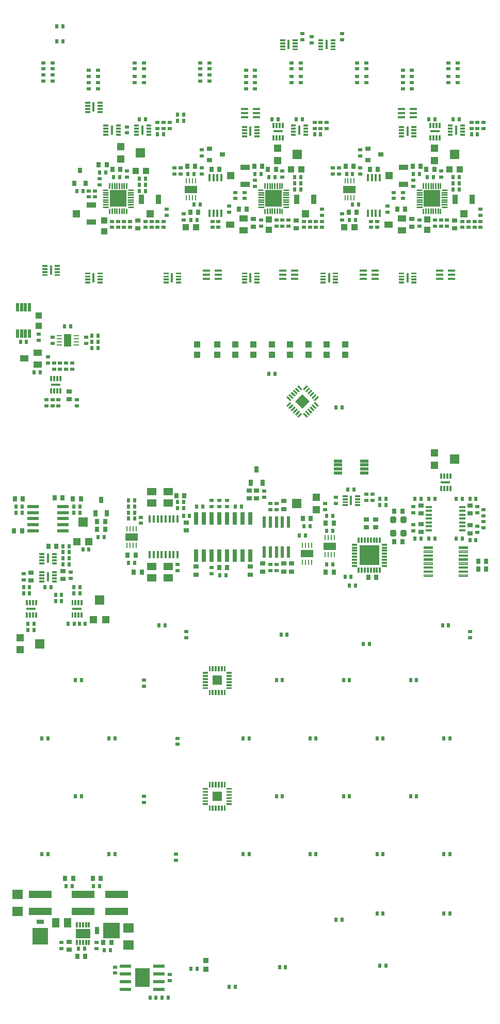
<source format=gbr>
G04 EAGLE Gerber RS-274X export*
G75*
%MOMM*%
%FSLAX34Y34*%
%LPD*%
%INSolderpaste Bottom*%
%IPPOS*%
%AMOC8*
5,1,8,0,0,1.08239X$1,22.5*%
G01*
%ADD10R,0.600000X0.700000*%
%ADD11R,0.700000X0.600000*%
%ADD12R,0.660400X2.032000*%
%ADD13R,0.900000X0.700000*%
%ADD14R,0.700000X0.900000*%
%ADD15R,1.400000X1.000000*%
%ADD16R,0.547100X1.968500*%
%ADD17R,1.500000X1.600000*%
%ADD18R,1.200000X1.200000*%
%ADD19R,0.270000X0.960000*%
%ADD20R,2.000000X1.200000*%
%ADD21R,0.700000X1.000000*%
%ADD22R,0.960000X0.270000*%
%ADD23R,1.200000X2.000000*%
%ADD24C,0.102500*%
%ADD25R,0.950000X0.850000*%
%ADD26R,1.640000X1.640000*%
%ADD27C,0.067500*%
%ADD28R,0.990600X0.304800*%
%ADD29R,0.304800X0.812800*%
%ADD30R,0.812800X0.304800*%
%ADD31R,3.251200X3.251200*%
%ADD32C,0.519400*%
%ADD33R,0.350000X1.200000*%
%ADD34R,1.500000X1.300000*%
%ADD35C,0.220000*%
%ADD36R,2.700000X2.700000*%
%ADD37R,1.100000X1.000000*%
%ADD38R,1.000000X1.100000*%
%ADD39R,1.300000X1.300000*%
%ADD40R,1.600000X0.900000*%
%ADD41R,0.900000X1.600000*%
%ADD42C,0.018200*%
%ADD43R,0.450000X1.600000*%
%ADD44R,1.968500X0.547100*%
%ADD45R,1.600000X1.500000*%
%ADD46R,2.387600X1.549400*%
%ADD47R,3.811800X1.311800*%
%ADD48R,1.300000X1.500000*%
%ADD49R,2.670000X2.540000*%
%ADD50R,0.762000X1.270000*%
%ADD51R,2.540000X2.670000*%
%ADD52R,1.270000X0.762000*%
%ADD53R,1.800000X1.600000*%
%ADD54R,1.640000X1.640000*%
%ADD55R,1.600000X0.450000*%
%ADD56R,0.497100X1.470900*%
%ADD57R,1.470900X0.481500*%
%ADD58R,0.800000X0.900000*%
%ADD59R,0.900000X0.800000*%
%ADD60R,1.185700X0.397100*%
%ADD61R,1.968500X0.601900*%
%ADD62R,2.400000X3.100000*%


D10*
X217500Y1450000D03*
X227500Y1450000D03*
D11*
X197500Y1437500D03*
X197500Y1427500D03*
X247500Y1445000D03*
X247500Y1435000D03*
D10*
X475000Y1450000D03*
X485000Y1450000D03*
X435000Y1450000D03*
X445000Y1450000D03*
D11*
X505000Y1445000D03*
X505000Y1435000D03*
D10*
X732500Y1450000D03*
X742500Y1450000D03*
X692500Y1450000D03*
X702500Y1450000D03*
D11*
X762500Y1445000D03*
X762500Y1435000D03*
D12*
X399450Y734266D03*
X399450Y795734D03*
X386750Y734266D03*
X374050Y734266D03*
X386750Y795734D03*
X374050Y795734D03*
X361350Y734266D03*
X361350Y795734D03*
X348650Y734266D03*
X348650Y795734D03*
X335950Y734266D03*
X323250Y734266D03*
X335950Y795734D03*
X323250Y795734D03*
X310550Y734266D03*
X310550Y795734D03*
D10*
X260000Y620000D03*
X250000Y620000D03*
X385350Y815000D03*
X375350Y815000D03*
D11*
X361350Y825000D03*
X361350Y815000D03*
X348650Y825000D03*
X348650Y815000D03*
D10*
X715000Y620000D03*
X725000Y620000D03*
D11*
X335950Y815000D03*
X335950Y825000D03*
D10*
X321900Y815000D03*
X311900Y815000D03*
D13*
X399450Y716500D03*
X399450Y703500D03*
D14*
X348500Y715000D03*
X361500Y715000D03*
D13*
X310550Y716500D03*
X310550Y703500D03*
D10*
X350000Y702500D03*
X360000Y702500D03*
D11*
X335950Y705000D03*
X335950Y715000D03*
X295000Y600000D03*
X295000Y610000D03*
D10*
X460000Y605000D03*
X450000Y605000D03*
X585000Y590000D03*
X595000Y590000D03*
D11*
X760000Y600000D03*
X760000Y610000D03*
X67500Y1060000D03*
X67500Y1050000D03*
X77500Y1050000D03*
X77500Y1040000D03*
D13*
X102500Y1004000D03*
X102500Y991000D03*
D11*
X85000Y980000D03*
X85000Y990000D03*
X65000Y980000D03*
X65000Y990000D03*
X75000Y980000D03*
X75000Y990000D03*
D10*
X45000Y1035000D03*
X55000Y1035000D03*
D15*
X29000Y1057500D03*
X51000Y1048000D03*
X51000Y1067000D03*
D11*
X87500Y1050000D03*
X87500Y1040000D03*
X97500Y1040000D03*
X97500Y1050000D03*
X115000Y990000D03*
X115000Y980000D03*
X107500Y1050000D03*
X107500Y1040000D03*
X257500Y1445000D03*
X257500Y1435000D03*
X515000Y1445000D03*
X515000Y1435000D03*
X772500Y1445000D03*
X772500Y1435000D03*
D10*
X762500Y1425000D03*
X772500Y1425000D03*
X505000Y1425000D03*
X515000Y1425000D03*
X247000Y1425000D03*
X257000Y1425000D03*
X140000Y1075000D03*
X150000Y1075000D03*
X140000Y1085000D03*
X150000Y1085000D03*
X140000Y1095000D03*
X150000Y1095000D03*
D11*
X130000Y1092500D03*
X130000Y1082500D03*
D10*
X95000Y1110000D03*
X105000Y1110000D03*
D11*
X75000Y1092500D03*
X75000Y1082500D03*
D16*
X422500Y789734D03*
X432500Y789734D03*
X442500Y789734D03*
X452500Y789734D03*
X462500Y789734D03*
X462500Y740266D03*
X452500Y740266D03*
X442500Y740266D03*
X432500Y740266D03*
X422500Y740266D03*
D11*
X442500Y820000D03*
X442500Y810000D03*
D13*
X455000Y824000D03*
X455000Y811000D03*
D11*
X432500Y810000D03*
X432500Y820000D03*
X522500Y820000D03*
X522500Y810000D03*
D17*
X475500Y820000D03*
D18*
X508000Y830000D03*
X508000Y810000D03*
D10*
X497500Y782500D03*
X487500Y782500D03*
D14*
X499000Y795000D03*
X486000Y795000D03*
D10*
X490000Y767500D03*
X480000Y767500D03*
D11*
X442500Y710000D03*
X442500Y720000D03*
D13*
X455000Y721500D03*
X455000Y708500D03*
D11*
X432500Y720000D03*
X432500Y710000D03*
D14*
X523500Y787500D03*
X536500Y787500D03*
D10*
X550000Y137500D03*
X540000Y137500D03*
X535000Y775000D03*
X525000Y775000D03*
X535000Y720000D03*
X525000Y720000D03*
X525000Y800000D03*
X535000Y800000D03*
D14*
X523500Y707500D03*
X536500Y707500D03*
D19*
X537500Y736154D03*
X532500Y736154D03*
X527500Y736154D03*
X522500Y736154D03*
X522500Y763846D03*
X527500Y763846D03*
X532500Y763846D03*
X537500Y763846D03*
D20*
X530000Y750000D03*
D19*
X485000Y751346D03*
X490000Y751346D03*
X495000Y751346D03*
X500000Y751346D03*
X500000Y723654D03*
X495000Y723654D03*
X490000Y723654D03*
X485000Y723654D03*
D20*
X492500Y737500D03*
D21*
X410000Y876000D03*
X400500Y854000D03*
X419500Y854000D03*
D13*
X397500Y828500D03*
X397500Y841500D03*
X410000Y828500D03*
X410000Y841500D03*
D11*
X422500Y830000D03*
X422500Y840000D03*
D22*
X113846Y1095000D03*
X113846Y1090000D03*
X113846Y1085000D03*
X113846Y1080000D03*
X86154Y1080000D03*
X86154Y1085000D03*
X86154Y1090000D03*
X86154Y1095000D03*
D23*
X100000Y1087500D03*
D17*
X219500Y1395000D03*
D18*
X187000Y1385000D03*
X187000Y1405000D03*
D17*
X477000Y1392500D03*
D18*
X444500Y1382500D03*
X444500Y1402500D03*
D17*
X734500Y1392500D03*
D18*
X702000Y1382500D03*
X702000Y1402500D03*
D24*
X741362Y749288D02*
X756038Y749288D01*
X756038Y746212D01*
X741362Y746212D01*
X741362Y749288D01*
X741362Y747186D02*
X756038Y747186D01*
X756038Y748160D02*
X741362Y748160D01*
X741362Y749134D02*
X756038Y749134D01*
X756038Y742788D02*
X741362Y742788D01*
X756038Y742788D02*
X756038Y739712D01*
X741362Y739712D01*
X741362Y742788D01*
X741362Y740686D02*
X756038Y740686D01*
X756038Y741660D02*
X741362Y741660D01*
X741362Y742634D02*
X756038Y742634D01*
X756038Y736288D02*
X741362Y736288D01*
X756038Y736288D02*
X756038Y733212D01*
X741362Y733212D01*
X741362Y736288D01*
X741362Y734186D02*
X756038Y734186D01*
X756038Y735160D02*
X741362Y735160D01*
X741362Y736134D02*
X756038Y736134D01*
X756038Y729788D02*
X741362Y729788D01*
X756038Y729788D02*
X756038Y726712D01*
X741362Y726712D01*
X741362Y729788D01*
X741362Y727686D02*
X756038Y727686D01*
X756038Y728660D02*
X741362Y728660D01*
X741362Y729634D02*
X756038Y729634D01*
X756038Y723288D02*
X741362Y723288D01*
X756038Y723288D02*
X756038Y720212D01*
X741362Y720212D01*
X741362Y723288D01*
X741362Y721186D02*
X756038Y721186D01*
X756038Y722160D02*
X741362Y722160D01*
X741362Y723134D02*
X756038Y723134D01*
X756038Y716788D02*
X741362Y716788D01*
X756038Y716788D02*
X756038Y713712D01*
X741362Y713712D01*
X741362Y716788D01*
X741362Y714686D02*
X756038Y714686D01*
X756038Y715660D02*
X741362Y715660D01*
X741362Y716634D02*
X756038Y716634D01*
X756038Y710288D02*
X741362Y710288D01*
X756038Y710288D02*
X756038Y707212D01*
X741362Y707212D01*
X741362Y710288D01*
X741362Y708186D02*
X756038Y708186D01*
X756038Y709160D02*
X741362Y709160D01*
X741362Y710134D02*
X756038Y710134D01*
X756038Y703788D02*
X741362Y703788D01*
X756038Y703788D02*
X756038Y700712D01*
X741362Y700712D01*
X741362Y703788D01*
X741362Y701686D02*
X756038Y701686D01*
X756038Y702660D02*
X741362Y702660D01*
X741362Y703634D02*
X756038Y703634D01*
X698638Y703788D02*
X683962Y703788D01*
X698638Y703788D02*
X698638Y700712D01*
X683962Y700712D01*
X683962Y703788D01*
X683962Y701686D02*
X698638Y701686D01*
X698638Y702660D02*
X683962Y702660D01*
X683962Y703634D02*
X698638Y703634D01*
X698638Y710288D02*
X683962Y710288D01*
X698638Y710288D02*
X698638Y707212D01*
X683962Y707212D01*
X683962Y710288D01*
X683962Y708186D02*
X698638Y708186D01*
X698638Y709160D02*
X683962Y709160D01*
X683962Y710134D02*
X698638Y710134D01*
X698638Y716788D02*
X683962Y716788D01*
X698638Y716788D02*
X698638Y713712D01*
X683962Y713712D01*
X683962Y716788D01*
X683962Y714686D02*
X698638Y714686D01*
X698638Y715660D02*
X683962Y715660D01*
X683962Y716634D02*
X698638Y716634D01*
X698638Y723288D02*
X683962Y723288D01*
X698638Y723288D02*
X698638Y720212D01*
X683962Y720212D01*
X683962Y723288D01*
X683962Y721186D02*
X698638Y721186D01*
X698638Y722160D02*
X683962Y722160D01*
X683962Y723134D02*
X698638Y723134D01*
X698638Y729788D02*
X683962Y729788D01*
X698638Y729788D02*
X698638Y726712D01*
X683962Y726712D01*
X683962Y729788D01*
X683962Y727686D02*
X698638Y727686D01*
X698638Y728660D02*
X683962Y728660D01*
X683962Y729634D02*
X698638Y729634D01*
X698638Y736288D02*
X683962Y736288D01*
X698638Y736288D02*
X698638Y733212D01*
X683962Y733212D01*
X683962Y736288D01*
X683962Y734186D02*
X698638Y734186D01*
X698638Y735160D02*
X683962Y735160D01*
X683962Y736134D02*
X698638Y736134D01*
X698638Y742788D02*
X683962Y742788D01*
X698638Y742788D02*
X698638Y739712D01*
X683962Y739712D01*
X683962Y742788D01*
X683962Y740686D02*
X698638Y740686D01*
X698638Y741660D02*
X683962Y741660D01*
X683962Y742634D02*
X698638Y742634D01*
X698638Y749288D02*
X683962Y749288D01*
X698638Y749288D02*
X698638Y746212D01*
X683962Y746212D01*
X683962Y749288D01*
X683962Y747186D02*
X698638Y747186D01*
X698638Y748160D02*
X683962Y748160D01*
X683962Y749134D02*
X698638Y749134D01*
D25*
X327000Y56000D03*
X327000Y71000D03*
D10*
X312500Y57500D03*
X302500Y57500D03*
D26*
X345000Y340000D03*
D27*
X358513Y324613D02*
X358513Y316687D01*
X356487Y316687D01*
X356487Y324613D01*
X358513Y324613D01*
X358513Y317328D02*
X356487Y317328D01*
X356487Y317969D02*
X358513Y317969D01*
X358513Y318610D02*
X356487Y318610D01*
X356487Y319251D02*
X358513Y319251D01*
X358513Y319892D02*
X356487Y319892D01*
X356487Y320533D02*
X358513Y320533D01*
X358513Y321174D02*
X356487Y321174D01*
X356487Y321815D02*
X358513Y321815D01*
X358513Y322456D02*
X356487Y322456D01*
X356487Y323097D02*
X358513Y323097D01*
X358513Y323738D02*
X356487Y323738D01*
X356487Y324379D02*
X358513Y324379D01*
X353513Y324613D02*
X353513Y316687D01*
X351487Y316687D01*
X351487Y324613D01*
X353513Y324613D01*
X353513Y317328D02*
X351487Y317328D01*
X351487Y317969D02*
X353513Y317969D01*
X353513Y318610D02*
X351487Y318610D01*
X351487Y319251D02*
X353513Y319251D01*
X353513Y319892D02*
X351487Y319892D01*
X351487Y320533D02*
X353513Y320533D01*
X353513Y321174D02*
X351487Y321174D01*
X351487Y321815D02*
X353513Y321815D01*
X353513Y322456D02*
X351487Y322456D01*
X351487Y323097D02*
X353513Y323097D01*
X353513Y323738D02*
X351487Y323738D01*
X351487Y324379D02*
X353513Y324379D01*
X348513Y324613D02*
X348513Y316687D01*
X346487Y316687D01*
X346487Y324613D01*
X348513Y324613D01*
X348513Y317328D02*
X346487Y317328D01*
X346487Y317969D02*
X348513Y317969D01*
X348513Y318610D02*
X346487Y318610D01*
X346487Y319251D02*
X348513Y319251D01*
X348513Y319892D02*
X346487Y319892D01*
X346487Y320533D02*
X348513Y320533D01*
X348513Y321174D02*
X346487Y321174D01*
X346487Y321815D02*
X348513Y321815D01*
X348513Y322456D02*
X346487Y322456D01*
X346487Y323097D02*
X348513Y323097D01*
X348513Y323738D02*
X346487Y323738D01*
X346487Y324379D02*
X348513Y324379D01*
X343513Y324613D02*
X343513Y316687D01*
X341487Y316687D01*
X341487Y324613D01*
X343513Y324613D01*
X343513Y317328D02*
X341487Y317328D01*
X341487Y317969D02*
X343513Y317969D01*
X343513Y318610D02*
X341487Y318610D01*
X341487Y319251D02*
X343513Y319251D01*
X343513Y319892D02*
X341487Y319892D01*
X341487Y320533D02*
X343513Y320533D01*
X343513Y321174D02*
X341487Y321174D01*
X341487Y321815D02*
X343513Y321815D01*
X343513Y322456D02*
X341487Y322456D01*
X341487Y323097D02*
X343513Y323097D01*
X343513Y323738D02*
X341487Y323738D01*
X341487Y324379D02*
X343513Y324379D01*
X338513Y324613D02*
X338513Y316687D01*
X336487Y316687D01*
X336487Y324613D01*
X338513Y324613D01*
X338513Y317328D02*
X336487Y317328D01*
X336487Y317969D02*
X338513Y317969D01*
X338513Y318610D02*
X336487Y318610D01*
X336487Y319251D02*
X338513Y319251D01*
X338513Y319892D02*
X336487Y319892D01*
X336487Y320533D02*
X338513Y320533D01*
X338513Y321174D02*
X336487Y321174D01*
X336487Y321815D02*
X338513Y321815D01*
X338513Y322456D02*
X336487Y322456D01*
X336487Y323097D02*
X338513Y323097D01*
X338513Y323738D02*
X336487Y323738D01*
X336487Y324379D02*
X338513Y324379D01*
X333513Y324613D02*
X333513Y316687D01*
X331487Y316687D01*
X331487Y324613D01*
X333513Y324613D01*
X333513Y317328D02*
X331487Y317328D01*
X331487Y317969D02*
X333513Y317969D01*
X333513Y318610D02*
X331487Y318610D01*
X331487Y319251D02*
X333513Y319251D01*
X333513Y319892D02*
X331487Y319892D01*
X331487Y320533D02*
X333513Y320533D01*
X333513Y321174D02*
X331487Y321174D01*
X331487Y321815D02*
X333513Y321815D01*
X333513Y322456D02*
X331487Y322456D01*
X331487Y323097D02*
X333513Y323097D01*
X333513Y323738D02*
X331487Y323738D01*
X331487Y324379D02*
X333513Y324379D01*
X333513Y355387D02*
X333513Y363313D01*
X333513Y355387D02*
X331487Y355387D01*
X331487Y363313D01*
X333513Y363313D01*
X333513Y356028D02*
X331487Y356028D01*
X331487Y356669D02*
X333513Y356669D01*
X333513Y357310D02*
X331487Y357310D01*
X331487Y357951D02*
X333513Y357951D01*
X333513Y358592D02*
X331487Y358592D01*
X331487Y359233D02*
X333513Y359233D01*
X333513Y359874D02*
X331487Y359874D01*
X331487Y360515D02*
X333513Y360515D01*
X333513Y361156D02*
X331487Y361156D01*
X331487Y361797D02*
X333513Y361797D01*
X333513Y362438D02*
X331487Y362438D01*
X331487Y363079D02*
X333513Y363079D01*
X338513Y363313D02*
X338513Y355387D01*
X336487Y355387D01*
X336487Y363313D01*
X338513Y363313D01*
X338513Y356028D02*
X336487Y356028D01*
X336487Y356669D02*
X338513Y356669D01*
X338513Y357310D02*
X336487Y357310D01*
X336487Y357951D02*
X338513Y357951D01*
X338513Y358592D02*
X336487Y358592D01*
X336487Y359233D02*
X338513Y359233D01*
X338513Y359874D02*
X336487Y359874D01*
X336487Y360515D02*
X338513Y360515D01*
X338513Y361156D02*
X336487Y361156D01*
X336487Y361797D02*
X338513Y361797D01*
X338513Y362438D02*
X336487Y362438D01*
X336487Y363079D02*
X338513Y363079D01*
X343513Y363313D02*
X343513Y355387D01*
X341487Y355387D01*
X341487Y363313D01*
X343513Y363313D01*
X343513Y356028D02*
X341487Y356028D01*
X341487Y356669D02*
X343513Y356669D01*
X343513Y357310D02*
X341487Y357310D01*
X341487Y357951D02*
X343513Y357951D01*
X343513Y358592D02*
X341487Y358592D01*
X341487Y359233D02*
X343513Y359233D01*
X343513Y359874D02*
X341487Y359874D01*
X341487Y360515D02*
X343513Y360515D01*
X343513Y361156D02*
X341487Y361156D01*
X341487Y361797D02*
X343513Y361797D01*
X343513Y362438D02*
X341487Y362438D01*
X341487Y363079D02*
X343513Y363079D01*
X348513Y363313D02*
X348513Y355387D01*
X346487Y355387D01*
X346487Y363313D01*
X348513Y363313D01*
X348513Y356028D02*
X346487Y356028D01*
X346487Y356669D02*
X348513Y356669D01*
X348513Y357310D02*
X346487Y357310D01*
X346487Y357951D02*
X348513Y357951D01*
X348513Y358592D02*
X346487Y358592D01*
X346487Y359233D02*
X348513Y359233D01*
X348513Y359874D02*
X346487Y359874D01*
X346487Y360515D02*
X348513Y360515D01*
X348513Y361156D02*
X346487Y361156D01*
X346487Y361797D02*
X348513Y361797D01*
X348513Y362438D02*
X346487Y362438D01*
X346487Y363079D02*
X348513Y363079D01*
X353513Y363313D02*
X353513Y355387D01*
X351487Y355387D01*
X351487Y363313D01*
X353513Y363313D01*
X353513Y356028D02*
X351487Y356028D01*
X351487Y356669D02*
X353513Y356669D01*
X353513Y357310D02*
X351487Y357310D01*
X351487Y357951D02*
X353513Y357951D01*
X353513Y358592D02*
X351487Y358592D01*
X351487Y359233D02*
X353513Y359233D01*
X353513Y359874D02*
X351487Y359874D01*
X351487Y360515D02*
X353513Y360515D01*
X353513Y361156D02*
X351487Y361156D01*
X351487Y361797D02*
X353513Y361797D01*
X353513Y362438D02*
X351487Y362438D01*
X351487Y363079D02*
X353513Y363079D01*
X358513Y363313D02*
X358513Y355387D01*
X356487Y355387D01*
X356487Y363313D01*
X358513Y363313D01*
X358513Y356028D02*
X356487Y356028D01*
X356487Y356669D02*
X358513Y356669D01*
X358513Y357310D02*
X356487Y357310D01*
X356487Y357951D02*
X358513Y357951D01*
X358513Y358592D02*
X356487Y358592D01*
X356487Y359233D02*
X358513Y359233D01*
X358513Y359874D02*
X356487Y359874D01*
X356487Y360515D02*
X358513Y360515D01*
X358513Y361156D02*
X356487Y361156D01*
X356487Y361797D02*
X358513Y361797D01*
X358513Y362438D02*
X356487Y362438D01*
X356487Y363079D02*
X358513Y363079D01*
X360387Y353513D02*
X368313Y353513D01*
X368313Y351487D01*
X360387Y351487D01*
X360387Y353513D01*
X360387Y352128D02*
X368313Y352128D01*
X368313Y352769D02*
X360387Y352769D01*
X360387Y353410D02*
X368313Y353410D01*
X368313Y348513D02*
X360387Y348513D01*
X368313Y348513D02*
X368313Y346487D01*
X360387Y346487D01*
X360387Y348513D01*
X360387Y347128D02*
X368313Y347128D01*
X368313Y347769D02*
X360387Y347769D01*
X360387Y348410D02*
X368313Y348410D01*
X368313Y343513D02*
X360387Y343513D01*
X368313Y343513D02*
X368313Y341487D01*
X360387Y341487D01*
X360387Y343513D01*
X360387Y342128D02*
X368313Y342128D01*
X368313Y342769D02*
X360387Y342769D01*
X360387Y343410D02*
X368313Y343410D01*
X368313Y338513D02*
X360387Y338513D01*
X368313Y338513D02*
X368313Y336487D01*
X360387Y336487D01*
X360387Y338513D01*
X360387Y337128D02*
X368313Y337128D01*
X368313Y337769D02*
X360387Y337769D01*
X360387Y338410D02*
X368313Y338410D01*
X368313Y333513D02*
X360387Y333513D01*
X368313Y333513D02*
X368313Y331487D01*
X360387Y331487D01*
X360387Y333513D01*
X360387Y332128D02*
X368313Y332128D01*
X368313Y332769D02*
X360387Y332769D01*
X360387Y333410D02*
X368313Y333410D01*
X368313Y328513D02*
X360387Y328513D01*
X368313Y328513D02*
X368313Y326487D01*
X360387Y326487D01*
X360387Y328513D01*
X360387Y327128D02*
X368313Y327128D01*
X368313Y327769D02*
X360387Y327769D01*
X360387Y328410D02*
X368313Y328410D01*
X329613Y328513D02*
X321687Y328513D01*
X329613Y328513D02*
X329613Y326487D01*
X321687Y326487D01*
X321687Y328513D01*
X321687Y327128D02*
X329613Y327128D01*
X329613Y327769D02*
X321687Y327769D01*
X321687Y328410D02*
X329613Y328410D01*
X329613Y333513D02*
X321687Y333513D01*
X329613Y333513D02*
X329613Y331487D01*
X321687Y331487D01*
X321687Y333513D01*
X321687Y332128D02*
X329613Y332128D01*
X329613Y332769D02*
X321687Y332769D01*
X321687Y333410D02*
X329613Y333410D01*
X329613Y338513D02*
X321687Y338513D01*
X329613Y338513D02*
X329613Y336487D01*
X321687Y336487D01*
X321687Y338513D01*
X321687Y337128D02*
X329613Y337128D01*
X329613Y337769D02*
X321687Y337769D01*
X321687Y338410D02*
X329613Y338410D01*
X329613Y343513D02*
X321687Y343513D01*
X329613Y343513D02*
X329613Y341487D01*
X321687Y341487D01*
X321687Y343513D01*
X321687Y342128D02*
X329613Y342128D01*
X329613Y342769D02*
X321687Y342769D01*
X321687Y343410D02*
X329613Y343410D01*
X329613Y348513D02*
X321687Y348513D01*
X329613Y348513D02*
X329613Y346487D01*
X321687Y346487D01*
X321687Y348513D01*
X321687Y347128D02*
X329613Y347128D01*
X329613Y347769D02*
X321687Y347769D01*
X321687Y348410D02*
X329613Y348410D01*
X329613Y353513D02*
X321687Y353513D01*
X329613Y353513D02*
X329613Y351487D01*
X321687Y351487D01*
X321687Y353513D01*
X321687Y352128D02*
X329613Y352128D01*
X329613Y352769D02*
X321687Y352769D01*
X321687Y353410D02*
X329613Y353410D01*
D26*
X345000Y530000D03*
D27*
X358513Y514613D02*
X358513Y506687D01*
X356487Y506687D01*
X356487Y514613D01*
X358513Y514613D01*
X358513Y507328D02*
X356487Y507328D01*
X356487Y507969D02*
X358513Y507969D01*
X358513Y508610D02*
X356487Y508610D01*
X356487Y509251D02*
X358513Y509251D01*
X358513Y509892D02*
X356487Y509892D01*
X356487Y510533D02*
X358513Y510533D01*
X358513Y511174D02*
X356487Y511174D01*
X356487Y511815D02*
X358513Y511815D01*
X358513Y512456D02*
X356487Y512456D01*
X356487Y513097D02*
X358513Y513097D01*
X358513Y513738D02*
X356487Y513738D01*
X356487Y514379D02*
X358513Y514379D01*
X353513Y514613D02*
X353513Y506687D01*
X351487Y506687D01*
X351487Y514613D01*
X353513Y514613D01*
X353513Y507328D02*
X351487Y507328D01*
X351487Y507969D02*
X353513Y507969D01*
X353513Y508610D02*
X351487Y508610D01*
X351487Y509251D02*
X353513Y509251D01*
X353513Y509892D02*
X351487Y509892D01*
X351487Y510533D02*
X353513Y510533D01*
X353513Y511174D02*
X351487Y511174D01*
X351487Y511815D02*
X353513Y511815D01*
X353513Y512456D02*
X351487Y512456D01*
X351487Y513097D02*
X353513Y513097D01*
X353513Y513738D02*
X351487Y513738D01*
X351487Y514379D02*
X353513Y514379D01*
X348513Y514613D02*
X348513Y506687D01*
X346487Y506687D01*
X346487Y514613D01*
X348513Y514613D01*
X348513Y507328D02*
X346487Y507328D01*
X346487Y507969D02*
X348513Y507969D01*
X348513Y508610D02*
X346487Y508610D01*
X346487Y509251D02*
X348513Y509251D01*
X348513Y509892D02*
X346487Y509892D01*
X346487Y510533D02*
X348513Y510533D01*
X348513Y511174D02*
X346487Y511174D01*
X346487Y511815D02*
X348513Y511815D01*
X348513Y512456D02*
X346487Y512456D01*
X346487Y513097D02*
X348513Y513097D01*
X348513Y513738D02*
X346487Y513738D01*
X346487Y514379D02*
X348513Y514379D01*
X343513Y514613D02*
X343513Y506687D01*
X341487Y506687D01*
X341487Y514613D01*
X343513Y514613D01*
X343513Y507328D02*
X341487Y507328D01*
X341487Y507969D02*
X343513Y507969D01*
X343513Y508610D02*
X341487Y508610D01*
X341487Y509251D02*
X343513Y509251D01*
X343513Y509892D02*
X341487Y509892D01*
X341487Y510533D02*
X343513Y510533D01*
X343513Y511174D02*
X341487Y511174D01*
X341487Y511815D02*
X343513Y511815D01*
X343513Y512456D02*
X341487Y512456D01*
X341487Y513097D02*
X343513Y513097D01*
X343513Y513738D02*
X341487Y513738D01*
X341487Y514379D02*
X343513Y514379D01*
X338513Y514613D02*
X338513Y506687D01*
X336487Y506687D01*
X336487Y514613D01*
X338513Y514613D01*
X338513Y507328D02*
X336487Y507328D01*
X336487Y507969D02*
X338513Y507969D01*
X338513Y508610D02*
X336487Y508610D01*
X336487Y509251D02*
X338513Y509251D01*
X338513Y509892D02*
X336487Y509892D01*
X336487Y510533D02*
X338513Y510533D01*
X338513Y511174D02*
X336487Y511174D01*
X336487Y511815D02*
X338513Y511815D01*
X338513Y512456D02*
X336487Y512456D01*
X336487Y513097D02*
X338513Y513097D01*
X338513Y513738D02*
X336487Y513738D01*
X336487Y514379D02*
X338513Y514379D01*
X333513Y514613D02*
X333513Y506687D01*
X331487Y506687D01*
X331487Y514613D01*
X333513Y514613D01*
X333513Y507328D02*
X331487Y507328D01*
X331487Y507969D02*
X333513Y507969D01*
X333513Y508610D02*
X331487Y508610D01*
X331487Y509251D02*
X333513Y509251D01*
X333513Y509892D02*
X331487Y509892D01*
X331487Y510533D02*
X333513Y510533D01*
X333513Y511174D02*
X331487Y511174D01*
X331487Y511815D02*
X333513Y511815D01*
X333513Y512456D02*
X331487Y512456D01*
X331487Y513097D02*
X333513Y513097D01*
X333513Y513738D02*
X331487Y513738D01*
X331487Y514379D02*
X333513Y514379D01*
X333513Y545387D02*
X333513Y553313D01*
X333513Y545387D02*
X331487Y545387D01*
X331487Y553313D01*
X333513Y553313D01*
X333513Y546028D02*
X331487Y546028D01*
X331487Y546669D02*
X333513Y546669D01*
X333513Y547310D02*
X331487Y547310D01*
X331487Y547951D02*
X333513Y547951D01*
X333513Y548592D02*
X331487Y548592D01*
X331487Y549233D02*
X333513Y549233D01*
X333513Y549874D02*
X331487Y549874D01*
X331487Y550515D02*
X333513Y550515D01*
X333513Y551156D02*
X331487Y551156D01*
X331487Y551797D02*
X333513Y551797D01*
X333513Y552438D02*
X331487Y552438D01*
X331487Y553079D02*
X333513Y553079D01*
X338513Y553313D02*
X338513Y545387D01*
X336487Y545387D01*
X336487Y553313D01*
X338513Y553313D01*
X338513Y546028D02*
X336487Y546028D01*
X336487Y546669D02*
X338513Y546669D01*
X338513Y547310D02*
X336487Y547310D01*
X336487Y547951D02*
X338513Y547951D01*
X338513Y548592D02*
X336487Y548592D01*
X336487Y549233D02*
X338513Y549233D01*
X338513Y549874D02*
X336487Y549874D01*
X336487Y550515D02*
X338513Y550515D01*
X338513Y551156D02*
X336487Y551156D01*
X336487Y551797D02*
X338513Y551797D01*
X338513Y552438D02*
X336487Y552438D01*
X336487Y553079D02*
X338513Y553079D01*
X343513Y553313D02*
X343513Y545387D01*
X341487Y545387D01*
X341487Y553313D01*
X343513Y553313D01*
X343513Y546028D02*
X341487Y546028D01*
X341487Y546669D02*
X343513Y546669D01*
X343513Y547310D02*
X341487Y547310D01*
X341487Y547951D02*
X343513Y547951D01*
X343513Y548592D02*
X341487Y548592D01*
X341487Y549233D02*
X343513Y549233D01*
X343513Y549874D02*
X341487Y549874D01*
X341487Y550515D02*
X343513Y550515D01*
X343513Y551156D02*
X341487Y551156D01*
X341487Y551797D02*
X343513Y551797D01*
X343513Y552438D02*
X341487Y552438D01*
X341487Y553079D02*
X343513Y553079D01*
X348513Y553313D02*
X348513Y545387D01*
X346487Y545387D01*
X346487Y553313D01*
X348513Y553313D01*
X348513Y546028D02*
X346487Y546028D01*
X346487Y546669D02*
X348513Y546669D01*
X348513Y547310D02*
X346487Y547310D01*
X346487Y547951D02*
X348513Y547951D01*
X348513Y548592D02*
X346487Y548592D01*
X346487Y549233D02*
X348513Y549233D01*
X348513Y549874D02*
X346487Y549874D01*
X346487Y550515D02*
X348513Y550515D01*
X348513Y551156D02*
X346487Y551156D01*
X346487Y551797D02*
X348513Y551797D01*
X348513Y552438D02*
X346487Y552438D01*
X346487Y553079D02*
X348513Y553079D01*
X353513Y553313D02*
X353513Y545387D01*
X351487Y545387D01*
X351487Y553313D01*
X353513Y553313D01*
X353513Y546028D02*
X351487Y546028D01*
X351487Y546669D02*
X353513Y546669D01*
X353513Y547310D02*
X351487Y547310D01*
X351487Y547951D02*
X353513Y547951D01*
X353513Y548592D02*
X351487Y548592D01*
X351487Y549233D02*
X353513Y549233D01*
X353513Y549874D02*
X351487Y549874D01*
X351487Y550515D02*
X353513Y550515D01*
X353513Y551156D02*
X351487Y551156D01*
X351487Y551797D02*
X353513Y551797D01*
X353513Y552438D02*
X351487Y552438D01*
X351487Y553079D02*
X353513Y553079D01*
X358513Y553313D02*
X358513Y545387D01*
X356487Y545387D01*
X356487Y553313D01*
X358513Y553313D01*
X358513Y546028D02*
X356487Y546028D01*
X356487Y546669D02*
X358513Y546669D01*
X358513Y547310D02*
X356487Y547310D01*
X356487Y547951D02*
X358513Y547951D01*
X358513Y548592D02*
X356487Y548592D01*
X356487Y549233D02*
X358513Y549233D01*
X358513Y549874D02*
X356487Y549874D01*
X356487Y550515D02*
X358513Y550515D01*
X358513Y551156D02*
X356487Y551156D01*
X356487Y551797D02*
X358513Y551797D01*
X358513Y552438D02*
X356487Y552438D01*
X356487Y553079D02*
X358513Y553079D01*
X360387Y543513D02*
X368313Y543513D01*
X368313Y541487D01*
X360387Y541487D01*
X360387Y543513D01*
X360387Y542128D02*
X368313Y542128D01*
X368313Y542769D02*
X360387Y542769D01*
X360387Y543410D02*
X368313Y543410D01*
X368313Y538513D02*
X360387Y538513D01*
X368313Y538513D02*
X368313Y536487D01*
X360387Y536487D01*
X360387Y538513D01*
X360387Y537128D02*
X368313Y537128D01*
X368313Y537769D02*
X360387Y537769D01*
X360387Y538410D02*
X368313Y538410D01*
X368313Y533513D02*
X360387Y533513D01*
X368313Y533513D02*
X368313Y531487D01*
X360387Y531487D01*
X360387Y533513D01*
X360387Y532128D02*
X368313Y532128D01*
X368313Y532769D02*
X360387Y532769D01*
X360387Y533410D02*
X368313Y533410D01*
X368313Y528513D02*
X360387Y528513D01*
X368313Y528513D02*
X368313Y526487D01*
X360387Y526487D01*
X360387Y528513D01*
X360387Y527128D02*
X368313Y527128D01*
X368313Y527769D02*
X360387Y527769D01*
X360387Y528410D02*
X368313Y528410D01*
X368313Y523513D02*
X360387Y523513D01*
X368313Y523513D02*
X368313Y521487D01*
X360387Y521487D01*
X360387Y523513D01*
X360387Y522128D02*
X368313Y522128D01*
X368313Y522769D02*
X360387Y522769D01*
X360387Y523410D02*
X368313Y523410D01*
X368313Y518513D02*
X360387Y518513D01*
X368313Y518513D02*
X368313Y516487D01*
X360387Y516487D01*
X360387Y518513D01*
X360387Y517128D02*
X368313Y517128D01*
X368313Y517769D02*
X360387Y517769D01*
X360387Y518410D02*
X368313Y518410D01*
X329613Y518513D02*
X321687Y518513D01*
X329613Y518513D02*
X329613Y516487D01*
X321687Y516487D01*
X321687Y518513D01*
X321687Y517128D02*
X329613Y517128D01*
X329613Y517769D02*
X321687Y517769D01*
X321687Y518410D02*
X329613Y518410D01*
X329613Y523513D02*
X321687Y523513D01*
X329613Y523513D02*
X329613Y521487D01*
X321687Y521487D01*
X321687Y523513D01*
X321687Y522128D02*
X329613Y522128D01*
X329613Y522769D02*
X321687Y522769D01*
X321687Y523410D02*
X329613Y523410D01*
X329613Y528513D02*
X321687Y528513D01*
X329613Y528513D02*
X329613Y526487D01*
X321687Y526487D01*
X321687Y528513D01*
X321687Y527128D02*
X329613Y527128D01*
X329613Y527769D02*
X321687Y527769D01*
X321687Y528410D02*
X329613Y528410D01*
X329613Y533513D02*
X321687Y533513D01*
X329613Y533513D02*
X329613Y531487D01*
X321687Y531487D01*
X321687Y533513D01*
X321687Y532128D02*
X329613Y532128D01*
X329613Y532769D02*
X321687Y532769D01*
X321687Y533410D02*
X329613Y533410D01*
X329613Y538513D02*
X321687Y538513D01*
X329613Y538513D02*
X329613Y536487D01*
X321687Y536487D01*
X321687Y538513D01*
X321687Y537128D02*
X329613Y537128D01*
X329613Y537769D02*
X321687Y537769D01*
X321687Y538410D02*
X329613Y538410D01*
X329613Y543513D02*
X321687Y543513D01*
X329613Y543513D02*
X329613Y541487D01*
X321687Y541487D01*
X321687Y543513D01*
X321687Y542128D02*
X329613Y542128D01*
X329613Y542769D02*
X321687Y542769D01*
X321687Y543410D02*
X329613Y543410D01*
D10*
X612500Y62500D03*
X622500Y62500D03*
X375000Y27500D03*
X365000Y27500D03*
X457500Y60000D03*
X447500Y60000D03*
D28*
X747178Y814050D03*
X747178Y807700D03*
X747178Y801350D03*
X747178Y795000D03*
X747178Y788650D03*
X747178Y782300D03*
X747178Y775950D03*
X692822Y814050D03*
X692822Y807700D03*
X692822Y801350D03*
X692822Y795000D03*
X692822Y788650D03*
X692822Y782300D03*
X692822Y775950D03*
D11*
X782500Y790000D03*
X782500Y780000D03*
X782500Y810000D03*
X782500Y800000D03*
X772500Y782500D03*
X772500Y772500D03*
X772500Y805000D03*
X772500Y815000D03*
X667500Y785000D03*
X667500Y775000D03*
X667500Y805000D03*
X667500Y815000D03*
D13*
X760000Y784000D03*
X760000Y771000D03*
X760000Y803500D03*
X760000Y816500D03*
X680000Y786500D03*
X680000Y773500D03*
X680000Y803500D03*
X680000Y816500D03*
D10*
X680000Y827500D03*
X670000Y827500D03*
X680000Y762500D03*
X670000Y762500D03*
X760000Y760000D03*
X770000Y760000D03*
X760000Y827500D03*
X770000Y827500D03*
D29*
X577474Y759638D03*
X582554Y759638D03*
X587380Y759638D03*
X592460Y759638D03*
X597540Y759638D03*
X602620Y759638D03*
X607446Y759638D03*
X612526Y759638D03*
D30*
X619638Y752526D03*
X619638Y747446D03*
X619638Y742620D03*
X619638Y737540D03*
X619638Y732460D03*
X619638Y727380D03*
X619638Y722554D03*
X619638Y717474D03*
D29*
X612526Y710362D03*
X607446Y710362D03*
X602620Y710362D03*
X597540Y710362D03*
X592460Y710362D03*
X587380Y710362D03*
X582554Y710362D03*
X577474Y710362D03*
D30*
X570362Y717474D03*
X570362Y722554D03*
X570362Y727380D03*
X570362Y732460D03*
X570362Y737540D03*
X570362Y742620D03*
X570362Y747446D03*
X570362Y752526D03*
D31*
X595000Y735000D03*
D32*
X636303Y768597D02*
X636303Y774403D01*
X636303Y768597D02*
X631697Y768597D01*
X631697Y774403D01*
X636303Y774403D01*
X636303Y773531D02*
X631697Y773531D01*
X636303Y790597D02*
X636303Y796403D01*
X636303Y790597D02*
X631697Y790597D01*
X631697Y796403D01*
X636303Y796403D01*
X636303Y795531D02*
X631697Y795531D01*
X653303Y796403D02*
X653303Y790597D01*
X648697Y790597D01*
X648697Y796403D01*
X653303Y796403D01*
X653303Y795531D02*
X648697Y795531D01*
X653303Y774403D02*
X653303Y768597D01*
X648697Y768597D01*
X648697Y774403D01*
X653303Y774403D01*
X653303Y773531D02*
X648697Y773531D01*
D14*
X636000Y757500D03*
X649000Y757500D03*
X649000Y807500D03*
X636000Y807500D03*
D33*
X280250Y735750D03*
X273750Y735750D03*
X267250Y735750D03*
X260750Y735750D03*
X254250Y735750D03*
X247750Y735750D03*
X241250Y735750D03*
X234750Y735750D03*
X234750Y794250D03*
X241250Y794250D03*
X247750Y794250D03*
X254250Y794250D03*
X260750Y794250D03*
X267250Y794250D03*
X273750Y794250D03*
X280250Y794250D03*
D11*
X280000Y710000D03*
X280000Y720000D03*
D10*
X280000Y822500D03*
X290000Y822500D03*
X280000Y812500D03*
X290000Y812500D03*
D14*
X291500Y832500D03*
X278500Y832500D03*
D34*
X237500Y839500D03*
X237500Y820500D03*
X265000Y820500D03*
X265000Y839500D03*
X265000Y717000D03*
X265000Y698000D03*
X237500Y698000D03*
X237500Y717000D03*
D19*
X212500Y751154D03*
X207500Y751154D03*
X202500Y751154D03*
X197500Y751154D03*
X197500Y778846D03*
X202500Y778846D03*
X207500Y778846D03*
X212500Y778846D03*
D20*
X205000Y765000D03*
D10*
X200000Y815000D03*
X210000Y815000D03*
X210000Y795000D03*
X200000Y795000D03*
D11*
X220000Y797500D03*
X220000Y787500D03*
D10*
X290000Y800000D03*
X300000Y800000D03*
D14*
X211500Y735000D03*
X198500Y735000D03*
D10*
X200000Y722500D03*
X210000Y722500D03*
X200000Y805000D03*
X210000Y805000D03*
D35*
X207046Y1334000D02*
X199734Y1334000D01*
X198734Y1330000D02*
X207046Y1330000D01*
X207046Y1326000D02*
X198734Y1326000D01*
X198734Y1322000D02*
X207046Y1322000D01*
X207046Y1318000D02*
X198734Y1318000D01*
X198734Y1314000D02*
X207046Y1314000D01*
X207046Y1310000D02*
X198734Y1310000D01*
X199734Y1306000D02*
X207046Y1306000D01*
X196500Y1302766D02*
X196500Y1295454D01*
X192500Y1295454D02*
X192500Y1303766D01*
X188500Y1303766D02*
X188500Y1295454D01*
X184500Y1295454D02*
X184500Y1303766D01*
X180500Y1303766D02*
X180500Y1295454D01*
X176500Y1295454D02*
X176500Y1303766D01*
X172500Y1303766D02*
X172500Y1295454D01*
X168500Y1295454D02*
X168500Y1302766D01*
X166266Y1306000D02*
X157954Y1306000D01*
X157954Y1310000D02*
X166266Y1310000D01*
X166266Y1314000D02*
X157954Y1314000D01*
X157954Y1318000D02*
X166266Y1318000D01*
X166266Y1322000D02*
X157954Y1322000D01*
X157954Y1326000D02*
X166266Y1326000D01*
X166266Y1330000D02*
X157954Y1330000D01*
X157954Y1334000D02*
X165266Y1334000D01*
X168500Y1337234D02*
X168500Y1344546D01*
X172500Y1344546D02*
X172500Y1336234D01*
X176500Y1336234D02*
X176500Y1344546D01*
X180500Y1344546D02*
X180500Y1336234D01*
X184500Y1336234D02*
X184500Y1344546D01*
X188500Y1344546D02*
X188500Y1336234D01*
X192500Y1336234D02*
X192500Y1344546D01*
X196500Y1344546D02*
X196500Y1337234D01*
D36*
X182500Y1320000D03*
D11*
X197500Y1355000D03*
X197500Y1365000D03*
D10*
X185000Y1355000D03*
X175000Y1355000D03*
D14*
X164000Y1375000D03*
X151000Y1375000D03*
D11*
X152500Y1342500D03*
X152500Y1352500D03*
D14*
X173500Y1367500D03*
X186500Y1367500D03*
D10*
X227500Y1342500D03*
X217500Y1342500D03*
X227500Y1332500D03*
X217500Y1332500D03*
X227500Y1352500D03*
X217500Y1352500D03*
D37*
X211500Y1365000D03*
X228500Y1365000D03*
D11*
X262500Y1292500D03*
X262500Y1302500D03*
X227500Y1272500D03*
X227500Y1282500D03*
X237500Y1272500D03*
X237500Y1282500D03*
D13*
X215000Y1284000D03*
X215000Y1271000D03*
D11*
X202500Y1272500D03*
X202500Y1282500D03*
X192500Y1272500D03*
X192500Y1282500D03*
X182500Y1272500D03*
X182500Y1282500D03*
D38*
X160000Y1283500D03*
X160000Y1266500D03*
D11*
X145000Y1332500D03*
X145000Y1322500D03*
X135000Y1332500D03*
X135000Y1322500D03*
D39*
X114600Y1295000D03*
D40*
X138900Y1309000D03*
X138900Y1281000D03*
D39*
X235000Y1294600D03*
D41*
X221000Y1318900D03*
X249000Y1318900D03*
D35*
X454734Y1334000D02*
X462046Y1334000D01*
X462046Y1330000D02*
X453734Y1330000D01*
X453734Y1326000D02*
X462046Y1326000D01*
X462046Y1322000D02*
X453734Y1322000D01*
X453734Y1318000D02*
X462046Y1318000D01*
X462046Y1314000D02*
X453734Y1314000D01*
X453734Y1310000D02*
X462046Y1310000D01*
X462046Y1306000D02*
X454734Y1306000D01*
X451500Y1302766D02*
X451500Y1295454D01*
X447500Y1295454D02*
X447500Y1303766D01*
X443500Y1303766D02*
X443500Y1295454D01*
X439500Y1295454D02*
X439500Y1303766D01*
X435500Y1303766D02*
X435500Y1295454D01*
X431500Y1295454D02*
X431500Y1303766D01*
X427500Y1303766D02*
X427500Y1295454D01*
X423500Y1295454D02*
X423500Y1302766D01*
X421266Y1306000D02*
X412954Y1306000D01*
X412954Y1310000D02*
X421266Y1310000D01*
X421266Y1314000D02*
X412954Y1314000D01*
X412954Y1318000D02*
X421266Y1318000D01*
X421266Y1322000D02*
X412954Y1322000D01*
X412954Y1326000D02*
X421266Y1326000D01*
X421266Y1330000D02*
X412954Y1330000D01*
X412954Y1334000D02*
X420266Y1334000D01*
X423500Y1337234D02*
X423500Y1344546D01*
X427500Y1344546D02*
X427500Y1336234D01*
X431500Y1336234D02*
X431500Y1344546D01*
X435500Y1344546D02*
X435500Y1336234D01*
X439500Y1336234D02*
X439500Y1344546D01*
X443500Y1344546D02*
X443500Y1336234D01*
X447500Y1336234D02*
X447500Y1344546D01*
X451500Y1344546D02*
X451500Y1337234D01*
D36*
X437500Y1320000D03*
D11*
X452500Y1355000D03*
X452500Y1365000D03*
D10*
X440000Y1355000D03*
X430000Y1355000D03*
D14*
X419000Y1372500D03*
X406000Y1372500D03*
D11*
X407500Y1340000D03*
X407500Y1350000D03*
D14*
X428500Y1367500D03*
X441500Y1367500D03*
D10*
X482500Y1345000D03*
X472500Y1345000D03*
X482500Y1335000D03*
X472500Y1335000D03*
X482500Y1355000D03*
X472500Y1355000D03*
D37*
X466500Y1367500D03*
X483500Y1367500D03*
D11*
X517500Y1302500D03*
X517500Y1292500D03*
X487500Y1272500D03*
X487500Y1282500D03*
X497500Y1272500D03*
X497500Y1282500D03*
D13*
X475000Y1284000D03*
X475000Y1271000D03*
D11*
X462500Y1275000D03*
X462500Y1285000D03*
X452500Y1275000D03*
X452500Y1285000D03*
X442500Y1275000D03*
X442500Y1285000D03*
D38*
X430000Y1286000D03*
X430000Y1269000D03*
D11*
X390000Y1330000D03*
X390000Y1320000D03*
X375000Y1330000D03*
X375000Y1320000D03*
D39*
X367100Y1357500D03*
D40*
X391400Y1371500D03*
X391400Y1343500D03*
D39*
X490000Y1294600D03*
D41*
X476000Y1318900D03*
X504000Y1318900D03*
D35*
X714734Y1334000D02*
X722046Y1334000D01*
X722046Y1330000D02*
X713734Y1330000D01*
X713734Y1326000D02*
X722046Y1326000D01*
X722046Y1322000D02*
X713734Y1322000D01*
X713734Y1318000D02*
X722046Y1318000D01*
X722046Y1314000D02*
X713734Y1314000D01*
X713734Y1310000D02*
X722046Y1310000D01*
X722046Y1306000D02*
X714734Y1306000D01*
X711500Y1302766D02*
X711500Y1295454D01*
X707500Y1295454D02*
X707500Y1303766D01*
X703500Y1303766D02*
X703500Y1295454D01*
X699500Y1295454D02*
X699500Y1303766D01*
X695500Y1303766D02*
X695500Y1295454D01*
X691500Y1295454D02*
X691500Y1303766D01*
X687500Y1303766D02*
X687500Y1295454D01*
X683500Y1295454D02*
X683500Y1302766D01*
X681266Y1306000D02*
X672954Y1306000D01*
X672954Y1310000D02*
X681266Y1310000D01*
X681266Y1314000D02*
X672954Y1314000D01*
X672954Y1318000D02*
X681266Y1318000D01*
X681266Y1322000D02*
X672954Y1322000D01*
X672954Y1326000D02*
X681266Y1326000D01*
X681266Y1330000D02*
X672954Y1330000D01*
X672954Y1334000D02*
X680266Y1334000D01*
X683500Y1337234D02*
X683500Y1344546D01*
X687500Y1344546D02*
X687500Y1336234D01*
X691500Y1336234D02*
X691500Y1344546D01*
X695500Y1344546D02*
X695500Y1336234D01*
X699500Y1336234D02*
X699500Y1344546D01*
X703500Y1344546D02*
X703500Y1336234D01*
X707500Y1336234D02*
X707500Y1344546D01*
X711500Y1344546D02*
X711500Y1337234D01*
D36*
X697500Y1320000D03*
D11*
X712500Y1355000D03*
X712500Y1365000D03*
D10*
X700000Y1355000D03*
X690000Y1355000D03*
D14*
X679000Y1372500D03*
X666000Y1372500D03*
D11*
X667500Y1340000D03*
X667500Y1350000D03*
D14*
X688500Y1367500D03*
X701500Y1367500D03*
D10*
X742500Y1345000D03*
X732500Y1345000D03*
X742500Y1335000D03*
X732500Y1335000D03*
X742500Y1355000D03*
X732500Y1355000D03*
D37*
X726500Y1367500D03*
X743500Y1367500D03*
D11*
X777500Y1302500D03*
X777500Y1292500D03*
X747500Y1272500D03*
X747500Y1282500D03*
X757500Y1272500D03*
X757500Y1282500D03*
D13*
X735000Y1284000D03*
X735000Y1271000D03*
D11*
X722500Y1275000D03*
X722500Y1285000D03*
X712500Y1275000D03*
X712500Y1285000D03*
X702500Y1275000D03*
X702500Y1285000D03*
D38*
X690000Y1286000D03*
X690000Y1269000D03*
D11*
X650000Y1330000D03*
X650000Y1320000D03*
X635000Y1330000D03*
X635000Y1320000D03*
D39*
X627100Y1357500D03*
D40*
X651400Y1371500D03*
X651400Y1343500D03*
D39*
X750000Y1294600D03*
D41*
X736000Y1318900D03*
X764000Y1318900D03*
D10*
X312500Y1285000D03*
X302500Y1285000D03*
D11*
X290000Y1295000D03*
X290000Y1285000D03*
D14*
X314000Y1297500D03*
X301000Y1297500D03*
X309000Y1372500D03*
X296000Y1372500D03*
D11*
X275000Y1370000D03*
X275000Y1360000D03*
X285000Y1360000D03*
X285000Y1370000D03*
X320000Y1360000D03*
X320000Y1370000D03*
D15*
X388500Y1287000D03*
X366500Y1277500D03*
X388500Y1268000D03*
D11*
X365000Y1307500D03*
X365000Y1297500D03*
X347500Y1272500D03*
X347500Y1282500D03*
X337500Y1282500D03*
X337500Y1272500D03*
D14*
X336000Y1367500D03*
X349000Y1367500D03*
D37*
X311000Y1272500D03*
X294000Y1272500D03*
D33*
X352250Y1295750D03*
X345750Y1295750D03*
X339250Y1295750D03*
X332750Y1295750D03*
X332750Y1354250D03*
X339250Y1354250D03*
X345750Y1354250D03*
X352250Y1354250D03*
D19*
X310000Y1321154D03*
X305000Y1321154D03*
X300000Y1321154D03*
X295000Y1321154D03*
X295000Y1348846D03*
X300000Y1348846D03*
X305000Y1348846D03*
X310000Y1348846D03*
D20*
X302500Y1335000D03*
D10*
X572500Y1285000D03*
X562500Y1285000D03*
D11*
X550000Y1295000D03*
X550000Y1285000D03*
D14*
X574000Y1297500D03*
X561000Y1297500D03*
X569000Y1372500D03*
X556000Y1372500D03*
D11*
X535000Y1370000D03*
X535000Y1360000D03*
X545000Y1360000D03*
X545000Y1370000D03*
X580000Y1360000D03*
X580000Y1370000D03*
D15*
X648500Y1287000D03*
X626500Y1277500D03*
X648500Y1268000D03*
D11*
X625000Y1307500D03*
X625000Y1297500D03*
X607500Y1272500D03*
X607500Y1282500D03*
X597500Y1282500D03*
X597500Y1272500D03*
D14*
X596000Y1367500D03*
X609000Y1367500D03*
D37*
X571000Y1272500D03*
X554000Y1272500D03*
D33*
X612250Y1295750D03*
X605750Y1295750D03*
X599250Y1295750D03*
X592750Y1295750D03*
X592750Y1354250D03*
X599250Y1354250D03*
X605750Y1354250D03*
X612250Y1354250D03*
D19*
X570000Y1321154D03*
X565000Y1321154D03*
X560000Y1321154D03*
X555000Y1321154D03*
X555000Y1348846D03*
X560000Y1348846D03*
X565000Y1348846D03*
X570000Y1348846D03*
D20*
X562500Y1335000D03*
D14*
X394000Y1302500D03*
X381000Y1302500D03*
D13*
X405000Y1286500D03*
X405000Y1273500D03*
D11*
X417500Y1275000D03*
X417500Y1285000D03*
X677500Y1275000D03*
X677500Y1285000D03*
D14*
X654000Y1302500D03*
X641000Y1302500D03*
D13*
X665000Y1286500D03*
X665000Y1273500D03*
D42*
X664091Y1438709D02*
X671309Y1438709D01*
X671309Y1436291D01*
X664091Y1436291D01*
X664091Y1438709D01*
X664091Y1436464D02*
X671309Y1436464D01*
X671309Y1436637D02*
X664091Y1436637D01*
X664091Y1436810D02*
X671309Y1436810D01*
X671309Y1436983D02*
X664091Y1436983D01*
X664091Y1437156D02*
X671309Y1437156D01*
X671309Y1437329D02*
X664091Y1437329D01*
X664091Y1437502D02*
X671309Y1437502D01*
X671309Y1437675D02*
X664091Y1437675D01*
X664091Y1437848D02*
X671309Y1437848D01*
X671309Y1438021D02*
X664091Y1438021D01*
X664091Y1438194D02*
X671309Y1438194D01*
X671309Y1438367D02*
X664091Y1438367D01*
X664091Y1438540D02*
X671309Y1438540D01*
X671309Y1433709D02*
X664091Y1433709D01*
X671309Y1433709D02*
X671309Y1431291D01*
X664091Y1431291D01*
X664091Y1433709D01*
X664091Y1431464D02*
X671309Y1431464D01*
X671309Y1431637D02*
X664091Y1431637D01*
X664091Y1431810D02*
X671309Y1431810D01*
X671309Y1431983D02*
X664091Y1431983D01*
X664091Y1432156D02*
X671309Y1432156D01*
X671309Y1432329D02*
X664091Y1432329D01*
X664091Y1432502D02*
X671309Y1432502D01*
X671309Y1432675D02*
X664091Y1432675D01*
X664091Y1432848D02*
X671309Y1432848D01*
X671309Y1433021D02*
X664091Y1433021D01*
X664091Y1433194D02*
X671309Y1433194D01*
X671309Y1433367D02*
X664091Y1433367D01*
X664091Y1433540D02*
X671309Y1433540D01*
X671309Y1428709D02*
X664091Y1428709D01*
X671309Y1428709D02*
X671309Y1426291D01*
X664091Y1426291D01*
X664091Y1428709D01*
X664091Y1426464D02*
X671309Y1426464D01*
X671309Y1426637D02*
X664091Y1426637D01*
X664091Y1426810D02*
X671309Y1426810D01*
X671309Y1426983D02*
X664091Y1426983D01*
X664091Y1427156D02*
X671309Y1427156D01*
X671309Y1427329D02*
X664091Y1427329D01*
X664091Y1427502D02*
X671309Y1427502D01*
X671309Y1427675D02*
X664091Y1427675D01*
X664091Y1427848D02*
X671309Y1427848D01*
X671309Y1428021D02*
X664091Y1428021D01*
X664091Y1428194D02*
X671309Y1428194D01*
X671309Y1428367D02*
X664091Y1428367D01*
X664091Y1428540D02*
X671309Y1428540D01*
X671309Y1423709D02*
X664091Y1423709D01*
X671309Y1423709D02*
X671309Y1421291D01*
X664091Y1421291D01*
X664091Y1423709D01*
X664091Y1421464D02*
X671309Y1421464D01*
X671309Y1421637D02*
X664091Y1421637D01*
X664091Y1421810D02*
X671309Y1421810D01*
X671309Y1421983D02*
X664091Y1421983D01*
X664091Y1422156D02*
X671309Y1422156D01*
X671309Y1422329D02*
X664091Y1422329D01*
X664091Y1422502D02*
X671309Y1422502D01*
X671309Y1422675D02*
X664091Y1422675D01*
X664091Y1422848D02*
X671309Y1422848D01*
X671309Y1423021D02*
X664091Y1423021D01*
X664091Y1423194D02*
X671309Y1423194D01*
X671309Y1423367D02*
X664091Y1423367D01*
X664091Y1423540D02*
X671309Y1423540D01*
X650909Y1421291D02*
X643691Y1421291D01*
X643691Y1423709D01*
X650909Y1423709D01*
X650909Y1421291D01*
X650909Y1421464D02*
X643691Y1421464D01*
X643691Y1421637D02*
X650909Y1421637D01*
X650909Y1421810D02*
X643691Y1421810D01*
X643691Y1421983D02*
X650909Y1421983D01*
X650909Y1422156D02*
X643691Y1422156D01*
X643691Y1422329D02*
X650909Y1422329D01*
X650909Y1422502D02*
X643691Y1422502D01*
X643691Y1422675D02*
X650909Y1422675D01*
X650909Y1422848D02*
X643691Y1422848D01*
X643691Y1423021D02*
X650909Y1423021D01*
X650909Y1423194D02*
X643691Y1423194D01*
X643691Y1423367D02*
X650909Y1423367D01*
X650909Y1423540D02*
X643691Y1423540D01*
X643691Y1426291D02*
X650909Y1426291D01*
X643691Y1426291D02*
X643691Y1428709D01*
X650909Y1428709D01*
X650909Y1426291D01*
X650909Y1426464D02*
X643691Y1426464D01*
X643691Y1426637D02*
X650909Y1426637D01*
X650909Y1426810D02*
X643691Y1426810D01*
X643691Y1426983D02*
X650909Y1426983D01*
X650909Y1427156D02*
X643691Y1427156D01*
X643691Y1427329D02*
X650909Y1427329D01*
X650909Y1427502D02*
X643691Y1427502D01*
X643691Y1427675D02*
X650909Y1427675D01*
X650909Y1427848D02*
X643691Y1427848D01*
X643691Y1428021D02*
X650909Y1428021D01*
X650909Y1428194D02*
X643691Y1428194D01*
X643691Y1428367D02*
X650909Y1428367D01*
X650909Y1428540D02*
X643691Y1428540D01*
X643691Y1431291D02*
X650909Y1431291D01*
X643691Y1431291D02*
X643691Y1433709D01*
X650909Y1433709D01*
X650909Y1431291D01*
X650909Y1431464D02*
X643691Y1431464D01*
X643691Y1431637D02*
X650909Y1431637D01*
X650909Y1431810D02*
X643691Y1431810D01*
X643691Y1431983D02*
X650909Y1431983D01*
X650909Y1432156D02*
X643691Y1432156D01*
X643691Y1432329D02*
X650909Y1432329D01*
X650909Y1432502D02*
X643691Y1432502D01*
X643691Y1432675D02*
X650909Y1432675D01*
X650909Y1432848D02*
X643691Y1432848D01*
X643691Y1433021D02*
X650909Y1433021D01*
X650909Y1433194D02*
X643691Y1433194D01*
X643691Y1433367D02*
X650909Y1433367D01*
X650909Y1433540D02*
X643691Y1433540D01*
X643691Y1436291D02*
X650909Y1436291D01*
X643691Y1436291D02*
X643691Y1438709D01*
X650909Y1438709D01*
X650909Y1436291D01*
X650909Y1436464D02*
X643691Y1436464D01*
X643691Y1436637D02*
X650909Y1436637D01*
X650909Y1436810D02*
X643691Y1436810D01*
X643691Y1436983D02*
X650909Y1436983D01*
X650909Y1437156D02*
X643691Y1437156D01*
X643691Y1437329D02*
X650909Y1437329D01*
X650909Y1437502D02*
X643691Y1437502D01*
X643691Y1437675D02*
X650909Y1437675D01*
X650909Y1437848D02*
X643691Y1437848D01*
X643691Y1438021D02*
X650909Y1438021D01*
X650909Y1438194D02*
X643691Y1438194D01*
X643691Y1438367D02*
X650909Y1438367D01*
X650909Y1438540D02*
X643691Y1438540D01*
D43*
X657500Y1430000D03*
D42*
X664091Y1198709D02*
X671309Y1198709D01*
X671309Y1196291D01*
X664091Y1196291D01*
X664091Y1198709D01*
X664091Y1196464D02*
X671309Y1196464D01*
X671309Y1196637D02*
X664091Y1196637D01*
X664091Y1196810D02*
X671309Y1196810D01*
X671309Y1196983D02*
X664091Y1196983D01*
X664091Y1197156D02*
X671309Y1197156D01*
X671309Y1197329D02*
X664091Y1197329D01*
X664091Y1197502D02*
X671309Y1197502D01*
X671309Y1197675D02*
X664091Y1197675D01*
X664091Y1197848D02*
X671309Y1197848D01*
X671309Y1198021D02*
X664091Y1198021D01*
X664091Y1198194D02*
X671309Y1198194D01*
X671309Y1198367D02*
X664091Y1198367D01*
X664091Y1198540D02*
X671309Y1198540D01*
X671309Y1193709D02*
X664091Y1193709D01*
X671309Y1193709D02*
X671309Y1191291D01*
X664091Y1191291D01*
X664091Y1193709D01*
X664091Y1191464D02*
X671309Y1191464D01*
X671309Y1191637D02*
X664091Y1191637D01*
X664091Y1191810D02*
X671309Y1191810D01*
X671309Y1191983D02*
X664091Y1191983D01*
X664091Y1192156D02*
X671309Y1192156D01*
X671309Y1192329D02*
X664091Y1192329D01*
X664091Y1192502D02*
X671309Y1192502D01*
X671309Y1192675D02*
X664091Y1192675D01*
X664091Y1192848D02*
X671309Y1192848D01*
X671309Y1193021D02*
X664091Y1193021D01*
X664091Y1193194D02*
X671309Y1193194D01*
X671309Y1193367D02*
X664091Y1193367D01*
X664091Y1193540D02*
X671309Y1193540D01*
X671309Y1188709D02*
X664091Y1188709D01*
X671309Y1188709D02*
X671309Y1186291D01*
X664091Y1186291D01*
X664091Y1188709D01*
X664091Y1186464D02*
X671309Y1186464D01*
X671309Y1186637D02*
X664091Y1186637D01*
X664091Y1186810D02*
X671309Y1186810D01*
X671309Y1186983D02*
X664091Y1186983D01*
X664091Y1187156D02*
X671309Y1187156D01*
X671309Y1187329D02*
X664091Y1187329D01*
X664091Y1187502D02*
X671309Y1187502D01*
X671309Y1187675D02*
X664091Y1187675D01*
X664091Y1187848D02*
X671309Y1187848D01*
X671309Y1188021D02*
X664091Y1188021D01*
X664091Y1188194D02*
X671309Y1188194D01*
X671309Y1188367D02*
X664091Y1188367D01*
X664091Y1188540D02*
X671309Y1188540D01*
X671309Y1183709D02*
X664091Y1183709D01*
X671309Y1183709D02*
X671309Y1181291D01*
X664091Y1181291D01*
X664091Y1183709D01*
X664091Y1181464D02*
X671309Y1181464D01*
X671309Y1181637D02*
X664091Y1181637D01*
X664091Y1181810D02*
X671309Y1181810D01*
X671309Y1181983D02*
X664091Y1181983D01*
X664091Y1182156D02*
X671309Y1182156D01*
X671309Y1182329D02*
X664091Y1182329D01*
X664091Y1182502D02*
X671309Y1182502D01*
X671309Y1182675D02*
X664091Y1182675D01*
X664091Y1182848D02*
X671309Y1182848D01*
X671309Y1183021D02*
X664091Y1183021D01*
X664091Y1183194D02*
X671309Y1183194D01*
X671309Y1183367D02*
X664091Y1183367D01*
X664091Y1183540D02*
X671309Y1183540D01*
X650909Y1181291D02*
X643691Y1181291D01*
X643691Y1183709D01*
X650909Y1183709D01*
X650909Y1181291D01*
X650909Y1181464D02*
X643691Y1181464D01*
X643691Y1181637D02*
X650909Y1181637D01*
X650909Y1181810D02*
X643691Y1181810D01*
X643691Y1181983D02*
X650909Y1181983D01*
X650909Y1182156D02*
X643691Y1182156D01*
X643691Y1182329D02*
X650909Y1182329D01*
X650909Y1182502D02*
X643691Y1182502D01*
X643691Y1182675D02*
X650909Y1182675D01*
X650909Y1182848D02*
X643691Y1182848D01*
X643691Y1183021D02*
X650909Y1183021D01*
X650909Y1183194D02*
X643691Y1183194D01*
X643691Y1183367D02*
X650909Y1183367D01*
X650909Y1183540D02*
X643691Y1183540D01*
X643691Y1186291D02*
X650909Y1186291D01*
X643691Y1186291D02*
X643691Y1188709D01*
X650909Y1188709D01*
X650909Y1186291D01*
X650909Y1186464D02*
X643691Y1186464D01*
X643691Y1186637D02*
X650909Y1186637D01*
X650909Y1186810D02*
X643691Y1186810D01*
X643691Y1186983D02*
X650909Y1186983D01*
X650909Y1187156D02*
X643691Y1187156D01*
X643691Y1187329D02*
X650909Y1187329D01*
X650909Y1187502D02*
X643691Y1187502D01*
X643691Y1187675D02*
X650909Y1187675D01*
X650909Y1187848D02*
X643691Y1187848D01*
X643691Y1188021D02*
X650909Y1188021D01*
X650909Y1188194D02*
X643691Y1188194D01*
X643691Y1188367D02*
X650909Y1188367D01*
X650909Y1188540D02*
X643691Y1188540D01*
X643691Y1191291D02*
X650909Y1191291D01*
X643691Y1191291D02*
X643691Y1193709D01*
X650909Y1193709D01*
X650909Y1191291D01*
X650909Y1191464D02*
X643691Y1191464D01*
X643691Y1191637D02*
X650909Y1191637D01*
X650909Y1191810D02*
X643691Y1191810D01*
X643691Y1191983D02*
X650909Y1191983D01*
X650909Y1192156D02*
X643691Y1192156D01*
X643691Y1192329D02*
X650909Y1192329D01*
X650909Y1192502D02*
X643691Y1192502D01*
X643691Y1192675D02*
X650909Y1192675D01*
X650909Y1192848D02*
X643691Y1192848D01*
X643691Y1193021D02*
X650909Y1193021D01*
X650909Y1193194D02*
X643691Y1193194D01*
X643691Y1193367D02*
X650909Y1193367D01*
X650909Y1193540D02*
X643691Y1193540D01*
X643691Y1196291D02*
X650909Y1196291D01*
X643691Y1196291D02*
X643691Y1198709D01*
X650909Y1198709D01*
X650909Y1196291D01*
X650909Y1196464D02*
X643691Y1196464D01*
X643691Y1196637D02*
X650909Y1196637D01*
X650909Y1196810D02*
X643691Y1196810D01*
X643691Y1196983D02*
X650909Y1196983D01*
X650909Y1197156D02*
X643691Y1197156D01*
X643691Y1197329D02*
X650909Y1197329D01*
X650909Y1197502D02*
X643691Y1197502D01*
X643691Y1197675D02*
X650909Y1197675D01*
X650909Y1197848D02*
X643691Y1197848D01*
X643691Y1198021D02*
X650909Y1198021D01*
X650909Y1198194D02*
X643691Y1198194D01*
X643691Y1198367D02*
X650909Y1198367D01*
X650909Y1198540D02*
X643691Y1198540D01*
D43*
X657500Y1190000D03*
D42*
X542559Y1198709D02*
X535341Y1198709D01*
X542559Y1198709D02*
X542559Y1196291D01*
X535341Y1196291D01*
X535341Y1198709D01*
X535341Y1196464D02*
X542559Y1196464D01*
X542559Y1196637D02*
X535341Y1196637D01*
X535341Y1196810D02*
X542559Y1196810D01*
X542559Y1196983D02*
X535341Y1196983D01*
X535341Y1197156D02*
X542559Y1197156D01*
X542559Y1197329D02*
X535341Y1197329D01*
X535341Y1197502D02*
X542559Y1197502D01*
X542559Y1197675D02*
X535341Y1197675D01*
X535341Y1197848D02*
X542559Y1197848D01*
X542559Y1198021D02*
X535341Y1198021D01*
X535341Y1198194D02*
X542559Y1198194D01*
X542559Y1198367D02*
X535341Y1198367D01*
X535341Y1198540D02*
X542559Y1198540D01*
X542559Y1193709D02*
X535341Y1193709D01*
X542559Y1193709D02*
X542559Y1191291D01*
X535341Y1191291D01*
X535341Y1193709D01*
X535341Y1191464D02*
X542559Y1191464D01*
X542559Y1191637D02*
X535341Y1191637D01*
X535341Y1191810D02*
X542559Y1191810D01*
X542559Y1191983D02*
X535341Y1191983D01*
X535341Y1192156D02*
X542559Y1192156D01*
X542559Y1192329D02*
X535341Y1192329D01*
X535341Y1192502D02*
X542559Y1192502D01*
X542559Y1192675D02*
X535341Y1192675D01*
X535341Y1192848D02*
X542559Y1192848D01*
X542559Y1193021D02*
X535341Y1193021D01*
X535341Y1193194D02*
X542559Y1193194D01*
X542559Y1193367D02*
X535341Y1193367D01*
X535341Y1193540D02*
X542559Y1193540D01*
X542559Y1188709D02*
X535341Y1188709D01*
X542559Y1188709D02*
X542559Y1186291D01*
X535341Y1186291D01*
X535341Y1188709D01*
X535341Y1186464D02*
X542559Y1186464D01*
X542559Y1186637D02*
X535341Y1186637D01*
X535341Y1186810D02*
X542559Y1186810D01*
X542559Y1186983D02*
X535341Y1186983D01*
X535341Y1187156D02*
X542559Y1187156D01*
X542559Y1187329D02*
X535341Y1187329D01*
X535341Y1187502D02*
X542559Y1187502D01*
X542559Y1187675D02*
X535341Y1187675D01*
X535341Y1187848D02*
X542559Y1187848D01*
X542559Y1188021D02*
X535341Y1188021D01*
X535341Y1188194D02*
X542559Y1188194D01*
X542559Y1188367D02*
X535341Y1188367D01*
X535341Y1188540D02*
X542559Y1188540D01*
X542559Y1183709D02*
X535341Y1183709D01*
X542559Y1183709D02*
X542559Y1181291D01*
X535341Y1181291D01*
X535341Y1183709D01*
X535341Y1181464D02*
X542559Y1181464D01*
X542559Y1181637D02*
X535341Y1181637D01*
X535341Y1181810D02*
X542559Y1181810D01*
X542559Y1181983D02*
X535341Y1181983D01*
X535341Y1182156D02*
X542559Y1182156D01*
X542559Y1182329D02*
X535341Y1182329D01*
X535341Y1182502D02*
X542559Y1182502D01*
X542559Y1182675D02*
X535341Y1182675D01*
X535341Y1182848D02*
X542559Y1182848D01*
X542559Y1183021D02*
X535341Y1183021D01*
X535341Y1183194D02*
X542559Y1183194D01*
X542559Y1183367D02*
X535341Y1183367D01*
X535341Y1183540D02*
X542559Y1183540D01*
X522159Y1181291D02*
X514941Y1181291D01*
X514941Y1183709D01*
X522159Y1183709D01*
X522159Y1181291D01*
X522159Y1181464D02*
X514941Y1181464D01*
X514941Y1181637D02*
X522159Y1181637D01*
X522159Y1181810D02*
X514941Y1181810D01*
X514941Y1181983D02*
X522159Y1181983D01*
X522159Y1182156D02*
X514941Y1182156D01*
X514941Y1182329D02*
X522159Y1182329D01*
X522159Y1182502D02*
X514941Y1182502D01*
X514941Y1182675D02*
X522159Y1182675D01*
X522159Y1182848D02*
X514941Y1182848D01*
X514941Y1183021D02*
X522159Y1183021D01*
X522159Y1183194D02*
X514941Y1183194D01*
X514941Y1183367D02*
X522159Y1183367D01*
X522159Y1183540D02*
X514941Y1183540D01*
X514941Y1186291D02*
X522159Y1186291D01*
X514941Y1186291D02*
X514941Y1188709D01*
X522159Y1188709D01*
X522159Y1186291D01*
X522159Y1186464D02*
X514941Y1186464D01*
X514941Y1186637D02*
X522159Y1186637D01*
X522159Y1186810D02*
X514941Y1186810D01*
X514941Y1186983D02*
X522159Y1186983D01*
X522159Y1187156D02*
X514941Y1187156D01*
X514941Y1187329D02*
X522159Y1187329D01*
X522159Y1187502D02*
X514941Y1187502D01*
X514941Y1187675D02*
X522159Y1187675D01*
X522159Y1187848D02*
X514941Y1187848D01*
X514941Y1188021D02*
X522159Y1188021D01*
X522159Y1188194D02*
X514941Y1188194D01*
X514941Y1188367D02*
X522159Y1188367D01*
X522159Y1188540D02*
X514941Y1188540D01*
X514941Y1191291D02*
X522159Y1191291D01*
X514941Y1191291D02*
X514941Y1193709D01*
X522159Y1193709D01*
X522159Y1191291D01*
X522159Y1191464D02*
X514941Y1191464D01*
X514941Y1191637D02*
X522159Y1191637D01*
X522159Y1191810D02*
X514941Y1191810D01*
X514941Y1191983D02*
X522159Y1191983D01*
X522159Y1192156D02*
X514941Y1192156D01*
X514941Y1192329D02*
X522159Y1192329D01*
X522159Y1192502D02*
X514941Y1192502D01*
X514941Y1192675D02*
X522159Y1192675D01*
X522159Y1192848D02*
X514941Y1192848D01*
X514941Y1193021D02*
X522159Y1193021D01*
X522159Y1193194D02*
X514941Y1193194D01*
X514941Y1193367D02*
X522159Y1193367D01*
X522159Y1193540D02*
X514941Y1193540D01*
X514941Y1196291D02*
X522159Y1196291D01*
X514941Y1196291D02*
X514941Y1198709D01*
X522159Y1198709D01*
X522159Y1196291D01*
X522159Y1196464D02*
X514941Y1196464D01*
X514941Y1196637D02*
X522159Y1196637D01*
X522159Y1196810D02*
X514941Y1196810D01*
X514941Y1196983D02*
X522159Y1196983D01*
X522159Y1197156D02*
X514941Y1197156D01*
X514941Y1197329D02*
X522159Y1197329D01*
X522159Y1197502D02*
X514941Y1197502D01*
X514941Y1197675D02*
X522159Y1197675D01*
X522159Y1197848D02*
X514941Y1197848D01*
X514941Y1198021D02*
X522159Y1198021D01*
X522159Y1198194D02*
X514941Y1198194D01*
X514941Y1198367D02*
X522159Y1198367D01*
X522159Y1198540D02*
X514941Y1198540D01*
D43*
X528750Y1190000D03*
D42*
X413809Y1438709D02*
X406591Y1438709D01*
X413809Y1438709D02*
X413809Y1436291D01*
X406591Y1436291D01*
X406591Y1438709D01*
X406591Y1436464D02*
X413809Y1436464D01*
X413809Y1436637D02*
X406591Y1436637D01*
X406591Y1436810D02*
X413809Y1436810D01*
X413809Y1436983D02*
X406591Y1436983D01*
X406591Y1437156D02*
X413809Y1437156D01*
X413809Y1437329D02*
X406591Y1437329D01*
X406591Y1437502D02*
X413809Y1437502D01*
X413809Y1437675D02*
X406591Y1437675D01*
X406591Y1437848D02*
X413809Y1437848D01*
X413809Y1438021D02*
X406591Y1438021D01*
X406591Y1438194D02*
X413809Y1438194D01*
X413809Y1438367D02*
X406591Y1438367D01*
X406591Y1438540D02*
X413809Y1438540D01*
X413809Y1433709D02*
X406591Y1433709D01*
X413809Y1433709D02*
X413809Y1431291D01*
X406591Y1431291D01*
X406591Y1433709D01*
X406591Y1431464D02*
X413809Y1431464D01*
X413809Y1431637D02*
X406591Y1431637D01*
X406591Y1431810D02*
X413809Y1431810D01*
X413809Y1431983D02*
X406591Y1431983D01*
X406591Y1432156D02*
X413809Y1432156D01*
X413809Y1432329D02*
X406591Y1432329D01*
X406591Y1432502D02*
X413809Y1432502D01*
X413809Y1432675D02*
X406591Y1432675D01*
X406591Y1432848D02*
X413809Y1432848D01*
X413809Y1433021D02*
X406591Y1433021D01*
X406591Y1433194D02*
X413809Y1433194D01*
X413809Y1433367D02*
X406591Y1433367D01*
X406591Y1433540D02*
X413809Y1433540D01*
X413809Y1428709D02*
X406591Y1428709D01*
X413809Y1428709D02*
X413809Y1426291D01*
X406591Y1426291D01*
X406591Y1428709D01*
X406591Y1426464D02*
X413809Y1426464D01*
X413809Y1426637D02*
X406591Y1426637D01*
X406591Y1426810D02*
X413809Y1426810D01*
X413809Y1426983D02*
X406591Y1426983D01*
X406591Y1427156D02*
X413809Y1427156D01*
X413809Y1427329D02*
X406591Y1427329D01*
X406591Y1427502D02*
X413809Y1427502D01*
X413809Y1427675D02*
X406591Y1427675D01*
X406591Y1427848D02*
X413809Y1427848D01*
X413809Y1428021D02*
X406591Y1428021D01*
X406591Y1428194D02*
X413809Y1428194D01*
X413809Y1428367D02*
X406591Y1428367D01*
X406591Y1428540D02*
X413809Y1428540D01*
X413809Y1423709D02*
X406591Y1423709D01*
X413809Y1423709D02*
X413809Y1421291D01*
X406591Y1421291D01*
X406591Y1423709D01*
X406591Y1421464D02*
X413809Y1421464D01*
X413809Y1421637D02*
X406591Y1421637D01*
X406591Y1421810D02*
X413809Y1421810D01*
X413809Y1421983D02*
X406591Y1421983D01*
X406591Y1422156D02*
X413809Y1422156D01*
X413809Y1422329D02*
X406591Y1422329D01*
X406591Y1422502D02*
X413809Y1422502D01*
X413809Y1422675D02*
X406591Y1422675D01*
X406591Y1422848D02*
X413809Y1422848D01*
X413809Y1423021D02*
X406591Y1423021D01*
X406591Y1423194D02*
X413809Y1423194D01*
X413809Y1423367D02*
X406591Y1423367D01*
X406591Y1423540D02*
X413809Y1423540D01*
X393409Y1421291D02*
X386191Y1421291D01*
X386191Y1423709D01*
X393409Y1423709D01*
X393409Y1421291D01*
X393409Y1421464D02*
X386191Y1421464D01*
X386191Y1421637D02*
X393409Y1421637D01*
X393409Y1421810D02*
X386191Y1421810D01*
X386191Y1421983D02*
X393409Y1421983D01*
X393409Y1422156D02*
X386191Y1422156D01*
X386191Y1422329D02*
X393409Y1422329D01*
X393409Y1422502D02*
X386191Y1422502D01*
X386191Y1422675D02*
X393409Y1422675D01*
X393409Y1422848D02*
X386191Y1422848D01*
X386191Y1423021D02*
X393409Y1423021D01*
X393409Y1423194D02*
X386191Y1423194D01*
X386191Y1423367D02*
X393409Y1423367D01*
X393409Y1423540D02*
X386191Y1423540D01*
X386191Y1426291D02*
X393409Y1426291D01*
X386191Y1426291D02*
X386191Y1428709D01*
X393409Y1428709D01*
X393409Y1426291D01*
X393409Y1426464D02*
X386191Y1426464D01*
X386191Y1426637D02*
X393409Y1426637D01*
X393409Y1426810D02*
X386191Y1426810D01*
X386191Y1426983D02*
X393409Y1426983D01*
X393409Y1427156D02*
X386191Y1427156D01*
X386191Y1427329D02*
X393409Y1427329D01*
X393409Y1427502D02*
X386191Y1427502D01*
X386191Y1427675D02*
X393409Y1427675D01*
X393409Y1427848D02*
X386191Y1427848D01*
X386191Y1428021D02*
X393409Y1428021D01*
X393409Y1428194D02*
X386191Y1428194D01*
X386191Y1428367D02*
X393409Y1428367D01*
X393409Y1428540D02*
X386191Y1428540D01*
X386191Y1431291D02*
X393409Y1431291D01*
X386191Y1431291D02*
X386191Y1433709D01*
X393409Y1433709D01*
X393409Y1431291D01*
X393409Y1431464D02*
X386191Y1431464D01*
X386191Y1431637D02*
X393409Y1431637D01*
X393409Y1431810D02*
X386191Y1431810D01*
X386191Y1431983D02*
X393409Y1431983D01*
X393409Y1432156D02*
X386191Y1432156D01*
X386191Y1432329D02*
X393409Y1432329D01*
X393409Y1432502D02*
X386191Y1432502D01*
X386191Y1432675D02*
X393409Y1432675D01*
X393409Y1432848D02*
X386191Y1432848D01*
X386191Y1433021D02*
X393409Y1433021D01*
X393409Y1433194D02*
X386191Y1433194D01*
X386191Y1433367D02*
X393409Y1433367D01*
X393409Y1433540D02*
X386191Y1433540D01*
X386191Y1436291D02*
X393409Y1436291D01*
X386191Y1436291D02*
X386191Y1438709D01*
X393409Y1438709D01*
X393409Y1436291D01*
X393409Y1436464D02*
X386191Y1436464D01*
X386191Y1436637D02*
X393409Y1436637D01*
X393409Y1436810D02*
X386191Y1436810D01*
X386191Y1436983D02*
X393409Y1436983D01*
X393409Y1437156D02*
X386191Y1437156D01*
X386191Y1437329D02*
X393409Y1437329D01*
X393409Y1437502D02*
X386191Y1437502D01*
X386191Y1437675D02*
X393409Y1437675D01*
X393409Y1437848D02*
X386191Y1437848D01*
X386191Y1438021D02*
X393409Y1438021D01*
X393409Y1438194D02*
X386191Y1438194D01*
X386191Y1438367D02*
X393409Y1438367D01*
X393409Y1438540D02*
X386191Y1438540D01*
D43*
X400000Y1430000D03*
D42*
X406591Y1198709D02*
X413809Y1198709D01*
X413809Y1196291D01*
X406591Y1196291D01*
X406591Y1198709D01*
X406591Y1196464D02*
X413809Y1196464D01*
X413809Y1196637D02*
X406591Y1196637D01*
X406591Y1196810D02*
X413809Y1196810D01*
X413809Y1196983D02*
X406591Y1196983D01*
X406591Y1197156D02*
X413809Y1197156D01*
X413809Y1197329D02*
X406591Y1197329D01*
X406591Y1197502D02*
X413809Y1197502D01*
X413809Y1197675D02*
X406591Y1197675D01*
X406591Y1197848D02*
X413809Y1197848D01*
X413809Y1198021D02*
X406591Y1198021D01*
X406591Y1198194D02*
X413809Y1198194D01*
X413809Y1198367D02*
X406591Y1198367D01*
X406591Y1198540D02*
X413809Y1198540D01*
X413809Y1193709D02*
X406591Y1193709D01*
X413809Y1193709D02*
X413809Y1191291D01*
X406591Y1191291D01*
X406591Y1193709D01*
X406591Y1191464D02*
X413809Y1191464D01*
X413809Y1191637D02*
X406591Y1191637D01*
X406591Y1191810D02*
X413809Y1191810D01*
X413809Y1191983D02*
X406591Y1191983D01*
X406591Y1192156D02*
X413809Y1192156D01*
X413809Y1192329D02*
X406591Y1192329D01*
X406591Y1192502D02*
X413809Y1192502D01*
X413809Y1192675D02*
X406591Y1192675D01*
X406591Y1192848D02*
X413809Y1192848D01*
X413809Y1193021D02*
X406591Y1193021D01*
X406591Y1193194D02*
X413809Y1193194D01*
X413809Y1193367D02*
X406591Y1193367D01*
X406591Y1193540D02*
X413809Y1193540D01*
X413809Y1188709D02*
X406591Y1188709D01*
X413809Y1188709D02*
X413809Y1186291D01*
X406591Y1186291D01*
X406591Y1188709D01*
X406591Y1186464D02*
X413809Y1186464D01*
X413809Y1186637D02*
X406591Y1186637D01*
X406591Y1186810D02*
X413809Y1186810D01*
X413809Y1186983D02*
X406591Y1186983D01*
X406591Y1187156D02*
X413809Y1187156D01*
X413809Y1187329D02*
X406591Y1187329D01*
X406591Y1187502D02*
X413809Y1187502D01*
X413809Y1187675D02*
X406591Y1187675D01*
X406591Y1187848D02*
X413809Y1187848D01*
X413809Y1188021D02*
X406591Y1188021D01*
X406591Y1188194D02*
X413809Y1188194D01*
X413809Y1188367D02*
X406591Y1188367D01*
X406591Y1188540D02*
X413809Y1188540D01*
X413809Y1183709D02*
X406591Y1183709D01*
X413809Y1183709D02*
X413809Y1181291D01*
X406591Y1181291D01*
X406591Y1183709D01*
X406591Y1181464D02*
X413809Y1181464D01*
X413809Y1181637D02*
X406591Y1181637D01*
X406591Y1181810D02*
X413809Y1181810D01*
X413809Y1181983D02*
X406591Y1181983D01*
X406591Y1182156D02*
X413809Y1182156D01*
X413809Y1182329D02*
X406591Y1182329D01*
X406591Y1182502D02*
X413809Y1182502D01*
X413809Y1182675D02*
X406591Y1182675D01*
X406591Y1182848D02*
X413809Y1182848D01*
X413809Y1183021D02*
X406591Y1183021D01*
X406591Y1183194D02*
X413809Y1183194D01*
X413809Y1183367D02*
X406591Y1183367D01*
X406591Y1183540D02*
X413809Y1183540D01*
X393409Y1181291D02*
X386191Y1181291D01*
X386191Y1183709D01*
X393409Y1183709D01*
X393409Y1181291D01*
X393409Y1181464D02*
X386191Y1181464D01*
X386191Y1181637D02*
X393409Y1181637D01*
X393409Y1181810D02*
X386191Y1181810D01*
X386191Y1181983D02*
X393409Y1181983D01*
X393409Y1182156D02*
X386191Y1182156D01*
X386191Y1182329D02*
X393409Y1182329D01*
X393409Y1182502D02*
X386191Y1182502D01*
X386191Y1182675D02*
X393409Y1182675D01*
X393409Y1182848D02*
X386191Y1182848D01*
X386191Y1183021D02*
X393409Y1183021D01*
X393409Y1183194D02*
X386191Y1183194D01*
X386191Y1183367D02*
X393409Y1183367D01*
X393409Y1183540D02*
X386191Y1183540D01*
X386191Y1186291D02*
X393409Y1186291D01*
X386191Y1186291D02*
X386191Y1188709D01*
X393409Y1188709D01*
X393409Y1186291D01*
X393409Y1186464D02*
X386191Y1186464D01*
X386191Y1186637D02*
X393409Y1186637D01*
X393409Y1186810D02*
X386191Y1186810D01*
X386191Y1186983D02*
X393409Y1186983D01*
X393409Y1187156D02*
X386191Y1187156D01*
X386191Y1187329D02*
X393409Y1187329D01*
X393409Y1187502D02*
X386191Y1187502D01*
X386191Y1187675D02*
X393409Y1187675D01*
X393409Y1187848D02*
X386191Y1187848D01*
X386191Y1188021D02*
X393409Y1188021D01*
X393409Y1188194D02*
X386191Y1188194D01*
X386191Y1188367D02*
X393409Y1188367D01*
X393409Y1188540D02*
X386191Y1188540D01*
X386191Y1191291D02*
X393409Y1191291D01*
X386191Y1191291D02*
X386191Y1193709D01*
X393409Y1193709D01*
X393409Y1191291D01*
X393409Y1191464D02*
X386191Y1191464D01*
X386191Y1191637D02*
X393409Y1191637D01*
X393409Y1191810D02*
X386191Y1191810D01*
X386191Y1191983D02*
X393409Y1191983D01*
X393409Y1192156D02*
X386191Y1192156D01*
X386191Y1192329D02*
X393409Y1192329D01*
X393409Y1192502D02*
X386191Y1192502D01*
X386191Y1192675D02*
X393409Y1192675D01*
X393409Y1192848D02*
X386191Y1192848D01*
X386191Y1193021D02*
X393409Y1193021D01*
X393409Y1193194D02*
X386191Y1193194D01*
X386191Y1193367D02*
X393409Y1193367D01*
X393409Y1193540D02*
X386191Y1193540D01*
X386191Y1196291D02*
X393409Y1196291D01*
X386191Y1196291D02*
X386191Y1198709D01*
X393409Y1198709D01*
X393409Y1196291D01*
X393409Y1196464D02*
X386191Y1196464D01*
X386191Y1196637D02*
X393409Y1196637D01*
X393409Y1196810D02*
X386191Y1196810D01*
X386191Y1196983D02*
X393409Y1196983D01*
X393409Y1197156D02*
X386191Y1197156D01*
X386191Y1197329D02*
X393409Y1197329D01*
X393409Y1197502D02*
X386191Y1197502D01*
X386191Y1197675D02*
X393409Y1197675D01*
X393409Y1197848D02*
X386191Y1197848D01*
X386191Y1198021D02*
X393409Y1198021D01*
X393409Y1198194D02*
X386191Y1198194D01*
X386191Y1198367D02*
X393409Y1198367D01*
X393409Y1198540D02*
X386191Y1198540D01*
D43*
X400000Y1190000D03*
D42*
X285059Y1198709D02*
X277841Y1198709D01*
X285059Y1198709D02*
X285059Y1196291D01*
X277841Y1196291D01*
X277841Y1198709D01*
X277841Y1196464D02*
X285059Y1196464D01*
X285059Y1196637D02*
X277841Y1196637D01*
X277841Y1196810D02*
X285059Y1196810D01*
X285059Y1196983D02*
X277841Y1196983D01*
X277841Y1197156D02*
X285059Y1197156D01*
X285059Y1197329D02*
X277841Y1197329D01*
X277841Y1197502D02*
X285059Y1197502D01*
X285059Y1197675D02*
X277841Y1197675D01*
X277841Y1197848D02*
X285059Y1197848D01*
X285059Y1198021D02*
X277841Y1198021D01*
X277841Y1198194D02*
X285059Y1198194D01*
X285059Y1198367D02*
X277841Y1198367D01*
X277841Y1198540D02*
X285059Y1198540D01*
X285059Y1193709D02*
X277841Y1193709D01*
X285059Y1193709D02*
X285059Y1191291D01*
X277841Y1191291D01*
X277841Y1193709D01*
X277841Y1191464D02*
X285059Y1191464D01*
X285059Y1191637D02*
X277841Y1191637D01*
X277841Y1191810D02*
X285059Y1191810D01*
X285059Y1191983D02*
X277841Y1191983D01*
X277841Y1192156D02*
X285059Y1192156D01*
X285059Y1192329D02*
X277841Y1192329D01*
X277841Y1192502D02*
X285059Y1192502D01*
X285059Y1192675D02*
X277841Y1192675D01*
X277841Y1192848D02*
X285059Y1192848D01*
X285059Y1193021D02*
X277841Y1193021D01*
X277841Y1193194D02*
X285059Y1193194D01*
X285059Y1193367D02*
X277841Y1193367D01*
X277841Y1193540D02*
X285059Y1193540D01*
X285059Y1188709D02*
X277841Y1188709D01*
X285059Y1188709D02*
X285059Y1186291D01*
X277841Y1186291D01*
X277841Y1188709D01*
X277841Y1186464D02*
X285059Y1186464D01*
X285059Y1186637D02*
X277841Y1186637D01*
X277841Y1186810D02*
X285059Y1186810D01*
X285059Y1186983D02*
X277841Y1186983D01*
X277841Y1187156D02*
X285059Y1187156D01*
X285059Y1187329D02*
X277841Y1187329D01*
X277841Y1187502D02*
X285059Y1187502D01*
X285059Y1187675D02*
X277841Y1187675D01*
X277841Y1187848D02*
X285059Y1187848D01*
X285059Y1188021D02*
X277841Y1188021D01*
X277841Y1188194D02*
X285059Y1188194D01*
X285059Y1188367D02*
X277841Y1188367D01*
X277841Y1188540D02*
X285059Y1188540D01*
X285059Y1183709D02*
X277841Y1183709D01*
X285059Y1183709D02*
X285059Y1181291D01*
X277841Y1181291D01*
X277841Y1183709D01*
X277841Y1181464D02*
X285059Y1181464D01*
X285059Y1181637D02*
X277841Y1181637D01*
X277841Y1181810D02*
X285059Y1181810D01*
X285059Y1181983D02*
X277841Y1181983D01*
X277841Y1182156D02*
X285059Y1182156D01*
X285059Y1182329D02*
X277841Y1182329D01*
X277841Y1182502D02*
X285059Y1182502D01*
X285059Y1182675D02*
X277841Y1182675D01*
X277841Y1182848D02*
X285059Y1182848D01*
X285059Y1183021D02*
X277841Y1183021D01*
X277841Y1183194D02*
X285059Y1183194D01*
X285059Y1183367D02*
X277841Y1183367D01*
X277841Y1183540D02*
X285059Y1183540D01*
X264659Y1181291D02*
X257441Y1181291D01*
X257441Y1183709D01*
X264659Y1183709D01*
X264659Y1181291D01*
X264659Y1181464D02*
X257441Y1181464D01*
X257441Y1181637D02*
X264659Y1181637D01*
X264659Y1181810D02*
X257441Y1181810D01*
X257441Y1181983D02*
X264659Y1181983D01*
X264659Y1182156D02*
X257441Y1182156D01*
X257441Y1182329D02*
X264659Y1182329D01*
X264659Y1182502D02*
X257441Y1182502D01*
X257441Y1182675D02*
X264659Y1182675D01*
X264659Y1182848D02*
X257441Y1182848D01*
X257441Y1183021D02*
X264659Y1183021D01*
X264659Y1183194D02*
X257441Y1183194D01*
X257441Y1183367D02*
X264659Y1183367D01*
X264659Y1183540D02*
X257441Y1183540D01*
X257441Y1186291D02*
X264659Y1186291D01*
X257441Y1186291D02*
X257441Y1188709D01*
X264659Y1188709D01*
X264659Y1186291D01*
X264659Y1186464D02*
X257441Y1186464D01*
X257441Y1186637D02*
X264659Y1186637D01*
X264659Y1186810D02*
X257441Y1186810D01*
X257441Y1186983D02*
X264659Y1186983D01*
X264659Y1187156D02*
X257441Y1187156D01*
X257441Y1187329D02*
X264659Y1187329D01*
X264659Y1187502D02*
X257441Y1187502D01*
X257441Y1187675D02*
X264659Y1187675D01*
X264659Y1187848D02*
X257441Y1187848D01*
X257441Y1188021D02*
X264659Y1188021D01*
X264659Y1188194D02*
X257441Y1188194D01*
X257441Y1188367D02*
X264659Y1188367D01*
X264659Y1188540D02*
X257441Y1188540D01*
X257441Y1191291D02*
X264659Y1191291D01*
X257441Y1191291D02*
X257441Y1193709D01*
X264659Y1193709D01*
X264659Y1191291D01*
X264659Y1191464D02*
X257441Y1191464D01*
X257441Y1191637D02*
X264659Y1191637D01*
X264659Y1191810D02*
X257441Y1191810D01*
X257441Y1191983D02*
X264659Y1191983D01*
X264659Y1192156D02*
X257441Y1192156D01*
X257441Y1192329D02*
X264659Y1192329D01*
X264659Y1192502D02*
X257441Y1192502D01*
X257441Y1192675D02*
X264659Y1192675D01*
X264659Y1192848D02*
X257441Y1192848D01*
X257441Y1193021D02*
X264659Y1193021D01*
X264659Y1193194D02*
X257441Y1193194D01*
X257441Y1193367D02*
X264659Y1193367D01*
X264659Y1193540D02*
X257441Y1193540D01*
X257441Y1196291D02*
X264659Y1196291D01*
X257441Y1196291D02*
X257441Y1198709D01*
X264659Y1198709D01*
X264659Y1196291D01*
X264659Y1196464D02*
X257441Y1196464D01*
X257441Y1196637D02*
X264659Y1196637D01*
X264659Y1196810D02*
X257441Y1196810D01*
X257441Y1196983D02*
X264659Y1196983D01*
X264659Y1197156D02*
X257441Y1197156D01*
X257441Y1197329D02*
X264659Y1197329D01*
X264659Y1197502D02*
X257441Y1197502D01*
X257441Y1197675D02*
X264659Y1197675D01*
X264659Y1197848D02*
X257441Y1197848D01*
X257441Y1198021D02*
X264659Y1198021D01*
X264659Y1198194D02*
X257441Y1198194D01*
X257441Y1198367D02*
X264659Y1198367D01*
X264659Y1198540D02*
X257441Y1198540D01*
D43*
X271250Y1190000D03*
D42*
X135909Y1461291D02*
X128691Y1461291D01*
X128691Y1463709D01*
X135909Y1463709D01*
X135909Y1461291D01*
X135909Y1461464D02*
X128691Y1461464D01*
X128691Y1461637D02*
X135909Y1461637D01*
X135909Y1461810D02*
X128691Y1461810D01*
X128691Y1461983D02*
X135909Y1461983D01*
X135909Y1462156D02*
X128691Y1462156D01*
X128691Y1462329D02*
X135909Y1462329D01*
X135909Y1462502D02*
X128691Y1462502D01*
X128691Y1462675D02*
X135909Y1462675D01*
X135909Y1462848D02*
X128691Y1462848D01*
X128691Y1463021D02*
X135909Y1463021D01*
X135909Y1463194D02*
X128691Y1463194D01*
X128691Y1463367D02*
X135909Y1463367D01*
X135909Y1463540D02*
X128691Y1463540D01*
X128691Y1466291D02*
X135909Y1466291D01*
X128691Y1466291D02*
X128691Y1468709D01*
X135909Y1468709D01*
X135909Y1466291D01*
X135909Y1466464D02*
X128691Y1466464D01*
X128691Y1466637D02*
X135909Y1466637D01*
X135909Y1466810D02*
X128691Y1466810D01*
X128691Y1466983D02*
X135909Y1466983D01*
X135909Y1467156D02*
X128691Y1467156D01*
X128691Y1467329D02*
X135909Y1467329D01*
X135909Y1467502D02*
X128691Y1467502D01*
X128691Y1467675D02*
X135909Y1467675D01*
X135909Y1467848D02*
X128691Y1467848D01*
X128691Y1468021D02*
X135909Y1468021D01*
X135909Y1468194D02*
X128691Y1468194D01*
X128691Y1468367D02*
X135909Y1468367D01*
X135909Y1468540D02*
X128691Y1468540D01*
X128691Y1471291D02*
X135909Y1471291D01*
X128691Y1471291D02*
X128691Y1473709D01*
X135909Y1473709D01*
X135909Y1471291D01*
X135909Y1471464D02*
X128691Y1471464D01*
X128691Y1471637D02*
X135909Y1471637D01*
X135909Y1471810D02*
X128691Y1471810D01*
X128691Y1471983D02*
X135909Y1471983D01*
X135909Y1472156D02*
X128691Y1472156D01*
X128691Y1472329D02*
X135909Y1472329D01*
X135909Y1472502D02*
X128691Y1472502D01*
X128691Y1472675D02*
X135909Y1472675D01*
X135909Y1472848D02*
X128691Y1472848D01*
X128691Y1473021D02*
X135909Y1473021D01*
X135909Y1473194D02*
X128691Y1473194D01*
X128691Y1473367D02*
X135909Y1473367D01*
X135909Y1473540D02*
X128691Y1473540D01*
X128691Y1476291D02*
X135909Y1476291D01*
X128691Y1476291D02*
X128691Y1478709D01*
X135909Y1478709D01*
X135909Y1476291D01*
X135909Y1476464D02*
X128691Y1476464D01*
X128691Y1476637D02*
X135909Y1476637D01*
X135909Y1476810D02*
X128691Y1476810D01*
X128691Y1476983D02*
X135909Y1476983D01*
X135909Y1477156D02*
X128691Y1477156D01*
X128691Y1477329D02*
X135909Y1477329D01*
X135909Y1477502D02*
X128691Y1477502D01*
X128691Y1477675D02*
X135909Y1477675D01*
X135909Y1477848D02*
X128691Y1477848D01*
X128691Y1478021D02*
X135909Y1478021D01*
X135909Y1478194D02*
X128691Y1478194D01*
X128691Y1478367D02*
X135909Y1478367D01*
X135909Y1478540D02*
X128691Y1478540D01*
X149091Y1478709D02*
X156309Y1478709D01*
X156309Y1476291D01*
X149091Y1476291D01*
X149091Y1478709D01*
X149091Y1476464D02*
X156309Y1476464D01*
X156309Y1476637D02*
X149091Y1476637D01*
X149091Y1476810D02*
X156309Y1476810D01*
X156309Y1476983D02*
X149091Y1476983D01*
X149091Y1477156D02*
X156309Y1477156D01*
X156309Y1477329D02*
X149091Y1477329D01*
X149091Y1477502D02*
X156309Y1477502D01*
X156309Y1477675D02*
X149091Y1477675D01*
X149091Y1477848D02*
X156309Y1477848D01*
X156309Y1478021D02*
X149091Y1478021D01*
X149091Y1478194D02*
X156309Y1478194D01*
X156309Y1478367D02*
X149091Y1478367D01*
X149091Y1478540D02*
X156309Y1478540D01*
X156309Y1473709D02*
X149091Y1473709D01*
X156309Y1473709D02*
X156309Y1471291D01*
X149091Y1471291D01*
X149091Y1473709D01*
X149091Y1471464D02*
X156309Y1471464D01*
X156309Y1471637D02*
X149091Y1471637D01*
X149091Y1471810D02*
X156309Y1471810D01*
X156309Y1471983D02*
X149091Y1471983D01*
X149091Y1472156D02*
X156309Y1472156D01*
X156309Y1472329D02*
X149091Y1472329D01*
X149091Y1472502D02*
X156309Y1472502D01*
X156309Y1472675D02*
X149091Y1472675D01*
X149091Y1472848D02*
X156309Y1472848D01*
X156309Y1473021D02*
X149091Y1473021D01*
X149091Y1473194D02*
X156309Y1473194D01*
X156309Y1473367D02*
X149091Y1473367D01*
X149091Y1473540D02*
X156309Y1473540D01*
X156309Y1468709D02*
X149091Y1468709D01*
X156309Y1468709D02*
X156309Y1466291D01*
X149091Y1466291D01*
X149091Y1468709D01*
X149091Y1466464D02*
X156309Y1466464D01*
X156309Y1466637D02*
X149091Y1466637D01*
X149091Y1466810D02*
X156309Y1466810D01*
X156309Y1466983D02*
X149091Y1466983D01*
X149091Y1467156D02*
X156309Y1467156D01*
X156309Y1467329D02*
X149091Y1467329D01*
X149091Y1467502D02*
X156309Y1467502D01*
X156309Y1467675D02*
X149091Y1467675D01*
X149091Y1467848D02*
X156309Y1467848D01*
X156309Y1468021D02*
X149091Y1468021D01*
X149091Y1468194D02*
X156309Y1468194D01*
X156309Y1468367D02*
X149091Y1468367D01*
X149091Y1468540D02*
X156309Y1468540D01*
X156309Y1463709D02*
X149091Y1463709D01*
X156309Y1463709D02*
X156309Y1461291D01*
X149091Y1461291D01*
X149091Y1463709D01*
X149091Y1461464D02*
X156309Y1461464D01*
X156309Y1461637D02*
X149091Y1461637D01*
X149091Y1461810D02*
X156309Y1461810D01*
X156309Y1461983D02*
X149091Y1461983D01*
X149091Y1462156D02*
X156309Y1462156D01*
X156309Y1462329D02*
X149091Y1462329D01*
X149091Y1462502D02*
X156309Y1462502D01*
X156309Y1462675D02*
X149091Y1462675D01*
X149091Y1462848D02*
X156309Y1462848D01*
X156309Y1463021D02*
X149091Y1463021D01*
X149091Y1463194D02*
X156309Y1463194D01*
X156309Y1463367D02*
X149091Y1463367D01*
X149091Y1463540D02*
X156309Y1463540D01*
D43*
X142500Y1470000D03*
D42*
X149091Y1198709D02*
X156309Y1198709D01*
X156309Y1196291D01*
X149091Y1196291D01*
X149091Y1198709D01*
X149091Y1196464D02*
X156309Y1196464D01*
X156309Y1196637D02*
X149091Y1196637D01*
X149091Y1196810D02*
X156309Y1196810D01*
X156309Y1196983D02*
X149091Y1196983D01*
X149091Y1197156D02*
X156309Y1197156D01*
X156309Y1197329D02*
X149091Y1197329D01*
X149091Y1197502D02*
X156309Y1197502D01*
X156309Y1197675D02*
X149091Y1197675D01*
X149091Y1197848D02*
X156309Y1197848D01*
X156309Y1198021D02*
X149091Y1198021D01*
X149091Y1198194D02*
X156309Y1198194D01*
X156309Y1198367D02*
X149091Y1198367D01*
X149091Y1198540D02*
X156309Y1198540D01*
X156309Y1193709D02*
X149091Y1193709D01*
X156309Y1193709D02*
X156309Y1191291D01*
X149091Y1191291D01*
X149091Y1193709D01*
X149091Y1191464D02*
X156309Y1191464D01*
X156309Y1191637D02*
X149091Y1191637D01*
X149091Y1191810D02*
X156309Y1191810D01*
X156309Y1191983D02*
X149091Y1191983D01*
X149091Y1192156D02*
X156309Y1192156D01*
X156309Y1192329D02*
X149091Y1192329D01*
X149091Y1192502D02*
X156309Y1192502D01*
X156309Y1192675D02*
X149091Y1192675D01*
X149091Y1192848D02*
X156309Y1192848D01*
X156309Y1193021D02*
X149091Y1193021D01*
X149091Y1193194D02*
X156309Y1193194D01*
X156309Y1193367D02*
X149091Y1193367D01*
X149091Y1193540D02*
X156309Y1193540D01*
X156309Y1188709D02*
X149091Y1188709D01*
X156309Y1188709D02*
X156309Y1186291D01*
X149091Y1186291D01*
X149091Y1188709D01*
X149091Y1186464D02*
X156309Y1186464D01*
X156309Y1186637D02*
X149091Y1186637D01*
X149091Y1186810D02*
X156309Y1186810D01*
X156309Y1186983D02*
X149091Y1186983D01*
X149091Y1187156D02*
X156309Y1187156D01*
X156309Y1187329D02*
X149091Y1187329D01*
X149091Y1187502D02*
X156309Y1187502D01*
X156309Y1187675D02*
X149091Y1187675D01*
X149091Y1187848D02*
X156309Y1187848D01*
X156309Y1188021D02*
X149091Y1188021D01*
X149091Y1188194D02*
X156309Y1188194D01*
X156309Y1188367D02*
X149091Y1188367D01*
X149091Y1188540D02*
X156309Y1188540D01*
X156309Y1183709D02*
X149091Y1183709D01*
X156309Y1183709D02*
X156309Y1181291D01*
X149091Y1181291D01*
X149091Y1183709D01*
X149091Y1181464D02*
X156309Y1181464D01*
X156309Y1181637D02*
X149091Y1181637D01*
X149091Y1181810D02*
X156309Y1181810D01*
X156309Y1181983D02*
X149091Y1181983D01*
X149091Y1182156D02*
X156309Y1182156D01*
X156309Y1182329D02*
X149091Y1182329D01*
X149091Y1182502D02*
X156309Y1182502D01*
X156309Y1182675D02*
X149091Y1182675D01*
X149091Y1182848D02*
X156309Y1182848D01*
X156309Y1183021D02*
X149091Y1183021D01*
X149091Y1183194D02*
X156309Y1183194D01*
X156309Y1183367D02*
X149091Y1183367D01*
X149091Y1183540D02*
X156309Y1183540D01*
X135909Y1181291D02*
X128691Y1181291D01*
X128691Y1183709D01*
X135909Y1183709D01*
X135909Y1181291D01*
X135909Y1181464D02*
X128691Y1181464D01*
X128691Y1181637D02*
X135909Y1181637D01*
X135909Y1181810D02*
X128691Y1181810D01*
X128691Y1181983D02*
X135909Y1181983D01*
X135909Y1182156D02*
X128691Y1182156D01*
X128691Y1182329D02*
X135909Y1182329D01*
X135909Y1182502D02*
X128691Y1182502D01*
X128691Y1182675D02*
X135909Y1182675D01*
X135909Y1182848D02*
X128691Y1182848D01*
X128691Y1183021D02*
X135909Y1183021D01*
X135909Y1183194D02*
X128691Y1183194D01*
X128691Y1183367D02*
X135909Y1183367D01*
X135909Y1183540D02*
X128691Y1183540D01*
X128691Y1186291D02*
X135909Y1186291D01*
X128691Y1186291D02*
X128691Y1188709D01*
X135909Y1188709D01*
X135909Y1186291D01*
X135909Y1186464D02*
X128691Y1186464D01*
X128691Y1186637D02*
X135909Y1186637D01*
X135909Y1186810D02*
X128691Y1186810D01*
X128691Y1186983D02*
X135909Y1186983D01*
X135909Y1187156D02*
X128691Y1187156D01*
X128691Y1187329D02*
X135909Y1187329D01*
X135909Y1187502D02*
X128691Y1187502D01*
X128691Y1187675D02*
X135909Y1187675D01*
X135909Y1187848D02*
X128691Y1187848D01*
X128691Y1188021D02*
X135909Y1188021D01*
X135909Y1188194D02*
X128691Y1188194D01*
X128691Y1188367D02*
X135909Y1188367D01*
X135909Y1188540D02*
X128691Y1188540D01*
X128691Y1191291D02*
X135909Y1191291D01*
X128691Y1191291D02*
X128691Y1193709D01*
X135909Y1193709D01*
X135909Y1191291D01*
X135909Y1191464D02*
X128691Y1191464D01*
X128691Y1191637D02*
X135909Y1191637D01*
X135909Y1191810D02*
X128691Y1191810D01*
X128691Y1191983D02*
X135909Y1191983D01*
X135909Y1192156D02*
X128691Y1192156D01*
X128691Y1192329D02*
X135909Y1192329D01*
X135909Y1192502D02*
X128691Y1192502D01*
X128691Y1192675D02*
X135909Y1192675D01*
X135909Y1192848D02*
X128691Y1192848D01*
X128691Y1193021D02*
X135909Y1193021D01*
X135909Y1193194D02*
X128691Y1193194D01*
X128691Y1193367D02*
X135909Y1193367D01*
X135909Y1193540D02*
X128691Y1193540D01*
X128691Y1196291D02*
X135909Y1196291D01*
X128691Y1196291D02*
X128691Y1198709D01*
X135909Y1198709D01*
X135909Y1196291D01*
X135909Y1196464D02*
X128691Y1196464D01*
X128691Y1196637D02*
X135909Y1196637D01*
X135909Y1196810D02*
X128691Y1196810D01*
X128691Y1196983D02*
X135909Y1196983D01*
X135909Y1197156D02*
X128691Y1197156D01*
X128691Y1197329D02*
X135909Y1197329D01*
X135909Y1197502D02*
X128691Y1197502D01*
X128691Y1197675D02*
X135909Y1197675D01*
X135909Y1197848D02*
X128691Y1197848D01*
X128691Y1198021D02*
X135909Y1198021D01*
X135909Y1198194D02*
X128691Y1198194D01*
X128691Y1198367D02*
X135909Y1198367D01*
X135909Y1198540D02*
X128691Y1198540D01*
D43*
X142500Y1190000D03*
D42*
X86309Y1211209D02*
X79091Y1211209D01*
X86309Y1211209D02*
X86309Y1208791D01*
X79091Y1208791D01*
X79091Y1211209D01*
X79091Y1208964D02*
X86309Y1208964D01*
X86309Y1209137D02*
X79091Y1209137D01*
X79091Y1209310D02*
X86309Y1209310D01*
X86309Y1209483D02*
X79091Y1209483D01*
X79091Y1209656D02*
X86309Y1209656D01*
X86309Y1209829D02*
X79091Y1209829D01*
X79091Y1210002D02*
X86309Y1210002D01*
X86309Y1210175D02*
X79091Y1210175D01*
X79091Y1210348D02*
X86309Y1210348D01*
X86309Y1210521D02*
X79091Y1210521D01*
X79091Y1210694D02*
X86309Y1210694D01*
X86309Y1210867D02*
X79091Y1210867D01*
X79091Y1211040D02*
X86309Y1211040D01*
X86309Y1206209D02*
X79091Y1206209D01*
X86309Y1206209D02*
X86309Y1203791D01*
X79091Y1203791D01*
X79091Y1206209D01*
X79091Y1203964D02*
X86309Y1203964D01*
X86309Y1204137D02*
X79091Y1204137D01*
X79091Y1204310D02*
X86309Y1204310D01*
X86309Y1204483D02*
X79091Y1204483D01*
X79091Y1204656D02*
X86309Y1204656D01*
X86309Y1204829D02*
X79091Y1204829D01*
X79091Y1205002D02*
X86309Y1205002D01*
X86309Y1205175D02*
X79091Y1205175D01*
X79091Y1205348D02*
X86309Y1205348D01*
X86309Y1205521D02*
X79091Y1205521D01*
X79091Y1205694D02*
X86309Y1205694D01*
X86309Y1205867D02*
X79091Y1205867D01*
X79091Y1206040D02*
X86309Y1206040D01*
X86309Y1201209D02*
X79091Y1201209D01*
X86309Y1201209D02*
X86309Y1198791D01*
X79091Y1198791D01*
X79091Y1201209D01*
X79091Y1198964D02*
X86309Y1198964D01*
X86309Y1199137D02*
X79091Y1199137D01*
X79091Y1199310D02*
X86309Y1199310D01*
X86309Y1199483D02*
X79091Y1199483D01*
X79091Y1199656D02*
X86309Y1199656D01*
X86309Y1199829D02*
X79091Y1199829D01*
X79091Y1200002D02*
X86309Y1200002D01*
X86309Y1200175D02*
X79091Y1200175D01*
X79091Y1200348D02*
X86309Y1200348D01*
X86309Y1200521D02*
X79091Y1200521D01*
X79091Y1200694D02*
X86309Y1200694D01*
X86309Y1200867D02*
X79091Y1200867D01*
X79091Y1201040D02*
X86309Y1201040D01*
X86309Y1196209D02*
X79091Y1196209D01*
X86309Y1196209D02*
X86309Y1193791D01*
X79091Y1193791D01*
X79091Y1196209D01*
X79091Y1193964D02*
X86309Y1193964D01*
X86309Y1194137D02*
X79091Y1194137D01*
X79091Y1194310D02*
X86309Y1194310D01*
X86309Y1194483D02*
X79091Y1194483D01*
X79091Y1194656D02*
X86309Y1194656D01*
X86309Y1194829D02*
X79091Y1194829D01*
X79091Y1195002D02*
X86309Y1195002D01*
X86309Y1195175D02*
X79091Y1195175D01*
X79091Y1195348D02*
X86309Y1195348D01*
X86309Y1195521D02*
X79091Y1195521D01*
X79091Y1195694D02*
X86309Y1195694D01*
X86309Y1195867D02*
X79091Y1195867D01*
X79091Y1196040D02*
X86309Y1196040D01*
X65909Y1193791D02*
X58691Y1193791D01*
X58691Y1196209D01*
X65909Y1196209D01*
X65909Y1193791D01*
X65909Y1193964D02*
X58691Y1193964D01*
X58691Y1194137D02*
X65909Y1194137D01*
X65909Y1194310D02*
X58691Y1194310D01*
X58691Y1194483D02*
X65909Y1194483D01*
X65909Y1194656D02*
X58691Y1194656D01*
X58691Y1194829D02*
X65909Y1194829D01*
X65909Y1195002D02*
X58691Y1195002D01*
X58691Y1195175D02*
X65909Y1195175D01*
X65909Y1195348D02*
X58691Y1195348D01*
X58691Y1195521D02*
X65909Y1195521D01*
X65909Y1195694D02*
X58691Y1195694D01*
X58691Y1195867D02*
X65909Y1195867D01*
X65909Y1196040D02*
X58691Y1196040D01*
X58691Y1198791D02*
X65909Y1198791D01*
X58691Y1198791D02*
X58691Y1201209D01*
X65909Y1201209D01*
X65909Y1198791D01*
X65909Y1198964D02*
X58691Y1198964D01*
X58691Y1199137D02*
X65909Y1199137D01*
X65909Y1199310D02*
X58691Y1199310D01*
X58691Y1199483D02*
X65909Y1199483D01*
X65909Y1199656D02*
X58691Y1199656D01*
X58691Y1199829D02*
X65909Y1199829D01*
X65909Y1200002D02*
X58691Y1200002D01*
X58691Y1200175D02*
X65909Y1200175D01*
X65909Y1200348D02*
X58691Y1200348D01*
X58691Y1200521D02*
X65909Y1200521D01*
X65909Y1200694D02*
X58691Y1200694D01*
X58691Y1200867D02*
X65909Y1200867D01*
X65909Y1201040D02*
X58691Y1201040D01*
X58691Y1203791D02*
X65909Y1203791D01*
X58691Y1203791D02*
X58691Y1206209D01*
X65909Y1206209D01*
X65909Y1203791D01*
X65909Y1203964D02*
X58691Y1203964D01*
X58691Y1204137D02*
X65909Y1204137D01*
X65909Y1204310D02*
X58691Y1204310D01*
X58691Y1204483D02*
X65909Y1204483D01*
X65909Y1204656D02*
X58691Y1204656D01*
X58691Y1204829D02*
X65909Y1204829D01*
X65909Y1205002D02*
X58691Y1205002D01*
X58691Y1205175D02*
X65909Y1205175D01*
X65909Y1205348D02*
X58691Y1205348D01*
X58691Y1205521D02*
X65909Y1205521D01*
X65909Y1205694D02*
X58691Y1205694D01*
X58691Y1205867D02*
X65909Y1205867D01*
X65909Y1206040D02*
X58691Y1206040D01*
X58691Y1208791D02*
X65909Y1208791D01*
X58691Y1208791D02*
X58691Y1211209D01*
X65909Y1211209D01*
X65909Y1208791D01*
X65909Y1208964D02*
X58691Y1208964D01*
X58691Y1209137D02*
X65909Y1209137D01*
X65909Y1209310D02*
X58691Y1209310D01*
X58691Y1209483D02*
X65909Y1209483D01*
X65909Y1209656D02*
X58691Y1209656D01*
X58691Y1209829D02*
X65909Y1209829D01*
X65909Y1210002D02*
X58691Y1210002D01*
X58691Y1210175D02*
X65909Y1210175D01*
X65909Y1210348D02*
X58691Y1210348D01*
X58691Y1210521D02*
X65909Y1210521D01*
X65909Y1210694D02*
X58691Y1210694D01*
X58691Y1210867D02*
X65909Y1210867D01*
X65909Y1211040D02*
X58691Y1211040D01*
D43*
X72500Y1202500D03*
D44*
X92234Y815000D03*
X92234Y805000D03*
X92234Y795000D03*
X92234Y785000D03*
X92234Y775000D03*
X42766Y775000D03*
X42766Y785000D03*
X42766Y795000D03*
X42766Y805000D03*
X42766Y815000D03*
D10*
X120000Y815000D03*
X110000Y815000D03*
D14*
X121500Y827500D03*
X108500Y827500D03*
D10*
X110000Y805000D03*
X120000Y805000D03*
X135000Y745000D03*
X125000Y745000D03*
D45*
X125000Y789500D03*
D18*
X135000Y757000D03*
X115000Y757000D03*
D10*
X92500Y740000D03*
X102500Y740000D03*
D14*
X81500Y750000D03*
X68500Y750000D03*
D10*
X92500Y750000D03*
X102500Y750000D03*
X15000Y815000D03*
X25000Y815000D03*
D14*
X13500Y827500D03*
X26500Y827500D03*
D10*
X25000Y805000D03*
X15000Y805000D03*
D21*
X155000Y826000D03*
X145500Y804000D03*
X164500Y804000D03*
D14*
X148500Y777500D03*
X161500Y777500D03*
X148500Y790000D03*
X161500Y790000D03*
D10*
X150000Y765000D03*
X160000Y765000D03*
X102500Y730000D03*
X92500Y730000D03*
D13*
X420000Y721500D03*
X420000Y708500D03*
X467500Y721500D03*
X467500Y708500D03*
D10*
X27500Y682500D03*
X37500Y682500D03*
X101000Y622500D03*
X111000Y622500D03*
X37500Y672500D03*
X27500Y672500D03*
X119000Y622500D03*
X129000Y622500D03*
X35000Y612500D03*
X45000Y612500D03*
X45000Y622500D03*
X35000Y622500D03*
X120000Y682500D03*
X110000Y682500D03*
X110000Y672500D03*
X120000Y672500D03*
D14*
X25000Y775000D03*
X12000Y775000D03*
X91500Y829000D03*
X78500Y829000D03*
X221500Y707500D03*
X208500Y707500D03*
D13*
X295000Y789000D03*
X295000Y776000D03*
D11*
X75000Y1512500D03*
X75000Y1522500D03*
X60000Y1522500D03*
X60000Y1512500D03*
X135000Y1530000D03*
X135000Y1520000D03*
X135000Y1510000D03*
X135000Y1500000D03*
X210000Y1510000D03*
X210000Y1520000D03*
X225000Y1520000D03*
X225000Y1510000D03*
X150000Y1510000D03*
X150000Y1500000D03*
X150000Y1530000D03*
X150000Y1520000D03*
X332500Y1512500D03*
X332500Y1522500D03*
X317500Y1522500D03*
X317500Y1512500D03*
X392500Y1530000D03*
X392500Y1520000D03*
X392500Y1510000D03*
X392500Y1500000D03*
X467500Y1510000D03*
X467500Y1520000D03*
X482500Y1520000D03*
X482500Y1510000D03*
X407500Y1510000D03*
X407500Y1500000D03*
X407500Y1530000D03*
X407500Y1520000D03*
X590000Y1510000D03*
X590000Y1520000D03*
X575000Y1520000D03*
X575000Y1510000D03*
X650000Y1530000D03*
X650000Y1520000D03*
X650000Y1510000D03*
X650000Y1500000D03*
X725000Y1510000D03*
X725000Y1520000D03*
X740000Y1520000D03*
X740000Y1510000D03*
X665000Y1510000D03*
X665000Y1500000D03*
X665000Y1530000D03*
X665000Y1520000D03*
X575000Y1532500D03*
X575000Y1542500D03*
X590000Y1532500D03*
X590000Y1542500D03*
X725000Y1532500D03*
X725000Y1542500D03*
X740000Y1532500D03*
X740000Y1542500D03*
X317500Y1532500D03*
X317500Y1542500D03*
X332500Y1532500D03*
X332500Y1542500D03*
X467500Y1532500D03*
X467500Y1542500D03*
X482500Y1532500D03*
X482500Y1542500D03*
X60000Y1532500D03*
X60000Y1542500D03*
X75000Y1532500D03*
X75000Y1542500D03*
X210000Y1532500D03*
X210000Y1542500D03*
X225000Y1532500D03*
X225000Y1542500D03*
X257500Y1272500D03*
X257500Y1282500D03*
X517500Y1272500D03*
X517500Y1282500D03*
X777500Y1272500D03*
X777500Y1282500D03*
X172500Y1272500D03*
X172500Y1282500D03*
X267500Y1435000D03*
X267500Y1445000D03*
X525000Y1445000D03*
X525000Y1435000D03*
X782500Y1445000D03*
X782500Y1435000D03*
D10*
X200000Y825000D03*
X210000Y825000D03*
D11*
X550000Y1590000D03*
X550000Y1580000D03*
X500000Y1585000D03*
X500000Y1575000D03*
X485000Y1590000D03*
X485000Y1580000D03*
D29*
X134906Y100522D03*
X130080Y100522D03*
X125000Y100522D03*
X119920Y100522D03*
X115094Y100522D03*
X115094Y129478D03*
X119920Y129478D03*
X125000Y129478D03*
X130080Y129478D03*
X134906Y129478D03*
D46*
X125000Y115000D03*
D10*
X117500Y90000D03*
X127500Y90000D03*
D47*
X180000Y179000D03*
X180000Y151000D03*
X125000Y151000D03*
X125000Y179000D03*
X55000Y151000D03*
X55000Y179000D03*
D48*
X99500Y132500D03*
X80500Y132500D03*
D11*
X90000Y100000D03*
X90000Y90000D03*
D13*
X102500Y88500D03*
X102500Y101500D03*
D11*
X147500Y90000D03*
X147500Y100000D03*
D10*
X160000Y87500D03*
X170000Y87500D03*
D14*
X171500Y100000D03*
X158500Y100000D03*
D49*
X171985Y120000D03*
D50*
X148475Y120000D03*
D51*
X55000Y110515D03*
D52*
X55000Y134025D03*
D53*
X17500Y179000D03*
X17500Y151000D03*
X200000Y124000D03*
X200000Y96000D03*
D10*
X152500Y192500D03*
X142500Y192500D03*
X97500Y192500D03*
X107500Y192500D03*
D14*
X141000Y205000D03*
X154000Y205000D03*
X109000Y205000D03*
X96000Y205000D03*
D10*
X102500Y720000D03*
X92500Y720000D03*
D13*
X92500Y709000D03*
X92500Y696000D03*
D11*
X105000Y697500D03*
X105000Y707500D03*
X27500Y695000D03*
X27500Y705000D03*
D10*
X72500Y682500D03*
X62500Y682500D03*
D13*
X40000Y706500D03*
X40000Y693500D03*
D54*
G36*
X485000Y975904D02*
X473404Y987500D01*
X485000Y999096D01*
X496596Y987500D01*
X485000Y975904D01*
G37*
D27*
X486326Y1007936D02*
X491929Y1013539D01*
X493362Y1012106D01*
X487759Y1006503D01*
X486326Y1007936D01*
X487118Y1007144D02*
X488400Y1007144D01*
X489041Y1007785D02*
X486477Y1007785D01*
X486816Y1008426D02*
X489682Y1008426D01*
X490323Y1009067D02*
X487457Y1009067D01*
X488098Y1009708D02*
X490964Y1009708D01*
X491605Y1010349D02*
X488739Y1010349D01*
X489380Y1010990D02*
X492246Y1010990D01*
X492887Y1011631D02*
X490021Y1011631D01*
X490662Y1012272D02*
X493196Y1012272D01*
X492555Y1012913D02*
X491303Y1012913D01*
X495464Y1010004D02*
X489861Y1004401D01*
X495464Y1010004D02*
X496897Y1008571D01*
X491294Y1002968D01*
X489861Y1004401D01*
X490653Y1003609D02*
X491935Y1003609D01*
X492576Y1004250D02*
X490012Y1004250D01*
X490351Y1004891D02*
X493217Y1004891D01*
X493858Y1005532D02*
X490992Y1005532D01*
X491633Y1006173D02*
X494499Y1006173D01*
X495140Y1006814D02*
X492274Y1006814D01*
X492915Y1007455D02*
X495781Y1007455D01*
X496422Y1008096D02*
X493556Y1008096D01*
X494197Y1008737D02*
X496731Y1008737D01*
X496090Y1009378D02*
X494838Y1009378D01*
X499000Y1006468D02*
X493397Y1000865D01*
X499000Y1006468D02*
X500433Y1005035D01*
X494830Y999432D01*
X493397Y1000865D01*
X494189Y1000073D02*
X495471Y1000073D01*
X496112Y1000714D02*
X493548Y1000714D01*
X493887Y1001355D02*
X496753Y1001355D01*
X497394Y1001996D02*
X494528Y1001996D01*
X495169Y1002637D02*
X498035Y1002637D01*
X498676Y1003278D02*
X495810Y1003278D01*
X496451Y1003919D02*
X499317Y1003919D01*
X499958Y1004560D02*
X497092Y1004560D01*
X497733Y1005201D02*
X500267Y1005201D01*
X499626Y1005842D02*
X498374Y1005842D01*
X502535Y1002933D02*
X496932Y997330D01*
X502535Y1002933D02*
X503968Y1001500D01*
X498365Y995897D01*
X496932Y997330D01*
X497724Y996538D02*
X499006Y996538D01*
X499647Y997179D02*
X497083Y997179D01*
X497422Y997820D02*
X500288Y997820D01*
X500929Y998461D02*
X498063Y998461D01*
X498704Y999102D02*
X501570Y999102D01*
X502211Y999743D02*
X499345Y999743D01*
X499986Y1000384D02*
X502852Y1000384D01*
X503493Y1001025D02*
X500627Y1001025D01*
X501268Y1001666D02*
X503802Y1001666D01*
X503161Y1002307D02*
X501909Y1002307D01*
X506071Y999397D02*
X500468Y993794D01*
X506071Y999397D02*
X507504Y997964D01*
X501901Y992361D01*
X500468Y993794D01*
X501260Y993002D02*
X502542Y993002D01*
X503183Y993643D02*
X500619Y993643D01*
X500958Y994284D02*
X503824Y994284D01*
X504465Y994925D02*
X501599Y994925D01*
X502240Y995566D02*
X505106Y995566D01*
X505747Y996207D02*
X502881Y996207D01*
X503522Y996848D02*
X506388Y996848D01*
X507029Y997489D02*
X504163Y997489D01*
X504804Y998130D02*
X507338Y998130D01*
X506697Y998771D02*
X505445Y998771D01*
X509606Y995862D02*
X504003Y990259D01*
X509606Y995862D02*
X511039Y994429D01*
X505436Y988826D01*
X504003Y990259D01*
X504795Y989467D02*
X506077Y989467D01*
X506718Y990108D02*
X504154Y990108D01*
X504493Y990749D02*
X507359Y990749D01*
X508000Y991390D02*
X505134Y991390D01*
X505775Y992031D02*
X508641Y992031D01*
X509282Y992672D02*
X506416Y992672D01*
X507057Y993313D02*
X509923Y993313D01*
X510564Y993954D02*
X507698Y993954D01*
X508339Y994595D02*
X510873Y994595D01*
X510232Y995236D02*
X508980Y995236D01*
X482241Y968497D02*
X476638Y962894D01*
X482241Y968497D02*
X483674Y967064D01*
X478071Y961461D01*
X476638Y962894D01*
X477430Y962102D02*
X478712Y962102D01*
X479353Y962743D02*
X476789Y962743D01*
X477128Y963384D02*
X479994Y963384D01*
X480635Y964025D02*
X477769Y964025D01*
X478410Y964666D02*
X481276Y964666D01*
X481917Y965307D02*
X479051Y965307D01*
X479692Y965948D02*
X482558Y965948D01*
X483199Y966589D02*
X480333Y966589D01*
X480974Y967230D02*
X483508Y967230D01*
X482867Y967871D02*
X481615Y967871D01*
X478706Y972032D02*
X473103Y966429D01*
X478706Y972032D02*
X480139Y970599D01*
X474536Y964996D01*
X473103Y966429D01*
X473895Y965637D02*
X475177Y965637D01*
X475818Y966278D02*
X473254Y966278D01*
X473593Y966919D02*
X476459Y966919D01*
X477100Y967560D02*
X474234Y967560D01*
X474875Y968201D02*
X477741Y968201D01*
X478382Y968842D02*
X475516Y968842D01*
X476157Y969483D02*
X479023Y969483D01*
X479664Y970124D02*
X476798Y970124D01*
X477439Y970765D02*
X479973Y970765D01*
X479332Y971406D02*
X478080Y971406D01*
X475170Y975568D02*
X469567Y969965D01*
X475170Y975568D02*
X476603Y974135D01*
X471000Y968532D01*
X469567Y969965D01*
X470359Y969173D02*
X471641Y969173D01*
X472282Y969814D02*
X469718Y969814D01*
X470057Y970455D02*
X472923Y970455D01*
X473564Y971096D02*
X470698Y971096D01*
X471339Y971737D02*
X474205Y971737D01*
X474846Y972378D02*
X471980Y972378D01*
X472621Y973019D02*
X475487Y973019D01*
X476128Y973660D02*
X473262Y973660D01*
X473903Y974301D02*
X476437Y974301D01*
X475796Y974942D02*
X474544Y974942D01*
X471635Y979103D02*
X466032Y973500D01*
X471635Y979103D02*
X473068Y977670D01*
X467465Y972067D01*
X466032Y973500D01*
X466824Y972708D02*
X468106Y972708D01*
X468747Y973349D02*
X466183Y973349D01*
X466522Y973990D02*
X469388Y973990D01*
X470029Y974631D02*
X467163Y974631D01*
X467804Y975272D02*
X470670Y975272D01*
X471311Y975913D02*
X468445Y975913D01*
X469086Y976554D02*
X471952Y976554D01*
X472593Y977195D02*
X469727Y977195D01*
X470368Y977836D02*
X472902Y977836D01*
X472261Y978477D02*
X471009Y978477D01*
X468099Y982639D02*
X462496Y977036D01*
X468099Y982639D02*
X469532Y981206D01*
X463929Y975603D01*
X462496Y977036D01*
X463288Y976244D02*
X464570Y976244D01*
X465211Y976885D02*
X462647Y976885D01*
X462986Y977526D02*
X465852Y977526D01*
X466493Y978167D02*
X463627Y978167D01*
X464268Y978808D02*
X467134Y978808D01*
X467775Y979449D02*
X464909Y979449D01*
X465550Y980090D02*
X468416Y980090D01*
X469057Y980731D02*
X466191Y980731D01*
X466832Y981372D02*
X469366Y981372D01*
X468725Y982013D02*
X467473Y982013D01*
X464564Y986174D02*
X458961Y980571D01*
X464564Y986174D02*
X465997Y984741D01*
X460394Y979138D01*
X458961Y980571D01*
X459753Y979779D02*
X461035Y979779D01*
X461676Y980420D02*
X459112Y980420D01*
X459451Y981061D02*
X462317Y981061D01*
X462958Y981702D02*
X460092Y981702D01*
X460733Y982343D02*
X463599Y982343D01*
X464240Y982984D02*
X461374Y982984D01*
X462015Y983625D02*
X464881Y983625D01*
X465522Y984266D02*
X462656Y984266D01*
X463297Y984907D02*
X465831Y984907D01*
X465190Y985548D02*
X463938Y985548D01*
X464564Y988826D02*
X458961Y994429D01*
X460394Y995862D01*
X465997Y990259D01*
X464564Y988826D01*
X465205Y989467D02*
X463923Y989467D01*
X463282Y990108D02*
X465846Y990108D01*
X465507Y990749D02*
X462641Y990749D01*
X462000Y991390D02*
X464866Y991390D01*
X464225Y992031D02*
X461359Y992031D01*
X460718Y992672D02*
X463584Y992672D01*
X462943Y993313D02*
X460077Y993313D01*
X459436Y993954D02*
X462302Y993954D01*
X461661Y994595D02*
X459127Y994595D01*
X459768Y995236D02*
X461020Y995236D01*
X462496Y997964D02*
X468099Y992361D01*
X462496Y997964D02*
X463929Y999397D01*
X469532Y993794D01*
X468099Y992361D01*
X468740Y993002D02*
X467458Y993002D01*
X466817Y993643D02*
X469381Y993643D01*
X469042Y994284D02*
X466176Y994284D01*
X465535Y994925D02*
X468401Y994925D01*
X467760Y995566D02*
X464894Y995566D01*
X464253Y996207D02*
X467119Y996207D01*
X466478Y996848D02*
X463612Y996848D01*
X462971Y997489D02*
X465837Y997489D01*
X465196Y998130D02*
X462662Y998130D01*
X463303Y998771D02*
X464555Y998771D01*
X466032Y1001500D02*
X471635Y995897D01*
X466032Y1001500D02*
X467465Y1002933D01*
X473068Y997330D01*
X471635Y995897D01*
X472276Y996538D02*
X470994Y996538D01*
X470353Y997179D02*
X472917Y997179D01*
X472578Y997820D02*
X469712Y997820D01*
X469071Y998461D02*
X471937Y998461D01*
X471296Y999102D02*
X468430Y999102D01*
X467789Y999743D02*
X470655Y999743D01*
X470014Y1000384D02*
X467148Y1000384D01*
X466507Y1001025D02*
X469373Y1001025D01*
X468732Y1001666D02*
X466198Y1001666D01*
X466839Y1002307D02*
X468091Y1002307D01*
X469567Y1005035D02*
X475170Y999432D01*
X469567Y1005035D02*
X471000Y1006468D01*
X476603Y1000865D01*
X475170Y999432D01*
X475811Y1000073D02*
X474529Y1000073D01*
X473888Y1000714D02*
X476452Y1000714D01*
X476113Y1001355D02*
X473247Y1001355D01*
X472606Y1001996D02*
X475472Y1001996D01*
X474831Y1002637D02*
X471965Y1002637D01*
X471324Y1003278D02*
X474190Y1003278D01*
X473549Y1003919D02*
X470683Y1003919D01*
X470042Y1004560D02*
X472908Y1004560D01*
X472267Y1005201D02*
X469733Y1005201D01*
X470374Y1005842D02*
X471626Y1005842D01*
X473103Y1008571D02*
X478706Y1002968D01*
X473103Y1008571D02*
X474536Y1010004D01*
X480139Y1004401D01*
X478706Y1002968D01*
X479347Y1003609D02*
X478065Y1003609D01*
X477424Y1004250D02*
X479988Y1004250D01*
X479649Y1004891D02*
X476783Y1004891D01*
X476142Y1005532D02*
X479008Y1005532D01*
X478367Y1006173D02*
X475501Y1006173D01*
X474860Y1006814D02*
X477726Y1006814D01*
X477085Y1007455D02*
X474219Y1007455D01*
X473578Y1008096D02*
X476444Y1008096D01*
X475803Y1008737D02*
X473269Y1008737D01*
X473910Y1009378D02*
X475162Y1009378D01*
X476638Y1012106D02*
X482241Y1006503D01*
X476638Y1012106D02*
X478071Y1013539D01*
X483674Y1007936D01*
X482241Y1006503D01*
X482882Y1007144D02*
X481600Y1007144D01*
X480959Y1007785D02*
X483523Y1007785D01*
X483184Y1008426D02*
X480318Y1008426D01*
X479677Y1009067D02*
X482543Y1009067D01*
X481902Y1009708D02*
X479036Y1009708D01*
X478395Y1010349D02*
X481261Y1010349D01*
X480620Y1010990D02*
X477754Y1010990D01*
X477113Y1011631D02*
X479979Y1011631D01*
X479338Y1012272D02*
X476804Y1012272D01*
X477445Y1012913D02*
X478697Y1012913D01*
X504003Y984741D02*
X509606Y979138D01*
X504003Y984741D02*
X505436Y986174D01*
X511039Y980571D01*
X509606Y979138D01*
X510247Y979779D02*
X508965Y979779D01*
X508324Y980420D02*
X510888Y980420D01*
X510549Y981061D02*
X507683Y981061D01*
X507042Y981702D02*
X509908Y981702D01*
X509267Y982343D02*
X506401Y982343D01*
X505760Y982984D02*
X508626Y982984D01*
X507985Y983625D02*
X505119Y983625D01*
X504478Y984266D02*
X507344Y984266D01*
X506703Y984907D02*
X504169Y984907D01*
X504810Y985548D02*
X506062Y985548D01*
X500468Y981206D02*
X506071Y975603D01*
X500468Y981206D02*
X501901Y982639D01*
X507504Y977036D01*
X506071Y975603D01*
X506712Y976244D02*
X505430Y976244D01*
X504789Y976885D02*
X507353Y976885D01*
X507014Y977526D02*
X504148Y977526D01*
X503507Y978167D02*
X506373Y978167D01*
X505732Y978808D02*
X502866Y978808D01*
X502225Y979449D02*
X505091Y979449D01*
X504450Y980090D02*
X501584Y980090D01*
X500943Y980731D02*
X503809Y980731D01*
X503168Y981372D02*
X500634Y981372D01*
X501275Y982013D02*
X502527Y982013D01*
X496932Y977670D02*
X502535Y972067D01*
X496932Y977670D02*
X498365Y979103D01*
X503968Y973500D01*
X502535Y972067D01*
X503176Y972708D02*
X501894Y972708D01*
X501253Y973349D02*
X503817Y973349D01*
X503478Y973990D02*
X500612Y973990D01*
X499971Y974631D02*
X502837Y974631D01*
X502196Y975272D02*
X499330Y975272D01*
X498689Y975913D02*
X501555Y975913D01*
X500914Y976554D02*
X498048Y976554D01*
X497407Y977195D02*
X500273Y977195D01*
X499632Y977836D02*
X497098Y977836D01*
X497739Y978477D02*
X498991Y978477D01*
X493397Y974135D02*
X499000Y968532D01*
X493397Y974135D02*
X494830Y975568D01*
X500433Y969965D01*
X499000Y968532D01*
X499641Y969173D02*
X498359Y969173D01*
X497718Y969814D02*
X500282Y969814D01*
X499943Y970455D02*
X497077Y970455D01*
X496436Y971096D02*
X499302Y971096D01*
X498661Y971737D02*
X495795Y971737D01*
X495154Y972378D02*
X498020Y972378D01*
X497379Y973019D02*
X494513Y973019D01*
X493872Y973660D02*
X496738Y973660D01*
X496097Y974301D02*
X493563Y974301D01*
X494204Y974942D02*
X495456Y974942D01*
X489861Y970599D02*
X495464Y964996D01*
X489861Y970599D02*
X491294Y972032D01*
X496897Y966429D01*
X495464Y964996D01*
X496105Y965637D02*
X494823Y965637D01*
X494182Y966278D02*
X496746Y966278D01*
X496407Y966919D02*
X493541Y966919D01*
X492900Y967560D02*
X495766Y967560D01*
X495125Y968201D02*
X492259Y968201D01*
X491618Y968842D02*
X494484Y968842D01*
X493843Y969483D02*
X490977Y969483D01*
X490336Y970124D02*
X493202Y970124D01*
X492561Y970765D02*
X490027Y970765D01*
X490668Y971406D02*
X491920Y971406D01*
X486326Y967064D02*
X491929Y961461D01*
X486326Y967064D02*
X487759Y968497D01*
X493362Y962894D01*
X491929Y961461D01*
X492570Y962102D02*
X491288Y962102D01*
X490647Y962743D02*
X493211Y962743D01*
X492872Y963384D02*
X490006Y963384D01*
X489365Y964025D02*
X492231Y964025D01*
X491590Y964666D02*
X488724Y964666D01*
X488083Y965307D02*
X490949Y965307D01*
X490308Y965948D02*
X487442Y965948D01*
X486801Y966589D02*
X489667Y966589D01*
X489026Y967230D02*
X486492Y967230D01*
X487133Y967871D02*
X488385Y967871D01*
D45*
X152500Y662000D03*
D18*
X162500Y629500D03*
X142500Y629500D03*
D17*
X54500Y590000D03*
D18*
X22000Y580000D03*
X22000Y600000D03*
D37*
X52500Y1111500D03*
X52500Y1128500D03*
D10*
X22500Y1085000D03*
X32500Y1085000D03*
D11*
X52500Y1087500D03*
X52500Y1097500D03*
D42*
X88709Y1008409D02*
X88709Y1001191D01*
X86291Y1001191D01*
X86291Y1008409D01*
X88709Y1008409D01*
X88709Y1001364D02*
X86291Y1001364D01*
X86291Y1001537D02*
X88709Y1001537D01*
X88709Y1001710D02*
X86291Y1001710D01*
X86291Y1001883D02*
X88709Y1001883D01*
X88709Y1002056D02*
X86291Y1002056D01*
X86291Y1002229D02*
X88709Y1002229D01*
X88709Y1002402D02*
X86291Y1002402D01*
X86291Y1002575D02*
X88709Y1002575D01*
X88709Y1002748D02*
X86291Y1002748D01*
X86291Y1002921D02*
X88709Y1002921D01*
X88709Y1003094D02*
X86291Y1003094D01*
X86291Y1003267D02*
X88709Y1003267D01*
X88709Y1003440D02*
X86291Y1003440D01*
X86291Y1003613D02*
X88709Y1003613D01*
X88709Y1003786D02*
X86291Y1003786D01*
X86291Y1003959D02*
X88709Y1003959D01*
X88709Y1004132D02*
X86291Y1004132D01*
X86291Y1004305D02*
X88709Y1004305D01*
X88709Y1004478D02*
X86291Y1004478D01*
X86291Y1004651D02*
X88709Y1004651D01*
X88709Y1004824D02*
X86291Y1004824D01*
X86291Y1004997D02*
X88709Y1004997D01*
X88709Y1005170D02*
X86291Y1005170D01*
X86291Y1005343D02*
X88709Y1005343D01*
X88709Y1005516D02*
X86291Y1005516D01*
X86291Y1005689D02*
X88709Y1005689D01*
X88709Y1005862D02*
X86291Y1005862D01*
X86291Y1006035D02*
X88709Y1006035D01*
X88709Y1006208D02*
X86291Y1006208D01*
X86291Y1006381D02*
X88709Y1006381D01*
X88709Y1006554D02*
X86291Y1006554D01*
X86291Y1006727D02*
X88709Y1006727D01*
X88709Y1006900D02*
X86291Y1006900D01*
X86291Y1007073D02*
X88709Y1007073D01*
X88709Y1007246D02*
X86291Y1007246D01*
X86291Y1007419D02*
X88709Y1007419D01*
X88709Y1007592D02*
X86291Y1007592D01*
X86291Y1007765D02*
X88709Y1007765D01*
X88709Y1007938D02*
X86291Y1007938D01*
X86291Y1008111D02*
X88709Y1008111D01*
X88709Y1008284D02*
X86291Y1008284D01*
X83709Y1008409D02*
X83709Y1001191D01*
X81291Y1001191D01*
X81291Y1008409D01*
X83709Y1008409D01*
X83709Y1001364D02*
X81291Y1001364D01*
X81291Y1001537D02*
X83709Y1001537D01*
X83709Y1001710D02*
X81291Y1001710D01*
X81291Y1001883D02*
X83709Y1001883D01*
X83709Y1002056D02*
X81291Y1002056D01*
X81291Y1002229D02*
X83709Y1002229D01*
X83709Y1002402D02*
X81291Y1002402D01*
X81291Y1002575D02*
X83709Y1002575D01*
X83709Y1002748D02*
X81291Y1002748D01*
X81291Y1002921D02*
X83709Y1002921D01*
X83709Y1003094D02*
X81291Y1003094D01*
X81291Y1003267D02*
X83709Y1003267D01*
X83709Y1003440D02*
X81291Y1003440D01*
X81291Y1003613D02*
X83709Y1003613D01*
X83709Y1003786D02*
X81291Y1003786D01*
X81291Y1003959D02*
X83709Y1003959D01*
X83709Y1004132D02*
X81291Y1004132D01*
X81291Y1004305D02*
X83709Y1004305D01*
X83709Y1004478D02*
X81291Y1004478D01*
X81291Y1004651D02*
X83709Y1004651D01*
X83709Y1004824D02*
X81291Y1004824D01*
X81291Y1004997D02*
X83709Y1004997D01*
X83709Y1005170D02*
X81291Y1005170D01*
X81291Y1005343D02*
X83709Y1005343D01*
X83709Y1005516D02*
X81291Y1005516D01*
X81291Y1005689D02*
X83709Y1005689D01*
X83709Y1005862D02*
X81291Y1005862D01*
X81291Y1006035D02*
X83709Y1006035D01*
X83709Y1006208D02*
X81291Y1006208D01*
X81291Y1006381D02*
X83709Y1006381D01*
X83709Y1006554D02*
X81291Y1006554D01*
X81291Y1006727D02*
X83709Y1006727D01*
X83709Y1006900D02*
X81291Y1006900D01*
X81291Y1007073D02*
X83709Y1007073D01*
X83709Y1007246D02*
X81291Y1007246D01*
X81291Y1007419D02*
X83709Y1007419D01*
X83709Y1007592D02*
X81291Y1007592D01*
X81291Y1007765D02*
X83709Y1007765D01*
X83709Y1007938D02*
X81291Y1007938D01*
X81291Y1008111D02*
X83709Y1008111D01*
X83709Y1008284D02*
X81291Y1008284D01*
X78709Y1008409D02*
X78709Y1001191D01*
X76291Y1001191D01*
X76291Y1008409D01*
X78709Y1008409D01*
X78709Y1001364D02*
X76291Y1001364D01*
X76291Y1001537D02*
X78709Y1001537D01*
X78709Y1001710D02*
X76291Y1001710D01*
X76291Y1001883D02*
X78709Y1001883D01*
X78709Y1002056D02*
X76291Y1002056D01*
X76291Y1002229D02*
X78709Y1002229D01*
X78709Y1002402D02*
X76291Y1002402D01*
X76291Y1002575D02*
X78709Y1002575D01*
X78709Y1002748D02*
X76291Y1002748D01*
X76291Y1002921D02*
X78709Y1002921D01*
X78709Y1003094D02*
X76291Y1003094D01*
X76291Y1003267D02*
X78709Y1003267D01*
X78709Y1003440D02*
X76291Y1003440D01*
X76291Y1003613D02*
X78709Y1003613D01*
X78709Y1003786D02*
X76291Y1003786D01*
X76291Y1003959D02*
X78709Y1003959D01*
X78709Y1004132D02*
X76291Y1004132D01*
X76291Y1004305D02*
X78709Y1004305D01*
X78709Y1004478D02*
X76291Y1004478D01*
X76291Y1004651D02*
X78709Y1004651D01*
X78709Y1004824D02*
X76291Y1004824D01*
X76291Y1004997D02*
X78709Y1004997D01*
X78709Y1005170D02*
X76291Y1005170D01*
X76291Y1005343D02*
X78709Y1005343D01*
X78709Y1005516D02*
X76291Y1005516D01*
X76291Y1005689D02*
X78709Y1005689D01*
X78709Y1005862D02*
X76291Y1005862D01*
X76291Y1006035D02*
X78709Y1006035D01*
X78709Y1006208D02*
X76291Y1006208D01*
X76291Y1006381D02*
X78709Y1006381D01*
X78709Y1006554D02*
X76291Y1006554D01*
X76291Y1006727D02*
X78709Y1006727D01*
X78709Y1006900D02*
X76291Y1006900D01*
X76291Y1007073D02*
X78709Y1007073D01*
X78709Y1007246D02*
X76291Y1007246D01*
X76291Y1007419D02*
X78709Y1007419D01*
X78709Y1007592D02*
X76291Y1007592D01*
X76291Y1007765D02*
X78709Y1007765D01*
X78709Y1007938D02*
X76291Y1007938D01*
X76291Y1008111D02*
X78709Y1008111D01*
X78709Y1008284D02*
X76291Y1008284D01*
X73709Y1008409D02*
X73709Y1001191D01*
X71291Y1001191D01*
X71291Y1008409D01*
X73709Y1008409D01*
X73709Y1001364D02*
X71291Y1001364D01*
X71291Y1001537D02*
X73709Y1001537D01*
X73709Y1001710D02*
X71291Y1001710D01*
X71291Y1001883D02*
X73709Y1001883D01*
X73709Y1002056D02*
X71291Y1002056D01*
X71291Y1002229D02*
X73709Y1002229D01*
X73709Y1002402D02*
X71291Y1002402D01*
X71291Y1002575D02*
X73709Y1002575D01*
X73709Y1002748D02*
X71291Y1002748D01*
X71291Y1002921D02*
X73709Y1002921D01*
X73709Y1003094D02*
X71291Y1003094D01*
X71291Y1003267D02*
X73709Y1003267D01*
X73709Y1003440D02*
X71291Y1003440D01*
X71291Y1003613D02*
X73709Y1003613D01*
X73709Y1003786D02*
X71291Y1003786D01*
X71291Y1003959D02*
X73709Y1003959D01*
X73709Y1004132D02*
X71291Y1004132D01*
X71291Y1004305D02*
X73709Y1004305D01*
X73709Y1004478D02*
X71291Y1004478D01*
X71291Y1004651D02*
X73709Y1004651D01*
X73709Y1004824D02*
X71291Y1004824D01*
X71291Y1004997D02*
X73709Y1004997D01*
X73709Y1005170D02*
X71291Y1005170D01*
X71291Y1005343D02*
X73709Y1005343D01*
X73709Y1005516D02*
X71291Y1005516D01*
X71291Y1005689D02*
X73709Y1005689D01*
X73709Y1005862D02*
X71291Y1005862D01*
X71291Y1006035D02*
X73709Y1006035D01*
X73709Y1006208D02*
X71291Y1006208D01*
X71291Y1006381D02*
X73709Y1006381D01*
X73709Y1006554D02*
X71291Y1006554D01*
X71291Y1006727D02*
X73709Y1006727D01*
X73709Y1006900D02*
X71291Y1006900D01*
X71291Y1007073D02*
X73709Y1007073D01*
X73709Y1007246D02*
X71291Y1007246D01*
X71291Y1007419D02*
X73709Y1007419D01*
X73709Y1007592D02*
X71291Y1007592D01*
X71291Y1007765D02*
X73709Y1007765D01*
X73709Y1007938D02*
X71291Y1007938D01*
X71291Y1008111D02*
X73709Y1008111D01*
X73709Y1008284D02*
X71291Y1008284D01*
X71291Y1021591D02*
X71291Y1028809D01*
X73709Y1028809D01*
X73709Y1021591D01*
X71291Y1021591D01*
X71291Y1021764D02*
X73709Y1021764D01*
X73709Y1021937D02*
X71291Y1021937D01*
X71291Y1022110D02*
X73709Y1022110D01*
X73709Y1022283D02*
X71291Y1022283D01*
X71291Y1022456D02*
X73709Y1022456D01*
X73709Y1022629D02*
X71291Y1022629D01*
X71291Y1022802D02*
X73709Y1022802D01*
X73709Y1022975D02*
X71291Y1022975D01*
X71291Y1023148D02*
X73709Y1023148D01*
X73709Y1023321D02*
X71291Y1023321D01*
X71291Y1023494D02*
X73709Y1023494D01*
X73709Y1023667D02*
X71291Y1023667D01*
X71291Y1023840D02*
X73709Y1023840D01*
X73709Y1024013D02*
X71291Y1024013D01*
X71291Y1024186D02*
X73709Y1024186D01*
X73709Y1024359D02*
X71291Y1024359D01*
X71291Y1024532D02*
X73709Y1024532D01*
X73709Y1024705D02*
X71291Y1024705D01*
X71291Y1024878D02*
X73709Y1024878D01*
X73709Y1025051D02*
X71291Y1025051D01*
X71291Y1025224D02*
X73709Y1025224D01*
X73709Y1025397D02*
X71291Y1025397D01*
X71291Y1025570D02*
X73709Y1025570D01*
X73709Y1025743D02*
X71291Y1025743D01*
X71291Y1025916D02*
X73709Y1025916D01*
X73709Y1026089D02*
X71291Y1026089D01*
X71291Y1026262D02*
X73709Y1026262D01*
X73709Y1026435D02*
X71291Y1026435D01*
X71291Y1026608D02*
X73709Y1026608D01*
X73709Y1026781D02*
X71291Y1026781D01*
X71291Y1026954D02*
X73709Y1026954D01*
X73709Y1027127D02*
X71291Y1027127D01*
X71291Y1027300D02*
X73709Y1027300D01*
X73709Y1027473D02*
X71291Y1027473D01*
X71291Y1027646D02*
X73709Y1027646D01*
X73709Y1027819D02*
X71291Y1027819D01*
X71291Y1027992D02*
X73709Y1027992D01*
X73709Y1028165D02*
X71291Y1028165D01*
X71291Y1028338D02*
X73709Y1028338D01*
X73709Y1028511D02*
X71291Y1028511D01*
X71291Y1028684D02*
X73709Y1028684D01*
X76291Y1028809D02*
X76291Y1021591D01*
X76291Y1028809D02*
X78709Y1028809D01*
X78709Y1021591D01*
X76291Y1021591D01*
X76291Y1021764D02*
X78709Y1021764D01*
X78709Y1021937D02*
X76291Y1021937D01*
X76291Y1022110D02*
X78709Y1022110D01*
X78709Y1022283D02*
X76291Y1022283D01*
X76291Y1022456D02*
X78709Y1022456D01*
X78709Y1022629D02*
X76291Y1022629D01*
X76291Y1022802D02*
X78709Y1022802D01*
X78709Y1022975D02*
X76291Y1022975D01*
X76291Y1023148D02*
X78709Y1023148D01*
X78709Y1023321D02*
X76291Y1023321D01*
X76291Y1023494D02*
X78709Y1023494D01*
X78709Y1023667D02*
X76291Y1023667D01*
X76291Y1023840D02*
X78709Y1023840D01*
X78709Y1024013D02*
X76291Y1024013D01*
X76291Y1024186D02*
X78709Y1024186D01*
X78709Y1024359D02*
X76291Y1024359D01*
X76291Y1024532D02*
X78709Y1024532D01*
X78709Y1024705D02*
X76291Y1024705D01*
X76291Y1024878D02*
X78709Y1024878D01*
X78709Y1025051D02*
X76291Y1025051D01*
X76291Y1025224D02*
X78709Y1025224D01*
X78709Y1025397D02*
X76291Y1025397D01*
X76291Y1025570D02*
X78709Y1025570D01*
X78709Y1025743D02*
X76291Y1025743D01*
X76291Y1025916D02*
X78709Y1025916D01*
X78709Y1026089D02*
X76291Y1026089D01*
X76291Y1026262D02*
X78709Y1026262D01*
X78709Y1026435D02*
X76291Y1026435D01*
X76291Y1026608D02*
X78709Y1026608D01*
X78709Y1026781D02*
X76291Y1026781D01*
X76291Y1026954D02*
X78709Y1026954D01*
X78709Y1027127D02*
X76291Y1027127D01*
X76291Y1027300D02*
X78709Y1027300D01*
X78709Y1027473D02*
X76291Y1027473D01*
X76291Y1027646D02*
X78709Y1027646D01*
X78709Y1027819D02*
X76291Y1027819D01*
X76291Y1027992D02*
X78709Y1027992D01*
X78709Y1028165D02*
X76291Y1028165D01*
X76291Y1028338D02*
X78709Y1028338D01*
X78709Y1028511D02*
X76291Y1028511D01*
X76291Y1028684D02*
X78709Y1028684D01*
X81291Y1028809D02*
X81291Y1021591D01*
X81291Y1028809D02*
X83709Y1028809D01*
X83709Y1021591D01*
X81291Y1021591D01*
X81291Y1021764D02*
X83709Y1021764D01*
X83709Y1021937D02*
X81291Y1021937D01*
X81291Y1022110D02*
X83709Y1022110D01*
X83709Y1022283D02*
X81291Y1022283D01*
X81291Y1022456D02*
X83709Y1022456D01*
X83709Y1022629D02*
X81291Y1022629D01*
X81291Y1022802D02*
X83709Y1022802D01*
X83709Y1022975D02*
X81291Y1022975D01*
X81291Y1023148D02*
X83709Y1023148D01*
X83709Y1023321D02*
X81291Y1023321D01*
X81291Y1023494D02*
X83709Y1023494D01*
X83709Y1023667D02*
X81291Y1023667D01*
X81291Y1023840D02*
X83709Y1023840D01*
X83709Y1024013D02*
X81291Y1024013D01*
X81291Y1024186D02*
X83709Y1024186D01*
X83709Y1024359D02*
X81291Y1024359D01*
X81291Y1024532D02*
X83709Y1024532D01*
X83709Y1024705D02*
X81291Y1024705D01*
X81291Y1024878D02*
X83709Y1024878D01*
X83709Y1025051D02*
X81291Y1025051D01*
X81291Y1025224D02*
X83709Y1025224D01*
X83709Y1025397D02*
X81291Y1025397D01*
X81291Y1025570D02*
X83709Y1025570D01*
X83709Y1025743D02*
X81291Y1025743D01*
X81291Y1025916D02*
X83709Y1025916D01*
X83709Y1026089D02*
X81291Y1026089D01*
X81291Y1026262D02*
X83709Y1026262D01*
X83709Y1026435D02*
X81291Y1026435D01*
X81291Y1026608D02*
X83709Y1026608D01*
X83709Y1026781D02*
X81291Y1026781D01*
X81291Y1026954D02*
X83709Y1026954D01*
X83709Y1027127D02*
X81291Y1027127D01*
X81291Y1027300D02*
X83709Y1027300D01*
X83709Y1027473D02*
X81291Y1027473D01*
X81291Y1027646D02*
X83709Y1027646D01*
X83709Y1027819D02*
X81291Y1027819D01*
X81291Y1027992D02*
X83709Y1027992D01*
X83709Y1028165D02*
X81291Y1028165D01*
X81291Y1028338D02*
X83709Y1028338D01*
X83709Y1028511D02*
X81291Y1028511D01*
X81291Y1028684D02*
X83709Y1028684D01*
X86291Y1028809D02*
X86291Y1021591D01*
X86291Y1028809D02*
X88709Y1028809D01*
X88709Y1021591D01*
X86291Y1021591D01*
X86291Y1021764D02*
X88709Y1021764D01*
X88709Y1021937D02*
X86291Y1021937D01*
X86291Y1022110D02*
X88709Y1022110D01*
X88709Y1022283D02*
X86291Y1022283D01*
X86291Y1022456D02*
X88709Y1022456D01*
X88709Y1022629D02*
X86291Y1022629D01*
X86291Y1022802D02*
X88709Y1022802D01*
X88709Y1022975D02*
X86291Y1022975D01*
X86291Y1023148D02*
X88709Y1023148D01*
X88709Y1023321D02*
X86291Y1023321D01*
X86291Y1023494D02*
X88709Y1023494D01*
X88709Y1023667D02*
X86291Y1023667D01*
X86291Y1023840D02*
X88709Y1023840D01*
X88709Y1024013D02*
X86291Y1024013D01*
X86291Y1024186D02*
X88709Y1024186D01*
X88709Y1024359D02*
X86291Y1024359D01*
X86291Y1024532D02*
X88709Y1024532D01*
X88709Y1024705D02*
X86291Y1024705D01*
X86291Y1024878D02*
X88709Y1024878D01*
X88709Y1025051D02*
X86291Y1025051D01*
X86291Y1025224D02*
X88709Y1025224D01*
X88709Y1025397D02*
X86291Y1025397D01*
X86291Y1025570D02*
X88709Y1025570D01*
X88709Y1025743D02*
X86291Y1025743D01*
X86291Y1025916D02*
X88709Y1025916D01*
X88709Y1026089D02*
X86291Y1026089D01*
X86291Y1026262D02*
X88709Y1026262D01*
X88709Y1026435D02*
X86291Y1026435D01*
X86291Y1026608D02*
X88709Y1026608D01*
X88709Y1026781D02*
X86291Y1026781D01*
X86291Y1026954D02*
X88709Y1026954D01*
X88709Y1027127D02*
X86291Y1027127D01*
X86291Y1027300D02*
X88709Y1027300D01*
X88709Y1027473D02*
X86291Y1027473D01*
X86291Y1027646D02*
X88709Y1027646D01*
X88709Y1027819D02*
X86291Y1027819D01*
X86291Y1027992D02*
X88709Y1027992D01*
X88709Y1028165D02*
X86291Y1028165D01*
X86291Y1028338D02*
X88709Y1028338D01*
X88709Y1028511D02*
X86291Y1028511D01*
X86291Y1028684D02*
X88709Y1028684D01*
D55*
X80000Y1015000D03*
D42*
X81309Y738709D02*
X74091Y738709D01*
X81309Y738709D02*
X81309Y736291D01*
X74091Y736291D01*
X74091Y738709D01*
X74091Y736464D02*
X81309Y736464D01*
X81309Y736637D02*
X74091Y736637D01*
X74091Y736810D02*
X81309Y736810D01*
X81309Y736983D02*
X74091Y736983D01*
X74091Y737156D02*
X81309Y737156D01*
X81309Y737329D02*
X74091Y737329D01*
X74091Y737502D02*
X81309Y737502D01*
X81309Y737675D02*
X74091Y737675D01*
X74091Y737848D02*
X81309Y737848D01*
X81309Y738021D02*
X74091Y738021D01*
X74091Y738194D02*
X81309Y738194D01*
X81309Y738367D02*
X74091Y738367D01*
X74091Y738540D02*
X81309Y738540D01*
X81309Y733709D02*
X74091Y733709D01*
X81309Y733709D02*
X81309Y731291D01*
X74091Y731291D01*
X74091Y733709D01*
X74091Y731464D02*
X81309Y731464D01*
X81309Y731637D02*
X74091Y731637D01*
X74091Y731810D02*
X81309Y731810D01*
X81309Y731983D02*
X74091Y731983D01*
X74091Y732156D02*
X81309Y732156D01*
X81309Y732329D02*
X74091Y732329D01*
X74091Y732502D02*
X81309Y732502D01*
X81309Y732675D02*
X74091Y732675D01*
X74091Y732848D02*
X81309Y732848D01*
X81309Y733021D02*
X74091Y733021D01*
X74091Y733194D02*
X81309Y733194D01*
X81309Y733367D02*
X74091Y733367D01*
X74091Y733540D02*
X81309Y733540D01*
X81309Y728709D02*
X74091Y728709D01*
X81309Y728709D02*
X81309Y726291D01*
X74091Y726291D01*
X74091Y728709D01*
X74091Y726464D02*
X81309Y726464D01*
X81309Y726637D02*
X74091Y726637D01*
X74091Y726810D02*
X81309Y726810D01*
X81309Y726983D02*
X74091Y726983D01*
X74091Y727156D02*
X81309Y727156D01*
X81309Y727329D02*
X74091Y727329D01*
X74091Y727502D02*
X81309Y727502D01*
X81309Y727675D02*
X74091Y727675D01*
X74091Y727848D02*
X81309Y727848D01*
X81309Y728021D02*
X74091Y728021D01*
X74091Y728194D02*
X81309Y728194D01*
X81309Y728367D02*
X74091Y728367D01*
X74091Y728540D02*
X81309Y728540D01*
X81309Y723709D02*
X74091Y723709D01*
X81309Y723709D02*
X81309Y721291D01*
X74091Y721291D01*
X74091Y723709D01*
X74091Y721464D02*
X81309Y721464D01*
X81309Y721637D02*
X74091Y721637D01*
X74091Y721810D02*
X81309Y721810D01*
X81309Y721983D02*
X74091Y721983D01*
X74091Y722156D02*
X81309Y722156D01*
X81309Y722329D02*
X74091Y722329D01*
X74091Y722502D02*
X81309Y722502D01*
X81309Y722675D02*
X74091Y722675D01*
X74091Y722848D02*
X81309Y722848D01*
X81309Y723021D02*
X74091Y723021D01*
X74091Y723194D02*
X81309Y723194D01*
X81309Y723367D02*
X74091Y723367D01*
X74091Y723540D02*
X81309Y723540D01*
X60909Y721291D02*
X53691Y721291D01*
X53691Y723709D01*
X60909Y723709D01*
X60909Y721291D01*
X60909Y721464D02*
X53691Y721464D01*
X53691Y721637D02*
X60909Y721637D01*
X60909Y721810D02*
X53691Y721810D01*
X53691Y721983D02*
X60909Y721983D01*
X60909Y722156D02*
X53691Y722156D01*
X53691Y722329D02*
X60909Y722329D01*
X60909Y722502D02*
X53691Y722502D01*
X53691Y722675D02*
X60909Y722675D01*
X60909Y722848D02*
X53691Y722848D01*
X53691Y723021D02*
X60909Y723021D01*
X60909Y723194D02*
X53691Y723194D01*
X53691Y723367D02*
X60909Y723367D01*
X60909Y723540D02*
X53691Y723540D01*
X53691Y726291D02*
X60909Y726291D01*
X53691Y726291D02*
X53691Y728709D01*
X60909Y728709D01*
X60909Y726291D01*
X60909Y726464D02*
X53691Y726464D01*
X53691Y726637D02*
X60909Y726637D01*
X60909Y726810D02*
X53691Y726810D01*
X53691Y726983D02*
X60909Y726983D01*
X60909Y727156D02*
X53691Y727156D01*
X53691Y727329D02*
X60909Y727329D01*
X60909Y727502D02*
X53691Y727502D01*
X53691Y727675D02*
X60909Y727675D01*
X60909Y727848D02*
X53691Y727848D01*
X53691Y728021D02*
X60909Y728021D01*
X60909Y728194D02*
X53691Y728194D01*
X53691Y728367D02*
X60909Y728367D01*
X60909Y728540D02*
X53691Y728540D01*
X53691Y731291D02*
X60909Y731291D01*
X53691Y731291D02*
X53691Y733709D01*
X60909Y733709D01*
X60909Y731291D01*
X60909Y731464D02*
X53691Y731464D01*
X53691Y731637D02*
X60909Y731637D01*
X60909Y731810D02*
X53691Y731810D01*
X53691Y731983D02*
X60909Y731983D01*
X60909Y732156D02*
X53691Y732156D01*
X53691Y732329D02*
X60909Y732329D01*
X60909Y732502D02*
X53691Y732502D01*
X53691Y732675D02*
X60909Y732675D01*
X60909Y732848D02*
X53691Y732848D01*
X53691Y733021D02*
X60909Y733021D01*
X60909Y733194D02*
X53691Y733194D01*
X53691Y733367D02*
X60909Y733367D01*
X60909Y733540D02*
X53691Y733540D01*
X53691Y736291D02*
X60909Y736291D01*
X53691Y736291D02*
X53691Y738709D01*
X60909Y738709D01*
X60909Y736291D01*
X60909Y736464D02*
X53691Y736464D01*
X53691Y736637D02*
X60909Y736637D01*
X60909Y736810D02*
X53691Y736810D01*
X53691Y736983D02*
X60909Y736983D01*
X60909Y737156D02*
X53691Y737156D01*
X53691Y737329D02*
X60909Y737329D01*
X60909Y737502D02*
X53691Y737502D01*
X53691Y737675D02*
X60909Y737675D01*
X60909Y737848D02*
X53691Y737848D01*
X53691Y738021D02*
X60909Y738021D01*
X60909Y738194D02*
X53691Y738194D01*
X53691Y738367D02*
X60909Y738367D01*
X60909Y738540D02*
X53691Y738540D01*
D43*
X67500Y730000D03*
D42*
X60909Y691291D02*
X53691Y691291D01*
X53691Y693709D01*
X60909Y693709D01*
X60909Y691291D01*
X60909Y691464D02*
X53691Y691464D01*
X53691Y691637D02*
X60909Y691637D01*
X60909Y691810D02*
X53691Y691810D01*
X53691Y691983D02*
X60909Y691983D01*
X60909Y692156D02*
X53691Y692156D01*
X53691Y692329D02*
X60909Y692329D01*
X60909Y692502D02*
X53691Y692502D01*
X53691Y692675D02*
X60909Y692675D01*
X60909Y692848D02*
X53691Y692848D01*
X53691Y693021D02*
X60909Y693021D01*
X60909Y693194D02*
X53691Y693194D01*
X53691Y693367D02*
X60909Y693367D01*
X60909Y693540D02*
X53691Y693540D01*
X53691Y696291D02*
X60909Y696291D01*
X53691Y696291D02*
X53691Y698709D01*
X60909Y698709D01*
X60909Y696291D01*
X60909Y696464D02*
X53691Y696464D01*
X53691Y696637D02*
X60909Y696637D01*
X60909Y696810D02*
X53691Y696810D01*
X53691Y696983D02*
X60909Y696983D01*
X60909Y697156D02*
X53691Y697156D01*
X53691Y697329D02*
X60909Y697329D01*
X60909Y697502D02*
X53691Y697502D01*
X53691Y697675D02*
X60909Y697675D01*
X60909Y697848D02*
X53691Y697848D01*
X53691Y698021D02*
X60909Y698021D01*
X60909Y698194D02*
X53691Y698194D01*
X53691Y698367D02*
X60909Y698367D01*
X60909Y698540D02*
X53691Y698540D01*
X53691Y701291D02*
X60909Y701291D01*
X53691Y701291D02*
X53691Y703709D01*
X60909Y703709D01*
X60909Y701291D01*
X60909Y701464D02*
X53691Y701464D01*
X53691Y701637D02*
X60909Y701637D01*
X60909Y701810D02*
X53691Y701810D01*
X53691Y701983D02*
X60909Y701983D01*
X60909Y702156D02*
X53691Y702156D01*
X53691Y702329D02*
X60909Y702329D01*
X60909Y702502D02*
X53691Y702502D01*
X53691Y702675D02*
X60909Y702675D01*
X60909Y702848D02*
X53691Y702848D01*
X53691Y703021D02*
X60909Y703021D01*
X60909Y703194D02*
X53691Y703194D01*
X53691Y703367D02*
X60909Y703367D01*
X60909Y703540D02*
X53691Y703540D01*
X53691Y706291D02*
X60909Y706291D01*
X53691Y706291D02*
X53691Y708709D01*
X60909Y708709D01*
X60909Y706291D01*
X60909Y706464D02*
X53691Y706464D01*
X53691Y706637D02*
X60909Y706637D01*
X60909Y706810D02*
X53691Y706810D01*
X53691Y706983D02*
X60909Y706983D01*
X60909Y707156D02*
X53691Y707156D01*
X53691Y707329D02*
X60909Y707329D01*
X60909Y707502D02*
X53691Y707502D01*
X53691Y707675D02*
X60909Y707675D01*
X60909Y707848D02*
X53691Y707848D01*
X53691Y708021D02*
X60909Y708021D01*
X60909Y708194D02*
X53691Y708194D01*
X53691Y708367D02*
X60909Y708367D01*
X60909Y708540D02*
X53691Y708540D01*
X74091Y708709D02*
X81309Y708709D01*
X81309Y706291D01*
X74091Y706291D01*
X74091Y708709D01*
X74091Y706464D02*
X81309Y706464D01*
X81309Y706637D02*
X74091Y706637D01*
X74091Y706810D02*
X81309Y706810D01*
X81309Y706983D02*
X74091Y706983D01*
X74091Y707156D02*
X81309Y707156D01*
X81309Y707329D02*
X74091Y707329D01*
X74091Y707502D02*
X81309Y707502D01*
X81309Y707675D02*
X74091Y707675D01*
X74091Y707848D02*
X81309Y707848D01*
X81309Y708021D02*
X74091Y708021D01*
X74091Y708194D02*
X81309Y708194D01*
X81309Y708367D02*
X74091Y708367D01*
X74091Y708540D02*
X81309Y708540D01*
X81309Y703709D02*
X74091Y703709D01*
X81309Y703709D02*
X81309Y701291D01*
X74091Y701291D01*
X74091Y703709D01*
X74091Y701464D02*
X81309Y701464D01*
X81309Y701637D02*
X74091Y701637D01*
X74091Y701810D02*
X81309Y701810D01*
X81309Y701983D02*
X74091Y701983D01*
X74091Y702156D02*
X81309Y702156D01*
X81309Y702329D02*
X74091Y702329D01*
X74091Y702502D02*
X81309Y702502D01*
X81309Y702675D02*
X74091Y702675D01*
X74091Y702848D02*
X81309Y702848D01*
X81309Y703021D02*
X74091Y703021D01*
X74091Y703194D02*
X81309Y703194D01*
X81309Y703367D02*
X74091Y703367D01*
X74091Y703540D02*
X81309Y703540D01*
X81309Y698709D02*
X74091Y698709D01*
X81309Y698709D02*
X81309Y696291D01*
X74091Y696291D01*
X74091Y698709D01*
X74091Y696464D02*
X81309Y696464D01*
X81309Y696637D02*
X74091Y696637D01*
X74091Y696810D02*
X81309Y696810D01*
X81309Y696983D02*
X74091Y696983D01*
X74091Y697156D02*
X81309Y697156D01*
X81309Y697329D02*
X74091Y697329D01*
X74091Y697502D02*
X81309Y697502D01*
X81309Y697675D02*
X74091Y697675D01*
X74091Y697848D02*
X81309Y697848D01*
X81309Y698021D02*
X74091Y698021D01*
X74091Y698194D02*
X81309Y698194D01*
X81309Y698367D02*
X74091Y698367D01*
X74091Y698540D02*
X81309Y698540D01*
X81309Y693709D02*
X74091Y693709D01*
X81309Y693709D02*
X81309Y691291D01*
X74091Y691291D01*
X74091Y693709D01*
X74091Y691464D02*
X81309Y691464D01*
X81309Y691637D02*
X74091Y691637D01*
X74091Y691810D02*
X81309Y691810D01*
X81309Y691983D02*
X74091Y691983D01*
X74091Y692156D02*
X81309Y692156D01*
X81309Y692329D02*
X74091Y692329D01*
X74091Y692502D02*
X81309Y692502D01*
X81309Y692675D02*
X74091Y692675D01*
X74091Y692848D02*
X81309Y692848D01*
X81309Y693021D02*
X74091Y693021D01*
X74091Y693194D02*
X81309Y693194D01*
X81309Y693367D02*
X74091Y693367D01*
X74091Y693540D02*
X81309Y693540D01*
D43*
X67500Y700000D03*
D42*
X123709Y640909D02*
X123709Y633691D01*
X121291Y633691D01*
X121291Y640909D01*
X123709Y640909D01*
X123709Y633864D02*
X121291Y633864D01*
X121291Y634037D02*
X123709Y634037D01*
X123709Y634210D02*
X121291Y634210D01*
X121291Y634383D02*
X123709Y634383D01*
X123709Y634556D02*
X121291Y634556D01*
X121291Y634729D02*
X123709Y634729D01*
X123709Y634902D02*
X121291Y634902D01*
X121291Y635075D02*
X123709Y635075D01*
X123709Y635248D02*
X121291Y635248D01*
X121291Y635421D02*
X123709Y635421D01*
X123709Y635594D02*
X121291Y635594D01*
X121291Y635767D02*
X123709Y635767D01*
X123709Y635940D02*
X121291Y635940D01*
X121291Y636113D02*
X123709Y636113D01*
X123709Y636286D02*
X121291Y636286D01*
X121291Y636459D02*
X123709Y636459D01*
X123709Y636632D02*
X121291Y636632D01*
X121291Y636805D02*
X123709Y636805D01*
X123709Y636978D02*
X121291Y636978D01*
X121291Y637151D02*
X123709Y637151D01*
X123709Y637324D02*
X121291Y637324D01*
X121291Y637497D02*
X123709Y637497D01*
X123709Y637670D02*
X121291Y637670D01*
X121291Y637843D02*
X123709Y637843D01*
X123709Y638016D02*
X121291Y638016D01*
X121291Y638189D02*
X123709Y638189D01*
X123709Y638362D02*
X121291Y638362D01*
X121291Y638535D02*
X123709Y638535D01*
X123709Y638708D02*
X121291Y638708D01*
X121291Y638881D02*
X123709Y638881D01*
X123709Y639054D02*
X121291Y639054D01*
X121291Y639227D02*
X123709Y639227D01*
X123709Y639400D02*
X121291Y639400D01*
X121291Y639573D02*
X123709Y639573D01*
X123709Y639746D02*
X121291Y639746D01*
X121291Y639919D02*
X123709Y639919D01*
X123709Y640092D02*
X121291Y640092D01*
X121291Y640265D02*
X123709Y640265D01*
X123709Y640438D02*
X121291Y640438D01*
X121291Y640611D02*
X123709Y640611D01*
X123709Y640784D02*
X121291Y640784D01*
X118709Y640909D02*
X118709Y633691D01*
X116291Y633691D01*
X116291Y640909D01*
X118709Y640909D01*
X118709Y633864D02*
X116291Y633864D01*
X116291Y634037D02*
X118709Y634037D01*
X118709Y634210D02*
X116291Y634210D01*
X116291Y634383D02*
X118709Y634383D01*
X118709Y634556D02*
X116291Y634556D01*
X116291Y634729D02*
X118709Y634729D01*
X118709Y634902D02*
X116291Y634902D01*
X116291Y635075D02*
X118709Y635075D01*
X118709Y635248D02*
X116291Y635248D01*
X116291Y635421D02*
X118709Y635421D01*
X118709Y635594D02*
X116291Y635594D01*
X116291Y635767D02*
X118709Y635767D01*
X118709Y635940D02*
X116291Y635940D01*
X116291Y636113D02*
X118709Y636113D01*
X118709Y636286D02*
X116291Y636286D01*
X116291Y636459D02*
X118709Y636459D01*
X118709Y636632D02*
X116291Y636632D01*
X116291Y636805D02*
X118709Y636805D01*
X118709Y636978D02*
X116291Y636978D01*
X116291Y637151D02*
X118709Y637151D01*
X118709Y637324D02*
X116291Y637324D01*
X116291Y637497D02*
X118709Y637497D01*
X118709Y637670D02*
X116291Y637670D01*
X116291Y637843D02*
X118709Y637843D01*
X118709Y638016D02*
X116291Y638016D01*
X116291Y638189D02*
X118709Y638189D01*
X118709Y638362D02*
X116291Y638362D01*
X116291Y638535D02*
X118709Y638535D01*
X118709Y638708D02*
X116291Y638708D01*
X116291Y638881D02*
X118709Y638881D01*
X118709Y639054D02*
X116291Y639054D01*
X116291Y639227D02*
X118709Y639227D01*
X118709Y639400D02*
X116291Y639400D01*
X116291Y639573D02*
X118709Y639573D01*
X118709Y639746D02*
X116291Y639746D01*
X116291Y639919D02*
X118709Y639919D01*
X118709Y640092D02*
X116291Y640092D01*
X116291Y640265D02*
X118709Y640265D01*
X118709Y640438D02*
X116291Y640438D01*
X116291Y640611D02*
X118709Y640611D01*
X118709Y640784D02*
X116291Y640784D01*
X113709Y640909D02*
X113709Y633691D01*
X111291Y633691D01*
X111291Y640909D01*
X113709Y640909D01*
X113709Y633864D02*
X111291Y633864D01*
X111291Y634037D02*
X113709Y634037D01*
X113709Y634210D02*
X111291Y634210D01*
X111291Y634383D02*
X113709Y634383D01*
X113709Y634556D02*
X111291Y634556D01*
X111291Y634729D02*
X113709Y634729D01*
X113709Y634902D02*
X111291Y634902D01*
X111291Y635075D02*
X113709Y635075D01*
X113709Y635248D02*
X111291Y635248D01*
X111291Y635421D02*
X113709Y635421D01*
X113709Y635594D02*
X111291Y635594D01*
X111291Y635767D02*
X113709Y635767D01*
X113709Y635940D02*
X111291Y635940D01*
X111291Y636113D02*
X113709Y636113D01*
X113709Y636286D02*
X111291Y636286D01*
X111291Y636459D02*
X113709Y636459D01*
X113709Y636632D02*
X111291Y636632D01*
X111291Y636805D02*
X113709Y636805D01*
X113709Y636978D02*
X111291Y636978D01*
X111291Y637151D02*
X113709Y637151D01*
X113709Y637324D02*
X111291Y637324D01*
X111291Y637497D02*
X113709Y637497D01*
X113709Y637670D02*
X111291Y637670D01*
X111291Y637843D02*
X113709Y637843D01*
X113709Y638016D02*
X111291Y638016D01*
X111291Y638189D02*
X113709Y638189D01*
X113709Y638362D02*
X111291Y638362D01*
X111291Y638535D02*
X113709Y638535D01*
X113709Y638708D02*
X111291Y638708D01*
X111291Y638881D02*
X113709Y638881D01*
X113709Y639054D02*
X111291Y639054D01*
X111291Y639227D02*
X113709Y639227D01*
X113709Y639400D02*
X111291Y639400D01*
X111291Y639573D02*
X113709Y639573D01*
X113709Y639746D02*
X111291Y639746D01*
X111291Y639919D02*
X113709Y639919D01*
X113709Y640092D02*
X111291Y640092D01*
X111291Y640265D02*
X113709Y640265D01*
X113709Y640438D02*
X111291Y640438D01*
X111291Y640611D02*
X113709Y640611D01*
X113709Y640784D02*
X111291Y640784D01*
X108709Y640909D02*
X108709Y633691D01*
X106291Y633691D01*
X106291Y640909D01*
X108709Y640909D01*
X108709Y633864D02*
X106291Y633864D01*
X106291Y634037D02*
X108709Y634037D01*
X108709Y634210D02*
X106291Y634210D01*
X106291Y634383D02*
X108709Y634383D01*
X108709Y634556D02*
X106291Y634556D01*
X106291Y634729D02*
X108709Y634729D01*
X108709Y634902D02*
X106291Y634902D01*
X106291Y635075D02*
X108709Y635075D01*
X108709Y635248D02*
X106291Y635248D01*
X106291Y635421D02*
X108709Y635421D01*
X108709Y635594D02*
X106291Y635594D01*
X106291Y635767D02*
X108709Y635767D01*
X108709Y635940D02*
X106291Y635940D01*
X106291Y636113D02*
X108709Y636113D01*
X108709Y636286D02*
X106291Y636286D01*
X106291Y636459D02*
X108709Y636459D01*
X108709Y636632D02*
X106291Y636632D01*
X106291Y636805D02*
X108709Y636805D01*
X108709Y636978D02*
X106291Y636978D01*
X106291Y637151D02*
X108709Y637151D01*
X108709Y637324D02*
X106291Y637324D01*
X106291Y637497D02*
X108709Y637497D01*
X108709Y637670D02*
X106291Y637670D01*
X106291Y637843D02*
X108709Y637843D01*
X108709Y638016D02*
X106291Y638016D01*
X106291Y638189D02*
X108709Y638189D01*
X108709Y638362D02*
X106291Y638362D01*
X106291Y638535D02*
X108709Y638535D01*
X108709Y638708D02*
X106291Y638708D01*
X106291Y638881D02*
X108709Y638881D01*
X108709Y639054D02*
X106291Y639054D01*
X106291Y639227D02*
X108709Y639227D01*
X108709Y639400D02*
X106291Y639400D01*
X106291Y639573D02*
X108709Y639573D01*
X108709Y639746D02*
X106291Y639746D01*
X106291Y639919D02*
X108709Y639919D01*
X108709Y640092D02*
X106291Y640092D01*
X106291Y640265D02*
X108709Y640265D01*
X108709Y640438D02*
X106291Y640438D01*
X106291Y640611D02*
X108709Y640611D01*
X108709Y640784D02*
X106291Y640784D01*
X106291Y654091D02*
X106291Y661309D01*
X108709Y661309D01*
X108709Y654091D01*
X106291Y654091D01*
X106291Y654264D02*
X108709Y654264D01*
X108709Y654437D02*
X106291Y654437D01*
X106291Y654610D02*
X108709Y654610D01*
X108709Y654783D02*
X106291Y654783D01*
X106291Y654956D02*
X108709Y654956D01*
X108709Y655129D02*
X106291Y655129D01*
X106291Y655302D02*
X108709Y655302D01*
X108709Y655475D02*
X106291Y655475D01*
X106291Y655648D02*
X108709Y655648D01*
X108709Y655821D02*
X106291Y655821D01*
X106291Y655994D02*
X108709Y655994D01*
X108709Y656167D02*
X106291Y656167D01*
X106291Y656340D02*
X108709Y656340D01*
X108709Y656513D02*
X106291Y656513D01*
X106291Y656686D02*
X108709Y656686D01*
X108709Y656859D02*
X106291Y656859D01*
X106291Y657032D02*
X108709Y657032D01*
X108709Y657205D02*
X106291Y657205D01*
X106291Y657378D02*
X108709Y657378D01*
X108709Y657551D02*
X106291Y657551D01*
X106291Y657724D02*
X108709Y657724D01*
X108709Y657897D02*
X106291Y657897D01*
X106291Y658070D02*
X108709Y658070D01*
X108709Y658243D02*
X106291Y658243D01*
X106291Y658416D02*
X108709Y658416D01*
X108709Y658589D02*
X106291Y658589D01*
X106291Y658762D02*
X108709Y658762D01*
X108709Y658935D02*
X106291Y658935D01*
X106291Y659108D02*
X108709Y659108D01*
X108709Y659281D02*
X106291Y659281D01*
X106291Y659454D02*
X108709Y659454D01*
X108709Y659627D02*
X106291Y659627D01*
X106291Y659800D02*
X108709Y659800D01*
X108709Y659973D02*
X106291Y659973D01*
X106291Y660146D02*
X108709Y660146D01*
X108709Y660319D02*
X106291Y660319D01*
X106291Y660492D02*
X108709Y660492D01*
X108709Y660665D02*
X106291Y660665D01*
X106291Y660838D02*
X108709Y660838D01*
X108709Y661011D02*
X106291Y661011D01*
X106291Y661184D02*
X108709Y661184D01*
X111291Y661309D02*
X111291Y654091D01*
X111291Y661309D02*
X113709Y661309D01*
X113709Y654091D01*
X111291Y654091D01*
X111291Y654264D02*
X113709Y654264D01*
X113709Y654437D02*
X111291Y654437D01*
X111291Y654610D02*
X113709Y654610D01*
X113709Y654783D02*
X111291Y654783D01*
X111291Y654956D02*
X113709Y654956D01*
X113709Y655129D02*
X111291Y655129D01*
X111291Y655302D02*
X113709Y655302D01*
X113709Y655475D02*
X111291Y655475D01*
X111291Y655648D02*
X113709Y655648D01*
X113709Y655821D02*
X111291Y655821D01*
X111291Y655994D02*
X113709Y655994D01*
X113709Y656167D02*
X111291Y656167D01*
X111291Y656340D02*
X113709Y656340D01*
X113709Y656513D02*
X111291Y656513D01*
X111291Y656686D02*
X113709Y656686D01*
X113709Y656859D02*
X111291Y656859D01*
X111291Y657032D02*
X113709Y657032D01*
X113709Y657205D02*
X111291Y657205D01*
X111291Y657378D02*
X113709Y657378D01*
X113709Y657551D02*
X111291Y657551D01*
X111291Y657724D02*
X113709Y657724D01*
X113709Y657897D02*
X111291Y657897D01*
X111291Y658070D02*
X113709Y658070D01*
X113709Y658243D02*
X111291Y658243D01*
X111291Y658416D02*
X113709Y658416D01*
X113709Y658589D02*
X111291Y658589D01*
X111291Y658762D02*
X113709Y658762D01*
X113709Y658935D02*
X111291Y658935D01*
X111291Y659108D02*
X113709Y659108D01*
X113709Y659281D02*
X111291Y659281D01*
X111291Y659454D02*
X113709Y659454D01*
X113709Y659627D02*
X111291Y659627D01*
X111291Y659800D02*
X113709Y659800D01*
X113709Y659973D02*
X111291Y659973D01*
X111291Y660146D02*
X113709Y660146D01*
X113709Y660319D02*
X111291Y660319D01*
X111291Y660492D02*
X113709Y660492D01*
X113709Y660665D02*
X111291Y660665D01*
X111291Y660838D02*
X113709Y660838D01*
X113709Y661011D02*
X111291Y661011D01*
X111291Y661184D02*
X113709Y661184D01*
X116291Y661309D02*
X116291Y654091D01*
X116291Y661309D02*
X118709Y661309D01*
X118709Y654091D01*
X116291Y654091D01*
X116291Y654264D02*
X118709Y654264D01*
X118709Y654437D02*
X116291Y654437D01*
X116291Y654610D02*
X118709Y654610D01*
X118709Y654783D02*
X116291Y654783D01*
X116291Y654956D02*
X118709Y654956D01*
X118709Y655129D02*
X116291Y655129D01*
X116291Y655302D02*
X118709Y655302D01*
X118709Y655475D02*
X116291Y655475D01*
X116291Y655648D02*
X118709Y655648D01*
X118709Y655821D02*
X116291Y655821D01*
X116291Y655994D02*
X118709Y655994D01*
X118709Y656167D02*
X116291Y656167D01*
X116291Y656340D02*
X118709Y656340D01*
X118709Y656513D02*
X116291Y656513D01*
X116291Y656686D02*
X118709Y656686D01*
X118709Y656859D02*
X116291Y656859D01*
X116291Y657032D02*
X118709Y657032D01*
X118709Y657205D02*
X116291Y657205D01*
X116291Y657378D02*
X118709Y657378D01*
X118709Y657551D02*
X116291Y657551D01*
X116291Y657724D02*
X118709Y657724D01*
X118709Y657897D02*
X116291Y657897D01*
X116291Y658070D02*
X118709Y658070D01*
X118709Y658243D02*
X116291Y658243D01*
X116291Y658416D02*
X118709Y658416D01*
X118709Y658589D02*
X116291Y658589D01*
X116291Y658762D02*
X118709Y658762D01*
X118709Y658935D02*
X116291Y658935D01*
X116291Y659108D02*
X118709Y659108D01*
X118709Y659281D02*
X116291Y659281D01*
X116291Y659454D02*
X118709Y659454D01*
X118709Y659627D02*
X116291Y659627D01*
X116291Y659800D02*
X118709Y659800D01*
X118709Y659973D02*
X116291Y659973D01*
X116291Y660146D02*
X118709Y660146D01*
X118709Y660319D02*
X116291Y660319D01*
X116291Y660492D02*
X118709Y660492D01*
X118709Y660665D02*
X116291Y660665D01*
X116291Y660838D02*
X118709Y660838D01*
X118709Y661011D02*
X116291Y661011D01*
X116291Y661184D02*
X118709Y661184D01*
X121291Y661309D02*
X121291Y654091D01*
X121291Y661309D02*
X123709Y661309D01*
X123709Y654091D01*
X121291Y654091D01*
X121291Y654264D02*
X123709Y654264D01*
X123709Y654437D02*
X121291Y654437D01*
X121291Y654610D02*
X123709Y654610D01*
X123709Y654783D02*
X121291Y654783D01*
X121291Y654956D02*
X123709Y654956D01*
X123709Y655129D02*
X121291Y655129D01*
X121291Y655302D02*
X123709Y655302D01*
X123709Y655475D02*
X121291Y655475D01*
X121291Y655648D02*
X123709Y655648D01*
X123709Y655821D02*
X121291Y655821D01*
X121291Y655994D02*
X123709Y655994D01*
X123709Y656167D02*
X121291Y656167D01*
X121291Y656340D02*
X123709Y656340D01*
X123709Y656513D02*
X121291Y656513D01*
X121291Y656686D02*
X123709Y656686D01*
X123709Y656859D02*
X121291Y656859D01*
X121291Y657032D02*
X123709Y657032D01*
X123709Y657205D02*
X121291Y657205D01*
X121291Y657378D02*
X123709Y657378D01*
X123709Y657551D02*
X121291Y657551D01*
X121291Y657724D02*
X123709Y657724D01*
X123709Y657897D02*
X121291Y657897D01*
X121291Y658070D02*
X123709Y658070D01*
X123709Y658243D02*
X121291Y658243D01*
X121291Y658416D02*
X123709Y658416D01*
X123709Y658589D02*
X121291Y658589D01*
X121291Y658762D02*
X123709Y658762D01*
X123709Y658935D02*
X121291Y658935D01*
X121291Y659108D02*
X123709Y659108D01*
X123709Y659281D02*
X121291Y659281D01*
X121291Y659454D02*
X123709Y659454D01*
X123709Y659627D02*
X121291Y659627D01*
X121291Y659800D02*
X123709Y659800D01*
X123709Y659973D02*
X121291Y659973D01*
X121291Y660146D02*
X123709Y660146D01*
X123709Y660319D02*
X121291Y660319D01*
X121291Y660492D02*
X123709Y660492D01*
X123709Y660665D02*
X121291Y660665D01*
X121291Y660838D02*
X123709Y660838D01*
X123709Y661011D02*
X121291Y661011D01*
X121291Y661184D02*
X123709Y661184D01*
D55*
X115000Y647500D03*
D42*
X31291Y654091D02*
X31291Y661309D01*
X33709Y661309D01*
X33709Y654091D01*
X31291Y654091D01*
X31291Y654264D02*
X33709Y654264D01*
X33709Y654437D02*
X31291Y654437D01*
X31291Y654610D02*
X33709Y654610D01*
X33709Y654783D02*
X31291Y654783D01*
X31291Y654956D02*
X33709Y654956D01*
X33709Y655129D02*
X31291Y655129D01*
X31291Y655302D02*
X33709Y655302D01*
X33709Y655475D02*
X31291Y655475D01*
X31291Y655648D02*
X33709Y655648D01*
X33709Y655821D02*
X31291Y655821D01*
X31291Y655994D02*
X33709Y655994D01*
X33709Y656167D02*
X31291Y656167D01*
X31291Y656340D02*
X33709Y656340D01*
X33709Y656513D02*
X31291Y656513D01*
X31291Y656686D02*
X33709Y656686D01*
X33709Y656859D02*
X31291Y656859D01*
X31291Y657032D02*
X33709Y657032D01*
X33709Y657205D02*
X31291Y657205D01*
X31291Y657378D02*
X33709Y657378D01*
X33709Y657551D02*
X31291Y657551D01*
X31291Y657724D02*
X33709Y657724D01*
X33709Y657897D02*
X31291Y657897D01*
X31291Y658070D02*
X33709Y658070D01*
X33709Y658243D02*
X31291Y658243D01*
X31291Y658416D02*
X33709Y658416D01*
X33709Y658589D02*
X31291Y658589D01*
X31291Y658762D02*
X33709Y658762D01*
X33709Y658935D02*
X31291Y658935D01*
X31291Y659108D02*
X33709Y659108D01*
X33709Y659281D02*
X31291Y659281D01*
X31291Y659454D02*
X33709Y659454D01*
X33709Y659627D02*
X31291Y659627D01*
X31291Y659800D02*
X33709Y659800D01*
X33709Y659973D02*
X31291Y659973D01*
X31291Y660146D02*
X33709Y660146D01*
X33709Y660319D02*
X31291Y660319D01*
X31291Y660492D02*
X33709Y660492D01*
X33709Y660665D02*
X31291Y660665D01*
X31291Y660838D02*
X33709Y660838D01*
X33709Y661011D02*
X31291Y661011D01*
X31291Y661184D02*
X33709Y661184D01*
X36291Y661309D02*
X36291Y654091D01*
X36291Y661309D02*
X38709Y661309D01*
X38709Y654091D01*
X36291Y654091D01*
X36291Y654264D02*
X38709Y654264D01*
X38709Y654437D02*
X36291Y654437D01*
X36291Y654610D02*
X38709Y654610D01*
X38709Y654783D02*
X36291Y654783D01*
X36291Y654956D02*
X38709Y654956D01*
X38709Y655129D02*
X36291Y655129D01*
X36291Y655302D02*
X38709Y655302D01*
X38709Y655475D02*
X36291Y655475D01*
X36291Y655648D02*
X38709Y655648D01*
X38709Y655821D02*
X36291Y655821D01*
X36291Y655994D02*
X38709Y655994D01*
X38709Y656167D02*
X36291Y656167D01*
X36291Y656340D02*
X38709Y656340D01*
X38709Y656513D02*
X36291Y656513D01*
X36291Y656686D02*
X38709Y656686D01*
X38709Y656859D02*
X36291Y656859D01*
X36291Y657032D02*
X38709Y657032D01*
X38709Y657205D02*
X36291Y657205D01*
X36291Y657378D02*
X38709Y657378D01*
X38709Y657551D02*
X36291Y657551D01*
X36291Y657724D02*
X38709Y657724D01*
X38709Y657897D02*
X36291Y657897D01*
X36291Y658070D02*
X38709Y658070D01*
X38709Y658243D02*
X36291Y658243D01*
X36291Y658416D02*
X38709Y658416D01*
X38709Y658589D02*
X36291Y658589D01*
X36291Y658762D02*
X38709Y658762D01*
X38709Y658935D02*
X36291Y658935D01*
X36291Y659108D02*
X38709Y659108D01*
X38709Y659281D02*
X36291Y659281D01*
X36291Y659454D02*
X38709Y659454D01*
X38709Y659627D02*
X36291Y659627D01*
X36291Y659800D02*
X38709Y659800D01*
X38709Y659973D02*
X36291Y659973D01*
X36291Y660146D02*
X38709Y660146D01*
X38709Y660319D02*
X36291Y660319D01*
X36291Y660492D02*
X38709Y660492D01*
X38709Y660665D02*
X36291Y660665D01*
X36291Y660838D02*
X38709Y660838D01*
X38709Y661011D02*
X36291Y661011D01*
X36291Y661184D02*
X38709Y661184D01*
X41291Y661309D02*
X41291Y654091D01*
X41291Y661309D02*
X43709Y661309D01*
X43709Y654091D01*
X41291Y654091D01*
X41291Y654264D02*
X43709Y654264D01*
X43709Y654437D02*
X41291Y654437D01*
X41291Y654610D02*
X43709Y654610D01*
X43709Y654783D02*
X41291Y654783D01*
X41291Y654956D02*
X43709Y654956D01*
X43709Y655129D02*
X41291Y655129D01*
X41291Y655302D02*
X43709Y655302D01*
X43709Y655475D02*
X41291Y655475D01*
X41291Y655648D02*
X43709Y655648D01*
X43709Y655821D02*
X41291Y655821D01*
X41291Y655994D02*
X43709Y655994D01*
X43709Y656167D02*
X41291Y656167D01*
X41291Y656340D02*
X43709Y656340D01*
X43709Y656513D02*
X41291Y656513D01*
X41291Y656686D02*
X43709Y656686D01*
X43709Y656859D02*
X41291Y656859D01*
X41291Y657032D02*
X43709Y657032D01*
X43709Y657205D02*
X41291Y657205D01*
X41291Y657378D02*
X43709Y657378D01*
X43709Y657551D02*
X41291Y657551D01*
X41291Y657724D02*
X43709Y657724D01*
X43709Y657897D02*
X41291Y657897D01*
X41291Y658070D02*
X43709Y658070D01*
X43709Y658243D02*
X41291Y658243D01*
X41291Y658416D02*
X43709Y658416D01*
X43709Y658589D02*
X41291Y658589D01*
X41291Y658762D02*
X43709Y658762D01*
X43709Y658935D02*
X41291Y658935D01*
X41291Y659108D02*
X43709Y659108D01*
X43709Y659281D02*
X41291Y659281D01*
X41291Y659454D02*
X43709Y659454D01*
X43709Y659627D02*
X41291Y659627D01*
X41291Y659800D02*
X43709Y659800D01*
X43709Y659973D02*
X41291Y659973D01*
X41291Y660146D02*
X43709Y660146D01*
X43709Y660319D02*
X41291Y660319D01*
X41291Y660492D02*
X43709Y660492D01*
X43709Y660665D02*
X41291Y660665D01*
X41291Y660838D02*
X43709Y660838D01*
X43709Y661011D02*
X41291Y661011D01*
X41291Y661184D02*
X43709Y661184D01*
X46291Y661309D02*
X46291Y654091D01*
X46291Y661309D02*
X48709Y661309D01*
X48709Y654091D01*
X46291Y654091D01*
X46291Y654264D02*
X48709Y654264D01*
X48709Y654437D02*
X46291Y654437D01*
X46291Y654610D02*
X48709Y654610D01*
X48709Y654783D02*
X46291Y654783D01*
X46291Y654956D02*
X48709Y654956D01*
X48709Y655129D02*
X46291Y655129D01*
X46291Y655302D02*
X48709Y655302D01*
X48709Y655475D02*
X46291Y655475D01*
X46291Y655648D02*
X48709Y655648D01*
X48709Y655821D02*
X46291Y655821D01*
X46291Y655994D02*
X48709Y655994D01*
X48709Y656167D02*
X46291Y656167D01*
X46291Y656340D02*
X48709Y656340D01*
X48709Y656513D02*
X46291Y656513D01*
X46291Y656686D02*
X48709Y656686D01*
X48709Y656859D02*
X46291Y656859D01*
X46291Y657032D02*
X48709Y657032D01*
X48709Y657205D02*
X46291Y657205D01*
X46291Y657378D02*
X48709Y657378D01*
X48709Y657551D02*
X46291Y657551D01*
X46291Y657724D02*
X48709Y657724D01*
X48709Y657897D02*
X46291Y657897D01*
X46291Y658070D02*
X48709Y658070D01*
X48709Y658243D02*
X46291Y658243D01*
X46291Y658416D02*
X48709Y658416D01*
X48709Y658589D02*
X46291Y658589D01*
X46291Y658762D02*
X48709Y658762D01*
X48709Y658935D02*
X46291Y658935D01*
X46291Y659108D02*
X48709Y659108D01*
X48709Y659281D02*
X46291Y659281D01*
X46291Y659454D02*
X48709Y659454D01*
X48709Y659627D02*
X46291Y659627D01*
X46291Y659800D02*
X48709Y659800D01*
X48709Y659973D02*
X46291Y659973D01*
X46291Y660146D02*
X48709Y660146D01*
X48709Y660319D02*
X46291Y660319D01*
X46291Y660492D02*
X48709Y660492D01*
X48709Y660665D02*
X46291Y660665D01*
X46291Y660838D02*
X48709Y660838D01*
X48709Y661011D02*
X46291Y661011D01*
X46291Y661184D02*
X48709Y661184D01*
X48709Y640909D02*
X48709Y633691D01*
X46291Y633691D01*
X46291Y640909D01*
X48709Y640909D01*
X48709Y633864D02*
X46291Y633864D01*
X46291Y634037D02*
X48709Y634037D01*
X48709Y634210D02*
X46291Y634210D01*
X46291Y634383D02*
X48709Y634383D01*
X48709Y634556D02*
X46291Y634556D01*
X46291Y634729D02*
X48709Y634729D01*
X48709Y634902D02*
X46291Y634902D01*
X46291Y635075D02*
X48709Y635075D01*
X48709Y635248D02*
X46291Y635248D01*
X46291Y635421D02*
X48709Y635421D01*
X48709Y635594D02*
X46291Y635594D01*
X46291Y635767D02*
X48709Y635767D01*
X48709Y635940D02*
X46291Y635940D01*
X46291Y636113D02*
X48709Y636113D01*
X48709Y636286D02*
X46291Y636286D01*
X46291Y636459D02*
X48709Y636459D01*
X48709Y636632D02*
X46291Y636632D01*
X46291Y636805D02*
X48709Y636805D01*
X48709Y636978D02*
X46291Y636978D01*
X46291Y637151D02*
X48709Y637151D01*
X48709Y637324D02*
X46291Y637324D01*
X46291Y637497D02*
X48709Y637497D01*
X48709Y637670D02*
X46291Y637670D01*
X46291Y637843D02*
X48709Y637843D01*
X48709Y638016D02*
X46291Y638016D01*
X46291Y638189D02*
X48709Y638189D01*
X48709Y638362D02*
X46291Y638362D01*
X46291Y638535D02*
X48709Y638535D01*
X48709Y638708D02*
X46291Y638708D01*
X46291Y638881D02*
X48709Y638881D01*
X48709Y639054D02*
X46291Y639054D01*
X46291Y639227D02*
X48709Y639227D01*
X48709Y639400D02*
X46291Y639400D01*
X46291Y639573D02*
X48709Y639573D01*
X48709Y639746D02*
X46291Y639746D01*
X46291Y639919D02*
X48709Y639919D01*
X48709Y640092D02*
X46291Y640092D01*
X46291Y640265D02*
X48709Y640265D01*
X48709Y640438D02*
X46291Y640438D01*
X46291Y640611D02*
X48709Y640611D01*
X48709Y640784D02*
X46291Y640784D01*
X43709Y640909D02*
X43709Y633691D01*
X41291Y633691D01*
X41291Y640909D01*
X43709Y640909D01*
X43709Y633864D02*
X41291Y633864D01*
X41291Y634037D02*
X43709Y634037D01*
X43709Y634210D02*
X41291Y634210D01*
X41291Y634383D02*
X43709Y634383D01*
X43709Y634556D02*
X41291Y634556D01*
X41291Y634729D02*
X43709Y634729D01*
X43709Y634902D02*
X41291Y634902D01*
X41291Y635075D02*
X43709Y635075D01*
X43709Y635248D02*
X41291Y635248D01*
X41291Y635421D02*
X43709Y635421D01*
X43709Y635594D02*
X41291Y635594D01*
X41291Y635767D02*
X43709Y635767D01*
X43709Y635940D02*
X41291Y635940D01*
X41291Y636113D02*
X43709Y636113D01*
X43709Y636286D02*
X41291Y636286D01*
X41291Y636459D02*
X43709Y636459D01*
X43709Y636632D02*
X41291Y636632D01*
X41291Y636805D02*
X43709Y636805D01*
X43709Y636978D02*
X41291Y636978D01*
X41291Y637151D02*
X43709Y637151D01*
X43709Y637324D02*
X41291Y637324D01*
X41291Y637497D02*
X43709Y637497D01*
X43709Y637670D02*
X41291Y637670D01*
X41291Y637843D02*
X43709Y637843D01*
X43709Y638016D02*
X41291Y638016D01*
X41291Y638189D02*
X43709Y638189D01*
X43709Y638362D02*
X41291Y638362D01*
X41291Y638535D02*
X43709Y638535D01*
X43709Y638708D02*
X41291Y638708D01*
X41291Y638881D02*
X43709Y638881D01*
X43709Y639054D02*
X41291Y639054D01*
X41291Y639227D02*
X43709Y639227D01*
X43709Y639400D02*
X41291Y639400D01*
X41291Y639573D02*
X43709Y639573D01*
X43709Y639746D02*
X41291Y639746D01*
X41291Y639919D02*
X43709Y639919D01*
X43709Y640092D02*
X41291Y640092D01*
X41291Y640265D02*
X43709Y640265D01*
X43709Y640438D02*
X41291Y640438D01*
X41291Y640611D02*
X43709Y640611D01*
X43709Y640784D02*
X41291Y640784D01*
X38709Y640909D02*
X38709Y633691D01*
X36291Y633691D01*
X36291Y640909D01*
X38709Y640909D01*
X38709Y633864D02*
X36291Y633864D01*
X36291Y634037D02*
X38709Y634037D01*
X38709Y634210D02*
X36291Y634210D01*
X36291Y634383D02*
X38709Y634383D01*
X38709Y634556D02*
X36291Y634556D01*
X36291Y634729D02*
X38709Y634729D01*
X38709Y634902D02*
X36291Y634902D01*
X36291Y635075D02*
X38709Y635075D01*
X38709Y635248D02*
X36291Y635248D01*
X36291Y635421D02*
X38709Y635421D01*
X38709Y635594D02*
X36291Y635594D01*
X36291Y635767D02*
X38709Y635767D01*
X38709Y635940D02*
X36291Y635940D01*
X36291Y636113D02*
X38709Y636113D01*
X38709Y636286D02*
X36291Y636286D01*
X36291Y636459D02*
X38709Y636459D01*
X38709Y636632D02*
X36291Y636632D01*
X36291Y636805D02*
X38709Y636805D01*
X38709Y636978D02*
X36291Y636978D01*
X36291Y637151D02*
X38709Y637151D01*
X38709Y637324D02*
X36291Y637324D01*
X36291Y637497D02*
X38709Y637497D01*
X38709Y637670D02*
X36291Y637670D01*
X36291Y637843D02*
X38709Y637843D01*
X38709Y638016D02*
X36291Y638016D01*
X36291Y638189D02*
X38709Y638189D01*
X38709Y638362D02*
X36291Y638362D01*
X36291Y638535D02*
X38709Y638535D01*
X38709Y638708D02*
X36291Y638708D01*
X36291Y638881D02*
X38709Y638881D01*
X38709Y639054D02*
X36291Y639054D01*
X36291Y639227D02*
X38709Y639227D01*
X38709Y639400D02*
X36291Y639400D01*
X36291Y639573D02*
X38709Y639573D01*
X38709Y639746D02*
X36291Y639746D01*
X36291Y639919D02*
X38709Y639919D01*
X38709Y640092D02*
X36291Y640092D01*
X36291Y640265D02*
X38709Y640265D01*
X38709Y640438D02*
X36291Y640438D01*
X36291Y640611D02*
X38709Y640611D01*
X38709Y640784D02*
X36291Y640784D01*
X33709Y640909D02*
X33709Y633691D01*
X31291Y633691D01*
X31291Y640909D01*
X33709Y640909D01*
X33709Y633864D02*
X31291Y633864D01*
X31291Y634037D02*
X33709Y634037D01*
X33709Y634210D02*
X31291Y634210D01*
X31291Y634383D02*
X33709Y634383D01*
X33709Y634556D02*
X31291Y634556D01*
X31291Y634729D02*
X33709Y634729D01*
X33709Y634902D02*
X31291Y634902D01*
X31291Y635075D02*
X33709Y635075D01*
X33709Y635248D02*
X31291Y635248D01*
X31291Y635421D02*
X33709Y635421D01*
X33709Y635594D02*
X31291Y635594D01*
X31291Y635767D02*
X33709Y635767D01*
X33709Y635940D02*
X31291Y635940D01*
X31291Y636113D02*
X33709Y636113D01*
X33709Y636286D02*
X31291Y636286D01*
X31291Y636459D02*
X33709Y636459D01*
X33709Y636632D02*
X31291Y636632D01*
X31291Y636805D02*
X33709Y636805D01*
X33709Y636978D02*
X31291Y636978D01*
X31291Y637151D02*
X33709Y637151D01*
X33709Y637324D02*
X31291Y637324D01*
X31291Y637497D02*
X33709Y637497D01*
X33709Y637670D02*
X31291Y637670D01*
X31291Y637843D02*
X33709Y637843D01*
X33709Y638016D02*
X31291Y638016D01*
X31291Y638189D02*
X33709Y638189D01*
X33709Y638362D02*
X31291Y638362D01*
X31291Y638535D02*
X33709Y638535D01*
X33709Y638708D02*
X31291Y638708D01*
X31291Y638881D02*
X33709Y638881D01*
X33709Y639054D02*
X31291Y639054D01*
X31291Y639227D02*
X33709Y639227D01*
X33709Y639400D02*
X31291Y639400D01*
X31291Y639573D02*
X33709Y639573D01*
X33709Y639746D02*
X31291Y639746D01*
X31291Y639919D02*
X33709Y639919D01*
X33709Y640092D02*
X31291Y640092D01*
X31291Y640265D02*
X33709Y640265D01*
X33709Y640438D02*
X31291Y640438D01*
X31291Y640611D02*
X33709Y640611D01*
X33709Y640784D02*
X31291Y640784D01*
D55*
X40000Y647500D03*
D42*
X711291Y861591D02*
X711291Y868809D01*
X713709Y868809D01*
X713709Y861591D01*
X711291Y861591D01*
X711291Y861764D02*
X713709Y861764D01*
X713709Y861937D02*
X711291Y861937D01*
X711291Y862110D02*
X713709Y862110D01*
X713709Y862283D02*
X711291Y862283D01*
X711291Y862456D02*
X713709Y862456D01*
X713709Y862629D02*
X711291Y862629D01*
X711291Y862802D02*
X713709Y862802D01*
X713709Y862975D02*
X711291Y862975D01*
X711291Y863148D02*
X713709Y863148D01*
X713709Y863321D02*
X711291Y863321D01*
X711291Y863494D02*
X713709Y863494D01*
X713709Y863667D02*
X711291Y863667D01*
X711291Y863840D02*
X713709Y863840D01*
X713709Y864013D02*
X711291Y864013D01*
X711291Y864186D02*
X713709Y864186D01*
X713709Y864359D02*
X711291Y864359D01*
X711291Y864532D02*
X713709Y864532D01*
X713709Y864705D02*
X711291Y864705D01*
X711291Y864878D02*
X713709Y864878D01*
X713709Y865051D02*
X711291Y865051D01*
X711291Y865224D02*
X713709Y865224D01*
X713709Y865397D02*
X711291Y865397D01*
X711291Y865570D02*
X713709Y865570D01*
X713709Y865743D02*
X711291Y865743D01*
X711291Y865916D02*
X713709Y865916D01*
X713709Y866089D02*
X711291Y866089D01*
X711291Y866262D02*
X713709Y866262D01*
X713709Y866435D02*
X711291Y866435D01*
X711291Y866608D02*
X713709Y866608D01*
X713709Y866781D02*
X711291Y866781D01*
X711291Y866954D02*
X713709Y866954D01*
X713709Y867127D02*
X711291Y867127D01*
X711291Y867300D02*
X713709Y867300D01*
X713709Y867473D02*
X711291Y867473D01*
X711291Y867646D02*
X713709Y867646D01*
X713709Y867819D02*
X711291Y867819D01*
X711291Y867992D02*
X713709Y867992D01*
X713709Y868165D02*
X711291Y868165D01*
X711291Y868338D02*
X713709Y868338D01*
X713709Y868511D02*
X711291Y868511D01*
X711291Y868684D02*
X713709Y868684D01*
X716291Y868809D02*
X716291Y861591D01*
X716291Y868809D02*
X718709Y868809D01*
X718709Y861591D01*
X716291Y861591D01*
X716291Y861764D02*
X718709Y861764D01*
X718709Y861937D02*
X716291Y861937D01*
X716291Y862110D02*
X718709Y862110D01*
X718709Y862283D02*
X716291Y862283D01*
X716291Y862456D02*
X718709Y862456D01*
X718709Y862629D02*
X716291Y862629D01*
X716291Y862802D02*
X718709Y862802D01*
X718709Y862975D02*
X716291Y862975D01*
X716291Y863148D02*
X718709Y863148D01*
X718709Y863321D02*
X716291Y863321D01*
X716291Y863494D02*
X718709Y863494D01*
X718709Y863667D02*
X716291Y863667D01*
X716291Y863840D02*
X718709Y863840D01*
X718709Y864013D02*
X716291Y864013D01*
X716291Y864186D02*
X718709Y864186D01*
X718709Y864359D02*
X716291Y864359D01*
X716291Y864532D02*
X718709Y864532D01*
X718709Y864705D02*
X716291Y864705D01*
X716291Y864878D02*
X718709Y864878D01*
X718709Y865051D02*
X716291Y865051D01*
X716291Y865224D02*
X718709Y865224D01*
X718709Y865397D02*
X716291Y865397D01*
X716291Y865570D02*
X718709Y865570D01*
X718709Y865743D02*
X716291Y865743D01*
X716291Y865916D02*
X718709Y865916D01*
X718709Y866089D02*
X716291Y866089D01*
X716291Y866262D02*
X718709Y866262D01*
X718709Y866435D02*
X716291Y866435D01*
X716291Y866608D02*
X718709Y866608D01*
X718709Y866781D02*
X716291Y866781D01*
X716291Y866954D02*
X718709Y866954D01*
X718709Y867127D02*
X716291Y867127D01*
X716291Y867300D02*
X718709Y867300D01*
X718709Y867473D02*
X716291Y867473D01*
X716291Y867646D02*
X718709Y867646D01*
X718709Y867819D02*
X716291Y867819D01*
X716291Y867992D02*
X718709Y867992D01*
X718709Y868165D02*
X716291Y868165D01*
X716291Y868338D02*
X718709Y868338D01*
X718709Y868511D02*
X716291Y868511D01*
X716291Y868684D02*
X718709Y868684D01*
X721291Y868809D02*
X721291Y861591D01*
X721291Y868809D02*
X723709Y868809D01*
X723709Y861591D01*
X721291Y861591D01*
X721291Y861764D02*
X723709Y861764D01*
X723709Y861937D02*
X721291Y861937D01*
X721291Y862110D02*
X723709Y862110D01*
X723709Y862283D02*
X721291Y862283D01*
X721291Y862456D02*
X723709Y862456D01*
X723709Y862629D02*
X721291Y862629D01*
X721291Y862802D02*
X723709Y862802D01*
X723709Y862975D02*
X721291Y862975D01*
X721291Y863148D02*
X723709Y863148D01*
X723709Y863321D02*
X721291Y863321D01*
X721291Y863494D02*
X723709Y863494D01*
X723709Y863667D02*
X721291Y863667D01*
X721291Y863840D02*
X723709Y863840D01*
X723709Y864013D02*
X721291Y864013D01*
X721291Y864186D02*
X723709Y864186D01*
X723709Y864359D02*
X721291Y864359D01*
X721291Y864532D02*
X723709Y864532D01*
X723709Y864705D02*
X721291Y864705D01*
X721291Y864878D02*
X723709Y864878D01*
X723709Y865051D02*
X721291Y865051D01*
X721291Y865224D02*
X723709Y865224D01*
X723709Y865397D02*
X721291Y865397D01*
X721291Y865570D02*
X723709Y865570D01*
X723709Y865743D02*
X721291Y865743D01*
X721291Y865916D02*
X723709Y865916D01*
X723709Y866089D02*
X721291Y866089D01*
X721291Y866262D02*
X723709Y866262D01*
X723709Y866435D02*
X721291Y866435D01*
X721291Y866608D02*
X723709Y866608D01*
X723709Y866781D02*
X721291Y866781D01*
X721291Y866954D02*
X723709Y866954D01*
X723709Y867127D02*
X721291Y867127D01*
X721291Y867300D02*
X723709Y867300D01*
X723709Y867473D02*
X721291Y867473D01*
X721291Y867646D02*
X723709Y867646D01*
X723709Y867819D02*
X721291Y867819D01*
X721291Y867992D02*
X723709Y867992D01*
X723709Y868165D02*
X721291Y868165D01*
X721291Y868338D02*
X723709Y868338D01*
X723709Y868511D02*
X721291Y868511D01*
X721291Y868684D02*
X723709Y868684D01*
X726291Y868809D02*
X726291Y861591D01*
X726291Y868809D02*
X728709Y868809D01*
X728709Y861591D01*
X726291Y861591D01*
X726291Y861764D02*
X728709Y861764D01*
X728709Y861937D02*
X726291Y861937D01*
X726291Y862110D02*
X728709Y862110D01*
X728709Y862283D02*
X726291Y862283D01*
X726291Y862456D02*
X728709Y862456D01*
X728709Y862629D02*
X726291Y862629D01*
X726291Y862802D02*
X728709Y862802D01*
X728709Y862975D02*
X726291Y862975D01*
X726291Y863148D02*
X728709Y863148D01*
X728709Y863321D02*
X726291Y863321D01*
X726291Y863494D02*
X728709Y863494D01*
X728709Y863667D02*
X726291Y863667D01*
X726291Y863840D02*
X728709Y863840D01*
X728709Y864013D02*
X726291Y864013D01*
X726291Y864186D02*
X728709Y864186D01*
X728709Y864359D02*
X726291Y864359D01*
X726291Y864532D02*
X728709Y864532D01*
X728709Y864705D02*
X726291Y864705D01*
X726291Y864878D02*
X728709Y864878D01*
X728709Y865051D02*
X726291Y865051D01*
X726291Y865224D02*
X728709Y865224D01*
X728709Y865397D02*
X726291Y865397D01*
X726291Y865570D02*
X728709Y865570D01*
X728709Y865743D02*
X726291Y865743D01*
X726291Y865916D02*
X728709Y865916D01*
X728709Y866089D02*
X726291Y866089D01*
X726291Y866262D02*
X728709Y866262D01*
X728709Y866435D02*
X726291Y866435D01*
X726291Y866608D02*
X728709Y866608D01*
X728709Y866781D02*
X726291Y866781D01*
X726291Y866954D02*
X728709Y866954D01*
X728709Y867127D02*
X726291Y867127D01*
X726291Y867300D02*
X728709Y867300D01*
X728709Y867473D02*
X726291Y867473D01*
X726291Y867646D02*
X728709Y867646D01*
X728709Y867819D02*
X726291Y867819D01*
X726291Y867992D02*
X728709Y867992D01*
X728709Y868165D02*
X726291Y868165D01*
X726291Y868338D02*
X728709Y868338D01*
X728709Y868511D02*
X726291Y868511D01*
X726291Y868684D02*
X728709Y868684D01*
X728709Y848409D02*
X728709Y841191D01*
X726291Y841191D01*
X726291Y848409D01*
X728709Y848409D01*
X728709Y841364D02*
X726291Y841364D01*
X726291Y841537D02*
X728709Y841537D01*
X728709Y841710D02*
X726291Y841710D01*
X726291Y841883D02*
X728709Y841883D01*
X728709Y842056D02*
X726291Y842056D01*
X726291Y842229D02*
X728709Y842229D01*
X728709Y842402D02*
X726291Y842402D01*
X726291Y842575D02*
X728709Y842575D01*
X728709Y842748D02*
X726291Y842748D01*
X726291Y842921D02*
X728709Y842921D01*
X728709Y843094D02*
X726291Y843094D01*
X726291Y843267D02*
X728709Y843267D01*
X728709Y843440D02*
X726291Y843440D01*
X726291Y843613D02*
X728709Y843613D01*
X728709Y843786D02*
X726291Y843786D01*
X726291Y843959D02*
X728709Y843959D01*
X728709Y844132D02*
X726291Y844132D01*
X726291Y844305D02*
X728709Y844305D01*
X728709Y844478D02*
X726291Y844478D01*
X726291Y844651D02*
X728709Y844651D01*
X728709Y844824D02*
X726291Y844824D01*
X726291Y844997D02*
X728709Y844997D01*
X728709Y845170D02*
X726291Y845170D01*
X726291Y845343D02*
X728709Y845343D01*
X728709Y845516D02*
X726291Y845516D01*
X726291Y845689D02*
X728709Y845689D01*
X728709Y845862D02*
X726291Y845862D01*
X726291Y846035D02*
X728709Y846035D01*
X728709Y846208D02*
X726291Y846208D01*
X726291Y846381D02*
X728709Y846381D01*
X728709Y846554D02*
X726291Y846554D01*
X726291Y846727D02*
X728709Y846727D01*
X728709Y846900D02*
X726291Y846900D01*
X726291Y847073D02*
X728709Y847073D01*
X728709Y847246D02*
X726291Y847246D01*
X726291Y847419D02*
X728709Y847419D01*
X728709Y847592D02*
X726291Y847592D01*
X726291Y847765D02*
X728709Y847765D01*
X728709Y847938D02*
X726291Y847938D01*
X726291Y848111D02*
X728709Y848111D01*
X728709Y848284D02*
X726291Y848284D01*
X723709Y848409D02*
X723709Y841191D01*
X721291Y841191D01*
X721291Y848409D01*
X723709Y848409D01*
X723709Y841364D02*
X721291Y841364D01*
X721291Y841537D02*
X723709Y841537D01*
X723709Y841710D02*
X721291Y841710D01*
X721291Y841883D02*
X723709Y841883D01*
X723709Y842056D02*
X721291Y842056D01*
X721291Y842229D02*
X723709Y842229D01*
X723709Y842402D02*
X721291Y842402D01*
X721291Y842575D02*
X723709Y842575D01*
X723709Y842748D02*
X721291Y842748D01*
X721291Y842921D02*
X723709Y842921D01*
X723709Y843094D02*
X721291Y843094D01*
X721291Y843267D02*
X723709Y843267D01*
X723709Y843440D02*
X721291Y843440D01*
X721291Y843613D02*
X723709Y843613D01*
X723709Y843786D02*
X721291Y843786D01*
X721291Y843959D02*
X723709Y843959D01*
X723709Y844132D02*
X721291Y844132D01*
X721291Y844305D02*
X723709Y844305D01*
X723709Y844478D02*
X721291Y844478D01*
X721291Y844651D02*
X723709Y844651D01*
X723709Y844824D02*
X721291Y844824D01*
X721291Y844997D02*
X723709Y844997D01*
X723709Y845170D02*
X721291Y845170D01*
X721291Y845343D02*
X723709Y845343D01*
X723709Y845516D02*
X721291Y845516D01*
X721291Y845689D02*
X723709Y845689D01*
X723709Y845862D02*
X721291Y845862D01*
X721291Y846035D02*
X723709Y846035D01*
X723709Y846208D02*
X721291Y846208D01*
X721291Y846381D02*
X723709Y846381D01*
X723709Y846554D02*
X721291Y846554D01*
X721291Y846727D02*
X723709Y846727D01*
X723709Y846900D02*
X721291Y846900D01*
X721291Y847073D02*
X723709Y847073D01*
X723709Y847246D02*
X721291Y847246D01*
X721291Y847419D02*
X723709Y847419D01*
X723709Y847592D02*
X721291Y847592D01*
X721291Y847765D02*
X723709Y847765D01*
X723709Y847938D02*
X721291Y847938D01*
X721291Y848111D02*
X723709Y848111D01*
X723709Y848284D02*
X721291Y848284D01*
X718709Y848409D02*
X718709Y841191D01*
X716291Y841191D01*
X716291Y848409D01*
X718709Y848409D01*
X718709Y841364D02*
X716291Y841364D01*
X716291Y841537D02*
X718709Y841537D01*
X718709Y841710D02*
X716291Y841710D01*
X716291Y841883D02*
X718709Y841883D01*
X718709Y842056D02*
X716291Y842056D01*
X716291Y842229D02*
X718709Y842229D01*
X718709Y842402D02*
X716291Y842402D01*
X716291Y842575D02*
X718709Y842575D01*
X718709Y842748D02*
X716291Y842748D01*
X716291Y842921D02*
X718709Y842921D01*
X718709Y843094D02*
X716291Y843094D01*
X716291Y843267D02*
X718709Y843267D01*
X718709Y843440D02*
X716291Y843440D01*
X716291Y843613D02*
X718709Y843613D01*
X718709Y843786D02*
X716291Y843786D01*
X716291Y843959D02*
X718709Y843959D01*
X718709Y844132D02*
X716291Y844132D01*
X716291Y844305D02*
X718709Y844305D01*
X718709Y844478D02*
X716291Y844478D01*
X716291Y844651D02*
X718709Y844651D01*
X718709Y844824D02*
X716291Y844824D01*
X716291Y844997D02*
X718709Y844997D01*
X718709Y845170D02*
X716291Y845170D01*
X716291Y845343D02*
X718709Y845343D01*
X718709Y845516D02*
X716291Y845516D01*
X716291Y845689D02*
X718709Y845689D01*
X718709Y845862D02*
X716291Y845862D01*
X716291Y846035D02*
X718709Y846035D01*
X718709Y846208D02*
X716291Y846208D01*
X716291Y846381D02*
X718709Y846381D01*
X718709Y846554D02*
X716291Y846554D01*
X716291Y846727D02*
X718709Y846727D01*
X718709Y846900D02*
X716291Y846900D01*
X716291Y847073D02*
X718709Y847073D01*
X718709Y847246D02*
X716291Y847246D01*
X716291Y847419D02*
X718709Y847419D01*
X718709Y847592D02*
X716291Y847592D01*
X716291Y847765D02*
X718709Y847765D01*
X718709Y847938D02*
X716291Y847938D01*
X716291Y848111D02*
X718709Y848111D01*
X718709Y848284D02*
X716291Y848284D01*
X713709Y848409D02*
X713709Y841191D01*
X711291Y841191D01*
X711291Y848409D01*
X713709Y848409D01*
X713709Y841364D02*
X711291Y841364D01*
X711291Y841537D02*
X713709Y841537D01*
X713709Y841710D02*
X711291Y841710D01*
X711291Y841883D02*
X713709Y841883D01*
X713709Y842056D02*
X711291Y842056D01*
X711291Y842229D02*
X713709Y842229D01*
X713709Y842402D02*
X711291Y842402D01*
X711291Y842575D02*
X713709Y842575D01*
X713709Y842748D02*
X711291Y842748D01*
X711291Y842921D02*
X713709Y842921D01*
X713709Y843094D02*
X711291Y843094D01*
X711291Y843267D02*
X713709Y843267D01*
X713709Y843440D02*
X711291Y843440D01*
X711291Y843613D02*
X713709Y843613D01*
X713709Y843786D02*
X711291Y843786D01*
X711291Y843959D02*
X713709Y843959D01*
X713709Y844132D02*
X711291Y844132D01*
X711291Y844305D02*
X713709Y844305D01*
X713709Y844478D02*
X711291Y844478D01*
X711291Y844651D02*
X713709Y844651D01*
X713709Y844824D02*
X711291Y844824D01*
X711291Y844997D02*
X713709Y844997D01*
X713709Y845170D02*
X711291Y845170D01*
X711291Y845343D02*
X713709Y845343D01*
X713709Y845516D02*
X711291Y845516D01*
X711291Y845689D02*
X713709Y845689D01*
X713709Y845862D02*
X711291Y845862D01*
X711291Y846035D02*
X713709Y846035D01*
X713709Y846208D02*
X711291Y846208D01*
X711291Y846381D02*
X713709Y846381D01*
X713709Y846554D02*
X711291Y846554D01*
X711291Y846727D02*
X713709Y846727D01*
X713709Y846900D02*
X711291Y846900D01*
X711291Y847073D02*
X713709Y847073D01*
X713709Y847246D02*
X711291Y847246D01*
X711291Y847419D02*
X713709Y847419D01*
X713709Y847592D02*
X711291Y847592D01*
X711291Y847765D02*
X713709Y847765D01*
X713709Y847938D02*
X711291Y847938D01*
X711291Y848111D02*
X713709Y848111D01*
X713709Y848284D02*
X711291Y848284D01*
D55*
X720000Y855000D03*
D42*
X236309Y1441209D02*
X229091Y1441209D01*
X236309Y1441209D02*
X236309Y1438791D01*
X229091Y1438791D01*
X229091Y1441209D01*
X229091Y1438964D02*
X236309Y1438964D01*
X236309Y1439137D02*
X229091Y1439137D01*
X229091Y1439310D02*
X236309Y1439310D01*
X236309Y1439483D02*
X229091Y1439483D01*
X229091Y1439656D02*
X236309Y1439656D01*
X236309Y1439829D02*
X229091Y1439829D01*
X229091Y1440002D02*
X236309Y1440002D01*
X236309Y1440175D02*
X229091Y1440175D01*
X229091Y1440348D02*
X236309Y1440348D01*
X236309Y1440521D02*
X229091Y1440521D01*
X229091Y1440694D02*
X236309Y1440694D01*
X236309Y1440867D02*
X229091Y1440867D01*
X229091Y1441040D02*
X236309Y1441040D01*
X236309Y1436209D02*
X229091Y1436209D01*
X236309Y1436209D02*
X236309Y1433791D01*
X229091Y1433791D01*
X229091Y1436209D01*
X229091Y1433964D02*
X236309Y1433964D01*
X236309Y1434137D02*
X229091Y1434137D01*
X229091Y1434310D02*
X236309Y1434310D01*
X236309Y1434483D02*
X229091Y1434483D01*
X229091Y1434656D02*
X236309Y1434656D01*
X236309Y1434829D02*
X229091Y1434829D01*
X229091Y1435002D02*
X236309Y1435002D01*
X236309Y1435175D02*
X229091Y1435175D01*
X229091Y1435348D02*
X236309Y1435348D01*
X236309Y1435521D02*
X229091Y1435521D01*
X229091Y1435694D02*
X236309Y1435694D01*
X236309Y1435867D02*
X229091Y1435867D01*
X229091Y1436040D02*
X236309Y1436040D01*
X236309Y1431209D02*
X229091Y1431209D01*
X236309Y1431209D02*
X236309Y1428791D01*
X229091Y1428791D01*
X229091Y1431209D01*
X229091Y1428964D02*
X236309Y1428964D01*
X236309Y1429137D02*
X229091Y1429137D01*
X229091Y1429310D02*
X236309Y1429310D01*
X236309Y1429483D02*
X229091Y1429483D01*
X229091Y1429656D02*
X236309Y1429656D01*
X236309Y1429829D02*
X229091Y1429829D01*
X229091Y1430002D02*
X236309Y1430002D01*
X236309Y1430175D02*
X229091Y1430175D01*
X229091Y1430348D02*
X236309Y1430348D01*
X236309Y1430521D02*
X229091Y1430521D01*
X229091Y1430694D02*
X236309Y1430694D01*
X236309Y1430867D02*
X229091Y1430867D01*
X229091Y1431040D02*
X236309Y1431040D01*
X236309Y1426209D02*
X229091Y1426209D01*
X236309Y1426209D02*
X236309Y1423791D01*
X229091Y1423791D01*
X229091Y1426209D01*
X229091Y1423964D02*
X236309Y1423964D01*
X236309Y1424137D02*
X229091Y1424137D01*
X229091Y1424310D02*
X236309Y1424310D01*
X236309Y1424483D02*
X229091Y1424483D01*
X229091Y1424656D02*
X236309Y1424656D01*
X236309Y1424829D02*
X229091Y1424829D01*
X229091Y1425002D02*
X236309Y1425002D01*
X236309Y1425175D02*
X229091Y1425175D01*
X229091Y1425348D02*
X236309Y1425348D01*
X236309Y1425521D02*
X229091Y1425521D01*
X229091Y1425694D02*
X236309Y1425694D01*
X236309Y1425867D02*
X229091Y1425867D01*
X229091Y1426040D02*
X236309Y1426040D01*
X215909Y1423791D02*
X208691Y1423791D01*
X208691Y1426209D01*
X215909Y1426209D01*
X215909Y1423791D01*
X215909Y1423964D02*
X208691Y1423964D01*
X208691Y1424137D02*
X215909Y1424137D01*
X215909Y1424310D02*
X208691Y1424310D01*
X208691Y1424483D02*
X215909Y1424483D01*
X215909Y1424656D02*
X208691Y1424656D01*
X208691Y1424829D02*
X215909Y1424829D01*
X215909Y1425002D02*
X208691Y1425002D01*
X208691Y1425175D02*
X215909Y1425175D01*
X215909Y1425348D02*
X208691Y1425348D01*
X208691Y1425521D02*
X215909Y1425521D01*
X215909Y1425694D02*
X208691Y1425694D01*
X208691Y1425867D02*
X215909Y1425867D01*
X215909Y1426040D02*
X208691Y1426040D01*
X208691Y1428791D02*
X215909Y1428791D01*
X208691Y1428791D02*
X208691Y1431209D01*
X215909Y1431209D01*
X215909Y1428791D01*
X215909Y1428964D02*
X208691Y1428964D01*
X208691Y1429137D02*
X215909Y1429137D01*
X215909Y1429310D02*
X208691Y1429310D01*
X208691Y1429483D02*
X215909Y1429483D01*
X215909Y1429656D02*
X208691Y1429656D01*
X208691Y1429829D02*
X215909Y1429829D01*
X215909Y1430002D02*
X208691Y1430002D01*
X208691Y1430175D02*
X215909Y1430175D01*
X215909Y1430348D02*
X208691Y1430348D01*
X208691Y1430521D02*
X215909Y1430521D01*
X215909Y1430694D02*
X208691Y1430694D01*
X208691Y1430867D02*
X215909Y1430867D01*
X215909Y1431040D02*
X208691Y1431040D01*
X208691Y1433791D02*
X215909Y1433791D01*
X208691Y1433791D02*
X208691Y1436209D01*
X215909Y1436209D01*
X215909Y1433791D01*
X215909Y1433964D02*
X208691Y1433964D01*
X208691Y1434137D02*
X215909Y1434137D01*
X215909Y1434310D02*
X208691Y1434310D01*
X208691Y1434483D02*
X215909Y1434483D01*
X215909Y1434656D02*
X208691Y1434656D01*
X208691Y1434829D02*
X215909Y1434829D01*
X215909Y1435002D02*
X208691Y1435002D01*
X208691Y1435175D02*
X215909Y1435175D01*
X215909Y1435348D02*
X208691Y1435348D01*
X208691Y1435521D02*
X215909Y1435521D01*
X215909Y1435694D02*
X208691Y1435694D01*
X208691Y1435867D02*
X215909Y1435867D01*
X215909Y1436040D02*
X208691Y1436040D01*
X208691Y1438791D02*
X215909Y1438791D01*
X208691Y1438791D02*
X208691Y1441209D01*
X215909Y1441209D01*
X215909Y1438791D01*
X215909Y1438964D02*
X208691Y1438964D01*
X208691Y1439137D02*
X215909Y1439137D01*
X215909Y1439310D02*
X208691Y1439310D01*
X208691Y1439483D02*
X215909Y1439483D01*
X215909Y1439656D02*
X208691Y1439656D01*
X208691Y1439829D02*
X215909Y1439829D01*
X215909Y1440002D02*
X208691Y1440002D01*
X208691Y1440175D02*
X215909Y1440175D01*
X215909Y1440348D02*
X208691Y1440348D01*
X208691Y1440521D02*
X215909Y1440521D01*
X215909Y1440694D02*
X208691Y1440694D01*
X208691Y1440867D02*
X215909Y1440867D01*
X215909Y1441040D02*
X208691Y1441040D01*
D43*
X222500Y1432500D03*
D42*
X486591Y1441209D02*
X493809Y1441209D01*
X493809Y1438791D01*
X486591Y1438791D01*
X486591Y1441209D01*
X486591Y1438964D02*
X493809Y1438964D01*
X493809Y1439137D02*
X486591Y1439137D01*
X486591Y1439310D02*
X493809Y1439310D01*
X493809Y1439483D02*
X486591Y1439483D01*
X486591Y1439656D02*
X493809Y1439656D01*
X493809Y1439829D02*
X486591Y1439829D01*
X486591Y1440002D02*
X493809Y1440002D01*
X493809Y1440175D02*
X486591Y1440175D01*
X486591Y1440348D02*
X493809Y1440348D01*
X493809Y1440521D02*
X486591Y1440521D01*
X486591Y1440694D02*
X493809Y1440694D01*
X493809Y1440867D02*
X486591Y1440867D01*
X486591Y1441040D02*
X493809Y1441040D01*
X493809Y1436209D02*
X486591Y1436209D01*
X493809Y1436209D02*
X493809Y1433791D01*
X486591Y1433791D01*
X486591Y1436209D01*
X486591Y1433964D02*
X493809Y1433964D01*
X493809Y1434137D02*
X486591Y1434137D01*
X486591Y1434310D02*
X493809Y1434310D01*
X493809Y1434483D02*
X486591Y1434483D01*
X486591Y1434656D02*
X493809Y1434656D01*
X493809Y1434829D02*
X486591Y1434829D01*
X486591Y1435002D02*
X493809Y1435002D01*
X493809Y1435175D02*
X486591Y1435175D01*
X486591Y1435348D02*
X493809Y1435348D01*
X493809Y1435521D02*
X486591Y1435521D01*
X486591Y1435694D02*
X493809Y1435694D01*
X493809Y1435867D02*
X486591Y1435867D01*
X486591Y1436040D02*
X493809Y1436040D01*
X493809Y1431209D02*
X486591Y1431209D01*
X493809Y1431209D02*
X493809Y1428791D01*
X486591Y1428791D01*
X486591Y1431209D01*
X486591Y1428964D02*
X493809Y1428964D01*
X493809Y1429137D02*
X486591Y1429137D01*
X486591Y1429310D02*
X493809Y1429310D01*
X493809Y1429483D02*
X486591Y1429483D01*
X486591Y1429656D02*
X493809Y1429656D01*
X493809Y1429829D02*
X486591Y1429829D01*
X486591Y1430002D02*
X493809Y1430002D01*
X493809Y1430175D02*
X486591Y1430175D01*
X486591Y1430348D02*
X493809Y1430348D01*
X493809Y1430521D02*
X486591Y1430521D01*
X486591Y1430694D02*
X493809Y1430694D01*
X493809Y1430867D02*
X486591Y1430867D01*
X486591Y1431040D02*
X493809Y1431040D01*
X493809Y1426209D02*
X486591Y1426209D01*
X493809Y1426209D02*
X493809Y1423791D01*
X486591Y1423791D01*
X486591Y1426209D01*
X486591Y1423964D02*
X493809Y1423964D01*
X493809Y1424137D02*
X486591Y1424137D01*
X486591Y1424310D02*
X493809Y1424310D01*
X493809Y1424483D02*
X486591Y1424483D01*
X486591Y1424656D02*
X493809Y1424656D01*
X493809Y1424829D02*
X486591Y1424829D01*
X486591Y1425002D02*
X493809Y1425002D01*
X493809Y1425175D02*
X486591Y1425175D01*
X486591Y1425348D02*
X493809Y1425348D01*
X493809Y1425521D02*
X486591Y1425521D01*
X486591Y1425694D02*
X493809Y1425694D01*
X493809Y1425867D02*
X486591Y1425867D01*
X486591Y1426040D02*
X493809Y1426040D01*
X473409Y1423791D02*
X466191Y1423791D01*
X466191Y1426209D01*
X473409Y1426209D01*
X473409Y1423791D01*
X473409Y1423964D02*
X466191Y1423964D01*
X466191Y1424137D02*
X473409Y1424137D01*
X473409Y1424310D02*
X466191Y1424310D01*
X466191Y1424483D02*
X473409Y1424483D01*
X473409Y1424656D02*
X466191Y1424656D01*
X466191Y1424829D02*
X473409Y1424829D01*
X473409Y1425002D02*
X466191Y1425002D01*
X466191Y1425175D02*
X473409Y1425175D01*
X473409Y1425348D02*
X466191Y1425348D01*
X466191Y1425521D02*
X473409Y1425521D01*
X473409Y1425694D02*
X466191Y1425694D01*
X466191Y1425867D02*
X473409Y1425867D01*
X473409Y1426040D02*
X466191Y1426040D01*
X466191Y1428791D02*
X473409Y1428791D01*
X466191Y1428791D02*
X466191Y1431209D01*
X473409Y1431209D01*
X473409Y1428791D01*
X473409Y1428964D02*
X466191Y1428964D01*
X466191Y1429137D02*
X473409Y1429137D01*
X473409Y1429310D02*
X466191Y1429310D01*
X466191Y1429483D02*
X473409Y1429483D01*
X473409Y1429656D02*
X466191Y1429656D01*
X466191Y1429829D02*
X473409Y1429829D01*
X473409Y1430002D02*
X466191Y1430002D01*
X466191Y1430175D02*
X473409Y1430175D01*
X473409Y1430348D02*
X466191Y1430348D01*
X466191Y1430521D02*
X473409Y1430521D01*
X473409Y1430694D02*
X466191Y1430694D01*
X466191Y1430867D02*
X473409Y1430867D01*
X473409Y1431040D02*
X466191Y1431040D01*
X466191Y1433791D02*
X473409Y1433791D01*
X466191Y1433791D02*
X466191Y1436209D01*
X473409Y1436209D01*
X473409Y1433791D01*
X473409Y1433964D02*
X466191Y1433964D01*
X466191Y1434137D02*
X473409Y1434137D01*
X473409Y1434310D02*
X466191Y1434310D01*
X466191Y1434483D02*
X473409Y1434483D01*
X473409Y1434656D02*
X466191Y1434656D01*
X466191Y1434829D02*
X473409Y1434829D01*
X473409Y1435002D02*
X466191Y1435002D01*
X466191Y1435175D02*
X473409Y1435175D01*
X473409Y1435348D02*
X466191Y1435348D01*
X466191Y1435521D02*
X473409Y1435521D01*
X473409Y1435694D02*
X466191Y1435694D01*
X466191Y1435867D02*
X473409Y1435867D01*
X473409Y1436040D02*
X466191Y1436040D01*
X466191Y1438791D02*
X473409Y1438791D01*
X466191Y1438791D02*
X466191Y1441209D01*
X473409Y1441209D01*
X473409Y1438791D01*
X473409Y1438964D02*
X466191Y1438964D01*
X466191Y1439137D02*
X473409Y1439137D01*
X473409Y1439310D02*
X466191Y1439310D01*
X466191Y1439483D02*
X473409Y1439483D01*
X473409Y1439656D02*
X466191Y1439656D01*
X466191Y1439829D02*
X473409Y1439829D01*
X473409Y1440002D02*
X466191Y1440002D01*
X466191Y1440175D02*
X473409Y1440175D01*
X473409Y1440348D02*
X466191Y1440348D01*
X466191Y1440521D02*
X473409Y1440521D01*
X473409Y1440694D02*
X466191Y1440694D01*
X466191Y1440867D02*
X473409Y1440867D01*
X473409Y1441040D02*
X466191Y1441040D01*
D43*
X480000Y1432500D03*
D42*
X744091Y1441209D02*
X751309Y1441209D01*
X751309Y1438791D01*
X744091Y1438791D01*
X744091Y1441209D01*
X744091Y1438964D02*
X751309Y1438964D01*
X751309Y1439137D02*
X744091Y1439137D01*
X744091Y1439310D02*
X751309Y1439310D01*
X751309Y1439483D02*
X744091Y1439483D01*
X744091Y1439656D02*
X751309Y1439656D01*
X751309Y1439829D02*
X744091Y1439829D01*
X744091Y1440002D02*
X751309Y1440002D01*
X751309Y1440175D02*
X744091Y1440175D01*
X744091Y1440348D02*
X751309Y1440348D01*
X751309Y1440521D02*
X744091Y1440521D01*
X744091Y1440694D02*
X751309Y1440694D01*
X751309Y1440867D02*
X744091Y1440867D01*
X744091Y1441040D02*
X751309Y1441040D01*
X751309Y1436209D02*
X744091Y1436209D01*
X751309Y1436209D02*
X751309Y1433791D01*
X744091Y1433791D01*
X744091Y1436209D01*
X744091Y1433964D02*
X751309Y1433964D01*
X751309Y1434137D02*
X744091Y1434137D01*
X744091Y1434310D02*
X751309Y1434310D01*
X751309Y1434483D02*
X744091Y1434483D01*
X744091Y1434656D02*
X751309Y1434656D01*
X751309Y1434829D02*
X744091Y1434829D01*
X744091Y1435002D02*
X751309Y1435002D01*
X751309Y1435175D02*
X744091Y1435175D01*
X744091Y1435348D02*
X751309Y1435348D01*
X751309Y1435521D02*
X744091Y1435521D01*
X744091Y1435694D02*
X751309Y1435694D01*
X751309Y1435867D02*
X744091Y1435867D01*
X744091Y1436040D02*
X751309Y1436040D01*
X751309Y1431209D02*
X744091Y1431209D01*
X751309Y1431209D02*
X751309Y1428791D01*
X744091Y1428791D01*
X744091Y1431209D01*
X744091Y1428964D02*
X751309Y1428964D01*
X751309Y1429137D02*
X744091Y1429137D01*
X744091Y1429310D02*
X751309Y1429310D01*
X751309Y1429483D02*
X744091Y1429483D01*
X744091Y1429656D02*
X751309Y1429656D01*
X751309Y1429829D02*
X744091Y1429829D01*
X744091Y1430002D02*
X751309Y1430002D01*
X751309Y1430175D02*
X744091Y1430175D01*
X744091Y1430348D02*
X751309Y1430348D01*
X751309Y1430521D02*
X744091Y1430521D01*
X744091Y1430694D02*
X751309Y1430694D01*
X751309Y1430867D02*
X744091Y1430867D01*
X744091Y1431040D02*
X751309Y1431040D01*
X751309Y1426209D02*
X744091Y1426209D01*
X751309Y1426209D02*
X751309Y1423791D01*
X744091Y1423791D01*
X744091Y1426209D01*
X744091Y1423964D02*
X751309Y1423964D01*
X751309Y1424137D02*
X744091Y1424137D01*
X744091Y1424310D02*
X751309Y1424310D01*
X751309Y1424483D02*
X744091Y1424483D01*
X744091Y1424656D02*
X751309Y1424656D01*
X751309Y1424829D02*
X744091Y1424829D01*
X744091Y1425002D02*
X751309Y1425002D01*
X751309Y1425175D02*
X744091Y1425175D01*
X744091Y1425348D02*
X751309Y1425348D01*
X751309Y1425521D02*
X744091Y1425521D01*
X744091Y1425694D02*
X751309Y1425694D01*
X751309Y1425867D02*
X744091Y1425867D01*
X744091Y1426040D02*
X751309Y1426040D01*
X730909Y1423791D02*
X723691Y1423791D01*
X723691Y1426209D01*
X730909Y1426209D01*
X730909Y1423791D01*
X730909Y1423964D02*
X723691Y1423964D01*
X723691Y1424137D02*
X730909Y1424137D01*
X730909Y1424310D02*
X723691Y1424310D01*
X723691Y1424483D02*
X730909Y1424483D01*
X730909Y1424656D02*
X723691Y1424656D01*
X723691Y1424829D02*
X730909Y1424829D01*
X730909Y1425002D02*
X723691Y1425002D01*
X723691Y1425175D02*
X730909Y1425175D01*
X730909Y1425348D02*
X723691Y1425348D01*
X723691Y1425521D02*
X730909Y1425521D01*
X730909Y1425694D02*
X723691Y1425694D01*
X723691Y1425867D02*
X730909Y1425867D01*
X730909Y1426040D02*
X723691Y1426040D01*
X723691Y1428791D02*
X730909Y1428791D01*
X723691Y1428791D02*
X723691Y1431209D01*
X730909Y1431209D01*
X730909Y1428791D01*
X730909Y1428964D02*
X723691Y1428964D01*
X723691Y1429137D02*
X730909Y1429137D01*
X730909Y1429310D02*
X723691Y1429310D01*
X723691Y1429483D02*
X730909Y1429483D01*
X730909Y1429656D02*
X723691Y1429656D01*
X723691Y1429829D02*
X730909Y1429829D01*
X730909Y1430002D02*
X723691Y1430002D01*
X723691Y1430175D02*
X730909Y1430175D01*
X730909Y1430348D02*
X723691Y1430348D01*
X723691Y1430521D02*
X730909Y1430521D01*
X730909Y1430694D02*
X723691Y1430694D01*
X723691Y1430867D02*
X730909Y1430867D01*
X730909Y1431040D02*
X723691Y1431040D01*
X723691Y1433791D02*
X730909Y1433791D01*
X723691Y1433791D02*
X723691Y1436209D01*
X730909Y1436209D01*
X730909Y1433791D01*
X730909Y1433964D02*
X723691Y1433964D01*
X723691Y1434137D02*
X730909Y1434137D01*
X730909Y1434310D02*
X723691Y1434310D01*
X723691Y1434483D02*
X730909Y1434483D01*
X730909Y1434656D02*
X723691Y1434656D01*
X723691Y1434829D02*
X730909Y1434829D01*
X730909Y1435002D02*
X723691Y1435002D01*
X723691Y1435175D02*
X730909Y1435175D01*
X730909Y1435348D02*
X723691Y1435348D01*
X723691Y1435521D02*
X730909Y1435521D01*
X730909Y1435694D02*
X723691Y1435694D01*
X723691Y1435867D02*
X730909Y1435867D01*
X730909Y1436040D02*
X723691Y1436040D01*
X723691Y1438791D02*
X730909Y1438791D01*
X723691Y1438791D02*
X723691Y1441209D01*
X730909Y1441209D01*
X730909Y1438791D01*
X730909Y1438964D02*
X723691Y1438964D01*
X723691Y1439137D02*
X730909Y1439137D01*
X730909Y1439310D02*
X723691Y1439310D01*
X723691Y1439483D02*
X730909Y1439483D01*
X730909Y1439656D02*
X723691Y1439656D01*
X723691Y1439829D02*
X730909Y1439829D01*
X730909Y1440002D02*
X723691Y1440002D01*
X723691Y1440175D02*
X730909Y1440175D01*
X730909Y1440348D02*
X723691Y1440348D01*
X723691Y1440521D02*
X730909Y1440521D01*
X730909Y1440694D02*
X723691Y1440694D01*
X723691Y1440867D02*
X730909Y1440867D01*
X730909Y1441040D02*
X723691Y1441040D01*
D43*
X737500Y1432500D03*
D42*
X538809Y1581209D02*
X531591Y1581209D01*
X538809Y1581209D02*
X538809Y1578791D01*
X531591Y1578791D01*
X531591Y1581209D01*
X531591Y1578964D02*
X538809Y1578964D01*
X538809Y1579137D02*
X531591Y1579137D01*
X531591Y1579310D02*
X538809Y1579310D01*
X538809Y1579483D02*
X531591Y1579483D01*
X531591Y1579656D02*
X538809Y1579656D01*
X538809Y1579829D02*
X531591Y1579829D01*
X531591Y1580002D02*
X538809Y1580002D01*
X538809Y1580175D02*
X531591Y1580175D01*
X531591Y1580348D02*
X538809Y1580348D01*
X538809Y1580521D02*
X531591Y1580521D01*
X531591Y1580694D02*
X538809Y1580694D01*
X538809Y1580867D02*
X531591Y1580867D01*
X531591Y1581040D02*
X538809Y1581040D01*
X538809Y1576209D02*
X531591Y1576209D01*
X538809Y1576209D02*
X538809Y1573791D01*
X531591Y1573791D01*
X531591Y1576209D01*
X531591Y1573964D02*
X538809Y1573964D01*
X538809Y1574137D02*
X531591Y1574137D01*
X531591Y1574310D02*
X538809Y1574310D01*
X538809Y1574483D02*
X531591Y1574483D01*
X531591Y1574656D02*
X538809Y1574656D01*
X538809Y1574829D02*
X531591Y1574829D01*
X531591Y1575002D02*
X538809Y1575002D01*
X538809Y1575175D02*
X531591Y1575175D01*
X531591Y1575348D02*
X538809Y1575348D01*
X538809Y1575521D02*
X531591Y1575521D01*
X531591Y1575694D02*
X538809Y1575694D01*
X538809Y1575867D02*
X531591Y1575867D01*
X531591Y1576040D02*
X538809Y1576040D01*
X538809Y1571209D02*
X531591Y1571209D01*
X538809Y1571209D02*
X538809Y1568791D01*
X531591Y1568791D01*
X531591Y1571209D01*
X531591Y1568964D02*
X538809Y1568964D01*
X538809Y1569137D02*
X531591Y1569137D01*
X531591Y1569310D02*
X538809Y1569310D01*
X538809Y1569483D02*
X531591Y1569483D01*
X531591Y1569656D02*
X538809Y1569656D01*
X538809Y1569829D02*
X531591Y1569829D01*
X531591Y1570002D02*
X538809Y1570002D01*
X538809Y1570175D02*
X531591Y1570175D01*
X531591Y1570348D02*
X538809Y1570348D01*
X538809Y1570521D02*
X531591Y1570521D01*
X531591Y1570694D02*
X538809Y1570694D01*
X538809Y1570867D02*
X531591Y1570867D01*
X531591Y1571040D02*
X538809Y1571040D01*
X538809Y1566209D02*
X531591Y1566209D01*
X538809Y1566209D02*
X538809Y1563791D01*
X531591Y1563791D01*
X531591Y1566209D01*
X531591Y1563964D02*
X538809Y1563964D01*
X538809Y1564137D02*
X531591Y1564137D01*
X531591Y1564310D02*
X538809Y1564310D01*
X538809Y1564483D02*
X531591Y1564483D01*
X531591Y1564656D02*
X538809Y1564656D01*
X538809Y1564829D02*
X531591Y1564829D01*
X531591Y1565002D02*
X538809Y1565002D01*
X538809Y1565175D02*
X531591Y1565175D01*
X531591Y1565348D02*
X538809Y1565348D01*
X538809Y1565521D02*
X531591Y1565521D01*
X531591Y1565694D02*
X538809Y1565694D01*
X538809Y1565867D02*
X531591Y1565867D01*
X531591Y1566040D02*
X538809Y1566040D01*
X518409Y1563791D02*
X511191Y1563791D01*
X511191Y1566209D01*
X518409Y1566209D01*
X518409Y1563791D01*
X518409Y1563964D02*
X511191Y1563964D01*
X511191Y1564137D02*
X518409Y1564137D01*
X518409Y1564310D02*
X511191Y1564310D01*
X511191Y1564483D02*
X518409Y1564483D01*
X518409Y1564656D02*
X511191Y1564656D01*
X511191Y1564829D02*
X518409Y1564829D01*
X518409Y1565002D02*
X511191Y1565002D01*
X511191Y1565175D02*
X518409Y1565175D01*
X518409Y1565348D02*
X511191Y1565348D01*
X511191Y1565521D02*
X518409Y1565521D01*
X518409Y1565694D02*
X511191Y1565694D01*
X511191Y1565867D02*
X518409Y1565867D01*
X518409Y1566040D02*
X511191Y1566040D01*
X511191Y1568791D02*
X518409Y1568791D01*
X511191Y1568791D02*
X511191Y1571209D01*
X518409Y1571209D01*
X518409Y1568791D01*
X518409Y1568964D02*
X511191Y1568964D01*
X511191Y1569137D02*
X518409Y1569137D01*
X518409Y1569310D02*
X511191Y1569310D01*
X511191Y1569483D02*
X518409Y1569483D01*
X518409Y1569656D02*
X511191Y1569656D01*
X511191Y1569829D02*
X518409Y1569829D01*
X518409Y1570002D02*
X511191Y1570002D01*
X511191Y1570175D02*
X518409Y1570175D01*
X518409Y1570348D02*
X511191Y1570348D01*
X511191Y1570521D02*
X518409Y1570521D01*
X518409Y1570694D02*
X511191Y1570694D01*
X511191Y1570867D02*
X518409Y1570867D01*
X518409Y1571040D02*
X511191Y1571040D01*
X511191Y1573791D02*
X518409Y1573791D01*
X511191Y1573791D02*
X511191Y1576209D01*
X518409Y1576209D01*
X518409Y1573791D01*
X518409Y1573964D02*
X511191Y1573964D01*
X511191Y1574137D02*
X518409Y1574137D01*
X518409Y1574310D02*
X511191Y1574310D01*
X511191Y1574483D02*
X518409Y1574483D01*
X518409Y1574656D02*
X511191Y1574656D01*
X511191Y1574829D02*
X518409Y1574829D01*
X518409Y1575002D02*
X511191Y1575002D01*
X511191Y1575175D02*
X518409Y1575175D01*
X518409Y1575348D02*
X511191Y1575348D01*
X511191Y1575521D02*
X518409Y1575521D01*
X518409Y1575694D02*
X511191Y1575694D01*
X511191Y1575867D02*
X518409Y1575867D01*
X518409Y1576040D02*
X511191Y1576040D01*
X511191Y1578791D02*
X518409Y1578791D01*
X511191Y1578791D02*
X511191Y1581209D01*
X518409Y1581209D01*
X518409Y1578791D01*
X518409Y1578964D02*
X511191Y1578964D01*
X511191Y1579137D02*
X518409Y1579137D01*
X518409Y1579310D02*
X511191Y1579310D01*
X511191Y1579483D02*
X518409Y1579483D01*
X518409Y1579656D02*
X511191Y1579656D01*
X511191Y1579829D02*
X518409Y1579829D01*
X518409Y1580002D02*
X511191Y1580002D01*
X511191Y1580175D02*
X518409Y1580175D01*
X518409Y1580348D02*
X511191Y1580348D01*
X511191Y1580521D02*
X518409Y1580521D01*
X518409Y1580694D02*
X511191Y1580694D01*
X511191Y1580867D02*
X518409Y1580867D01*
X518409Y1581040D02*
X511191Y1581040D01*
D43*
X525000Y1572500D03*
D42*
X476309Y1581209D02*
X469091Y1581209D01*
X476309Y1581209D02*
X476309Y1578791D01*
X469091Y1578791D01*
X469091Y1581209D01*
X469091Y1578964D02*
X476309Y1578964D01*
X476309Y1579137D02*
X469091Y1579137D01*
X469091Y1579310D02*
X476309Y1579310D01*
X476309Y1579483D02*
X469091Y1579483D01*
X469091Y1579656D02*
X476309Y1579656D01*
X476309Y1579829D02*
X469091Y1579829D01*
X469091Y1580002D02*
X476309Y1580002D01*
X476309Y1580175D02*
X469091Y1580175D01*
X469091Y1580348D02*
X476309Y1580348D01*
X476309Y1580521D02*
X469091Y1580521D01*
X469091Y1580694D02*
X476309Y1580694D01*
X476309Y1580867D02*
X469091Y1580867D01*
X469091Y1581040D02*
X476309Y1581040D01*
X476309Y1576209D02*
X469091Y1576209D01*
X476309Y1576209D02*
X476309Y1573791D01*
X469091Y1573791D01*
X469091Y1576209D01*
X469091Y1573964D02*
X476309Y1573964D01*
X476309Y1574137D02*
X469091Y1574137D01*
X469091Y1574310D02*
X476309Y1574310D01*
X476309Y1574483D02*
X469091Y1574483D01*
X469091Y1574656D02*
X476309Y1574656D01*
X476309Y1574829D02*
X469091Y1574829D01*
X469091Y1575002D02*
X476309Y1575002D01*
X476309Y1575175D02*
X469091Y1575175D01*
X469091Y1575348D02*
X476309Y1575348D01*
X476309Y1575521D02*
X469091Y1575521D01*
X469091Y1575694D02*
X476309Y1575694D01*
X476309Y1575867D02*
X469091Y1575867D01*
X469091Y1576040D02*
X476309Y1576040D01*
X476309Y1571209D02*
X469091Y1571209D01*
X476309Y1571209D02*
X476309Y1568791D01*
X469091Y1568791D01*
X469091Y1571209D01*
X469091Y1568964D02*
X476309Y1568964D01*
X476309Y1569137D02*
X469091Y1569137D01*
X469091Y1569310D02*
X476309Y1569310D01*
X476309Y1569483D02*
X469091Y1569483D01*
X469091Y1569656D02*
X476309Y1569656D01*
X476309Y1569829D02*
X469091Y1569829D01*
X469091Y1570002D02*
X476309Y1570002D01*
X476309Y1570175D02*
X469091Y1570175D01*
X469091Y1570348D02*
X476309Y1570348D01*
X476309Y1570521D02*
X469091Y1570521D01*
X469091Y1570694D02*
X476309Y1570694D01*
X476309Y1570867D02*
X469091Y1570867D01*
X469091Y1571040D02*
X476309Y1571040D01*
X476309Y1566209D02*
X469091Y1566209D01*
X476309Y1566209D02*
X476309Y1563791D01*
X469091Y1563791D01*
X469091Y1566209D01*
X469091Y1563964D02*
X476309Y1563964D01*
X476309Y1564137D02*
X469091Y1564137D01*
X469091Y1564310D02*
X476309Y1564310D01*
X476309Y1564483D02*
X469091Y1564483D01*
X469091Y1564656D02*
X476309Y1564656D01*
X476309Y1564829D02*
X469091Y1564829D01*
X469091Y1565002D02*
X476309Y1565002D01*
X476309Y1565175D02*
X469091Y1565175D01*
X469091Y1565348D02*
X476309Y1565348D01*
X476309Y1565521D02*
X469091Y1565521D01*
X469091Y1565694D02*
X476309Y1565694D01*
X476309Y1565867D02*
X469091Y1565867D01*
X469091Y1566040D02*
X476309Y1566040D01*
X455909Y1563791D02*
X448691Y1563791D01*
X448691Y1566209D01*
X455909Y1566209D01*
X455909Y1563791D01*
X455909Y1563964D02*
X448691Y1563964D01*
X448691Y1564137D02*
X455909Y1564137D01*
X455909Y1564310D02*
X448691Y1564310D01*
X448691Y1564483D02*
X455909Y1564483D01*
X455909Y1564656D02*
X448691Y1564656D01*
X448691Y1564829D02*
X455909Y1564829D01*
X455909Y1565002D02*
X448691Y1565002D01*
X448691Y1565175D02*
X455909Y1565175D01*
X455909Y1565348D02*
X448691Y1565348D01*
X448691Y1565521D02*
X455909Y1565521D01*
X455909Y1565694D02*
X448691Y1565694D01*
X448691Y1565867D02*
X455909Y1565867D01*
X455909Y1566040D02*
X448691Y1566040D01*
X448691Y1568791D02*
X455909Y1568791D01*
X448691Y1568791D02*
X448691Y1571209D01*
X455909Y1571209D01*
X455909Y1568791D01*
X455909Y1568964D02*
X448691Y1568964D01*
X448691Y1569137D02*
X455909Y1569137D01*
X455909Y1569310D02*
X448691Y1569310D01*
X448691Y1569483D02*
X455909Y1569483D01*
X455909Y1569656D02*
X448691Y1569656D01*
X448691Y1569829D02*
X455909Y1569829D01*
X455909Y1570002D02*
X448691Y1570002D01*
X448691Y1570175D02*
X455909Y1570175D01*
X455909Y1570348D02*
X448691Y1570348D01*
X448691Y1570521D02*
X455909Y1570521D01*
X455909Y1570694D02*
X448691Y1570694D01*
X448691Y1570867D02*
X455909Y1570867D01*
X455909Y1571040D02*
X448691Y1571040D01*
X448691Y1573791D02*
X455909Y1573791D01*
X448691Y1573791D02*
X448691Y1576209D01*
X455909Y1576209D01*
X455909Y1573791D01*
X455909Y1573964D02*
X448691Y1573964D01*
X448691Y1574137D02*
X455909Y1574137D01*
X455909Y1574310D02*
X448691Y1574310D01*
X448691Y1574483D02*
X455909Y1574483D01*
X455909Y1574656D02*
X448691Y1574656D01*
X448691Y1574829D02*
X455909Y1574829D01*
X455909Y1575002D02*
X448691Y1575002D01*
X448691Y1575175D02*
X455909Y1575175D01*
X455909Y1575348D02*
X448691Y1575348D01*
X448691Y1575521D02*
X455909Y1575521D01*
X455909Y1575694D02*
X448691Y1575694D01*
X448691Y1575867D02*
X455909Y1575867D01*
X455909Y1576040D02*
X448691Y1576040D01*
X448691Y1578791D02*
X455909Y1578791D01*
X448691Y1578791D02*
X448691Y1581209D01*
X455909Y1581209D01*
X455909Y1578791D01*
X455909Y1578964D02*
X448691Y1578964D01*
X448691Y1579137D02*
X455909Y1579137D01*
X455909Y1579310D02*
X448691Y1579310D01*
X448691Y1579483D02*
X455909Y1579483D01*
X455909Y1579656D02*
X448691Y1579656D01*
X448691Y1579829D02*
X455909Y1579829D01*
X455909Y1580002D02*
X448691Y1580002D01*
X448691Y1580175D02*
X455909Y1580175D01*
X455909Y1580348D02*
X448691Y1580348D01*
X448691Y1580521D02*
X455909Y1580521D01*
X455909Y1580694D02*
X448691Y1580694D01*
X448691Y1580867D02*
X455909Y1580867D01*
X455909Y1581040D02*
X448691Y1581040D01*
D43*
X462500Y1572500D03*
D10*
X577500Y1310000D03*
X567500Y1310000D03*
X567500Y1360000D03*
X557500Y1360000D03*
X317500Y1310000D03*
X307500Y1310000D03*
X307500Y1360000D03*
X297500Y1360000D03*
X677500Y1360000D03*
X667500Y1360000D03*
X417500Y1360000D03*
X407500Y1360000D03*
X162500Y1362500D03*
X152500Y1362500D03*
D14*
X129000Y77500D03*
X116000Y77500D03*
D10*
X747500Y827500D03*
X737500Y827500D03*
X692500Y762500D03*
X702500Y762500D03*
X747500Y762500D03*
X737500Y762500D03*
X692500Y827500D03*
X702500Y827500D03*
X280000Y1457500D03*
X290000Y1457500D03*
X290000Y1447500D03*
X280000Y1447500D03*
X82500Y1577500D03*
X92500Y1577500D03*
X82500Y1602500D03*
X92500Y1602500D03*
D56*
X37250Y1098504D03*
X30750Y1098504D03*
X24250Y1098504D03*
X17750Y1098504D03*
X17750Y1141496D03*
X24250Y1141496D03*
X30750Y1141496D03*
X37250Y1141496D03*
D57*
X586496Y889750D03*
X586496Y883250D03*
X586496Y876750D03*
X586496Y870250D03*
X543504Y870250D03*
X543504Y876750D03*
X543504Y883250D03*
X543504Y889750D03*
D42*
X571591Y833709D02*
X578809Y833709D01*
X578809Y831291D01*
X571591Y831291D01*
X571591Y833709D01*
X571591Y831464D02*
X578809Y831464D01*
X578809Y831637D02*
X571591Y831637D01*
X571591Y831810D02*
X578809Y831810D01*
X578809Y831983D02*
X571591Y831983D01*
X571591Y832156D02*
X578809Y832156D01*
X578809Y832329D02*
X571591Y832329D01*
X571591Y832502D02*
X578809Y832502D01*
X578809Y832675D02*
X571591Y832675D01*
X571591Y832848D02*
X578809Y832848D01*
X578809Y833021D02*
X571591Y833021D01*
X571591Y833194D02*
X578809Y833194D01*
X578809Y833367D02*
X571591Y833367D01*
X571591Y833540D02*
X578809Y833540D01*
X578809Y828709D02*
X571591Y828709D01*
X578809Y828709D02*
X578809Y826291D01*
X571591Y826291D01*
X571591Y828709D01*
X571591Y826464D02*
X578809Y826464D01*
X578809Y826637D02*
X571591Y826637D01*
X571591Y826810D02*
X578809Y826810D01*
X578809Y826983D02*
X571591Y826983D01*
X571591Y827156D02*
X578809Y827156D01*
X578809Y827329D02*
X571591Y827329D01*
X571591Y827502D02*
X578809Y827502D01*
X578809Y827675D02*
X571591Y827675D01*
X571591Y827848D02*
X578809Y827848D01*
X578809Y828021D02*
X571591Y828021D01*
X571591Y828194D02*
X578809Y828194D01*
X578809Y828367D02*
X571591Y828367D01*
X571591Y828540D02*
X578809Y828540D01*
X578809Y823709D02*
X571591Y823709D01*
X578809Y823709D02*
X578809Y821291D01*
X571591Y821291D01*
X571591Y823709D01*
X571591Y821464D02*
X578809Y821464D01*
X578809Y821637D02*
X571591Y821637D01*
X571591Y821810D02*
X578809Y821810D01*
X578809Y821983D02*
X571591Y821983D01*
X571591Y822156D02*
X578809Y822156D01*
X578809Y822329D02*
X571591Y822329D01*
X571591Y822502D02*
X578809Y822502D01*
X578809Y822675D02*
X571591Y822675D01*
X571591Y822848D02*
X578809Y822848D01*
X578809Y823021D02*
X571591Y823021D01*
X571591Y823194D02*
X578809Y823194D01*
X578809Y823367D02*
X571591Y823367D01*
X571591Y823540D02*
X578809Y823540D01*
X578809Y818709D02*
X571591Y818709D01*
X578809Y818709D02*
X578809Y816291D01*
X571591Y816291D01*
X571591Y818709D01*
X571591Y816464D02*
X578809Y816464D01*
X578809Y816637D02*
X571591Y816637D01*
X571591Y816810D02*
X578809Y816810D01*
X578809Y816983D02*
X571591Y816983D01*
X571591Y817156D02*
X578809Y817156D01*
X578809Y817329D02*
X571591Y817329D01*
X571591Y817502D02*
X578809Y817502D01*
X578809Y817675D02*
X571591Y817675D01*
X571591Y817848D02*
X578809Y817848D01*
X578809Y818021D02*
X571591Y818021D01*
X571591Y818194D02*
X578809Y818194D01*
X578809Y818367D02*
X571591Y818367D01*
X571591Y818540D02*
X578809Y818540D01*
X558409Y816291D02*
X551191Y816291D01*
X551191Y818709D01*
X558409Y818709D01*
X558409Y816291D01*
X558409Y816464D02*
X551191Y816464D01*
X551191Y816637D02*
X558409Y816637D01*
X558409Y816810D02*
X551191Y816810D01*
X551191Y816983D02*
X558409Y816983D01*
X558409Y817156D02*
X551191Y817156D01*
X551191Y817329D02*
X558409Y817329D01*
X558409Y817502D02*
X551191Y817502D01*
X551191Y817675D02*
X558409Y817675D01*
X558409Y817848D02*
X551191Y817848D01*
X551191Y818021D02*
X558409Y818021D01*
X558409Y818194D02*
X551191Y818194D01*
X551191Y818367D02*
X558409Y818367D01*
X558409Y818540D02*
X551191Y818540D01*
X551191Y821291D02*
X558409Y821291D01*
X551191Y821291D02*
X551191Y823709D01*
X558409Y823709D01*
X558409Y821291D01*
X558409Y821464D02*
X551191Y821464D01*
X551191Y821637D02*
X558409Y821637D01*
X558409Y821810D02*
X551191Y821810D01*
X551191Y821983D02*
X558409Y821983D01*
X558409Y822156D02*
X551191Y822156D01*
X551191Y822329D02*
X558409Y822329D01*
X558409Y822502D02*
X551191Y822502D01*
X551191Y822675D02*
X558409Y822675D01*
X558409Y822848D02*
X551191Y822848D01*
X551191Y823021D02*
X558409Y823021D01*
X558409Y823194D02*
X551191Y823194D01*
X551191Y823367D02*
X558409Y823367D01*
X558409Y823540D02*
X551191Y823540D01*
X551191Y826291D02*
X558409Y826291D01*
X551191Y826291D02*
X551191Y828709D01*
X558409Y828709D01*
X558409Y826291D01*
X558409Y826464D02*
X551191Y826464D01*
X551191Y826637D02*
X558409Y826637D01*
X558409Y826810D02*
X551191Y826810D01*
X551191Y826983D02*
X558409Y826983D01*
X558409Y827156D02*
X551191Y827156D01*
X551191Y827329D02*
X558409Y827329D01*
X558409Y827502D02*
X551191Y827502D01*
X551191Y827675D02*
X558409Y827675D01*
X558409Y827848D02*
X551191Y827848D01*
X551191Y828021D02*
X558409Y828021D01*
X558409Y828194D02*
X551191Y828194D01*
X551191Y828367D02*
X558409Y828367D01*
X558409Y828540D02*
X551191Y828540D01*
X551191Y831291D02*
X558409Y831291D01*
X551191Y831291D02*
X551191Y833709D01*
X558409Y833709D01*
X558409Y831291D01*
X558409Y831464D02*
X551191Y831464D01*
X551191Y831637D02*
X558409Y831637D01*
X558409Y831810D02*
X551191Y831810D01*
X551191Y831983D02*
X558409Y831983D01*
X558409Y832156D02*
X551191Y832156D01*
X551191Y832329D02*
X558409Y832329D01*
X558409Y832502D02*
X551191Y832502D01*
X551191Y832675D02*
X558409Y832675D01*
X558409Y832848D02*
X551191Y832848D01*
X551191Y833021D02*
X558409Y833021D01*
X558409Y833194D02*
X551191Y833194D01*
X551191Y833367D02*
X558409Y833367D01*
X558409Y833540D02*
X551191Y833540D01*
D43*
X565000Y825000D03*
D11*
X590000Y835000D03*
X590000Y825000D03*
X600000Y825000D03*
X600000Y835000D03*
D10*
X560000Y842500D03*
X570000Y842500D03*
D11*
X540000Y830000D03*
X540000Y820000D03*
D42*
X186309Y1441209D02*
X179091Y1441209D01*
X186309Y1441209D02*
X186309Y1438791D01*
X179091Y1438791D01*
X179091Y1441209D01*
X179091Y1438964D02*
X186309Y1438964D01*
X186309Y1439137D02*
X179091Y1439137D01*
X179091Y1439310D02*
X186309Y1439310D01*
X186309Y1439483D02*
X179091Y1439483D01*
X179091Y1439656D02*
X186309Y1439656D01*
X186309Y1439829D02*
X179091Y1439829D01*
X179091Y1440002D02*
X186309Y1440002D01*
X186309Y1440175D02*
X179091Y1440175D01*
X179091Y1440348D02*
X186309Y1440348D01*
X186309Y1440521D02*
X179091Y1440521D01*
X179091Y1440694D02*
X186309Y1440694D01*
X186309Y1440867D02*
X179091Y1440867D01*
X179091Y1441040D02*
X186309Y1441040D01*
X186309Y1436209D02*
X179091Y1436209D01*
X186309Y1436209D02*
X186309Y1433791D01*
X179091Y1433791D01*
X179091Y1436209D01*
X179091Y1433964D02*
X186309Y1433964D01*
X186309Y1434137D02*
X179091Y1434137D01*
X179091Y1434310D02*
X186309Y1434310D01*
X186309Y1434483D02*
X179091Y1434483D01*
X179091Y1434656D02*
X186309Y1434656D01*
X186309Y1434829D02*
X179091Y1434829D01*
X179091Y1435002D02*
X186309Y1435002D01*
X186309Y1435175D02*
X179091Y1435175D01*
X179091Y1435348D02*
X186309Y1435348D01*
X186309Y1435521D02*
X179091Y1435521D01*
X179091Y1435694D02*
X186309Y1435694D01*
X186309Y1435867D02*
X179091Y1435867D01*
X179091Y1436040D02*
X186309Y1436040D01*
X186309Y1431209D02*
X179091Y1431209D01*
X186309Y1431209D02*
X186309Y1428791D01*
X179091Y1428791D01*
X179091Y1431209D01*
X179091Y1428964D02*
X186309Y1428964D01*
X186309Y1429137D02*
X179091Y1429137D01*
X179091Y1429310D02*
X186309Y1429310D01*
X186309Y1429483D02*
X179091Y1429483D01*
X179091Y1429656D02*
X186309Y1429656D01*
X186309Y1429829D02*
X179091Y1429829D01*
X179091Y1430002D02*
X186309Y1430002D01*
X186309Y1430175D02*
X179091Y1430175D01*
X179091Y1430348D02*
X186309Y1430348D01*
X186309Y1430521D02*
X179091Y1430521D01*
X179091Y1430694D02*
X186309Y1430694D01*
X186309Y1430867D02*
X179091Y1430867D01*
X179091Y1431040D02*
X186309Y1431040D01*
X186309Y1426209D02*
X179091Y1426209D01*
X186309Y1426209D02*
X186309Y1423791D01*
X179091Y1423791D01*
X179091Y1426209D01*
X179091Y1423964D02*
X186309Y1423964D01*
X186309Y1424137D02*
X179091Y1424137D01*
X179091Y1424310D02*
X186309Y1424310D01*
X186309Y1424483D02*
X179091Y1424483D01*
X179091Y1424656D02*
X186309Y1424656D01*
X186309Y1424829D02*
X179091Y1424829D01*
X179091Y1425002D02*
X186309Y1425002D01*
X186309Y1425175D02*
X179091Y1425175D01*
X179091Y1425348D02*
X186309Y1425348D01*
X186309Y1425521D02*
X179091Y1425521D01*
X179091Y1425694D02*
X186309Y1425694D01*
X186309Y1425867D02*
X179091Y1425867D01*
X179091Y1426040D02*
X186309Y1426040D01*
X165909Y1423791D02*
X158691Y1423791D01*
X158691Y1426209D01*
X165909Y1426209D01*
X165909Y1423791D01*
X165909Y1423964D02*
X158691Y1423964D01*
X158691Y1424137D02*
X165909Y1424137D01*
X165909Y1424310D02*
X158691Y1424310D01*
X158691Y1424483D02*
X165909Y1424483D01*
X165909Y1424656D02*
X158691Y1424656D01*
X158691Y1424829D02*
X165909Y1424829D01*
X165909Y1425002D02*
X158691Y1425002D01*
X158691Y1425175D02*
X165909Y1425175D01*
X165909Y1425348D02*
X158691Y1425348D01*
X158691Y1425521D02*
X165909Y1425521D01*
X165909Y1425694D02*
X158691Y1425694D01*
X158691Y1425867D02*
X165909Y1425867D01*
X165909Y1426040D02*
X158691Y1426040D01*
X158691Y1428791D02*
X165909Y1428791D01*
X158691Y1428791D02*
X158691Y1431209D01*
X165909Y1431209D01*
X165909Y1428791D01*
X165909Y1428964D02*
X158691Y1428964D01*
X158691Y1429137D02*
X165909Y1429137D01*
X16
... [33216 chars truncated]
</source>
